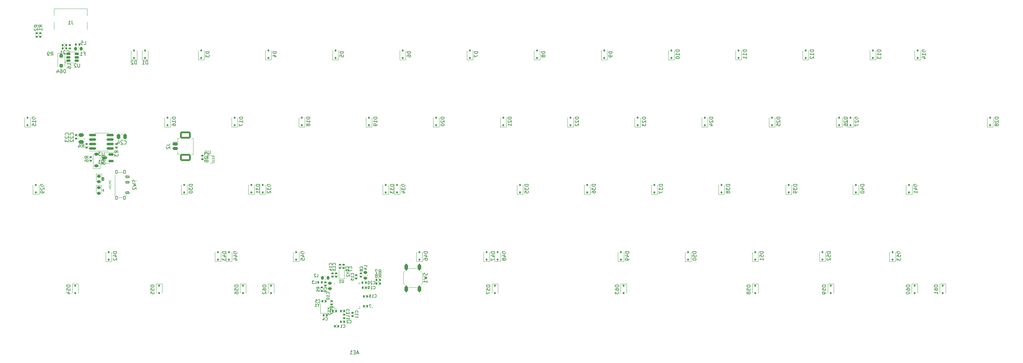
<source format=gbo>
G04 #@! TF.GenerationSoftware,KiCad,Pcbnew,7.0.5*
G04 #@! TF.CreationDate,2023-07-26T01:46:33+09:00*
G04 #@! TF.ProjectId,Hotp4ck60,486f7470-3463-46b3-9630-2e6b69636164,rev?*
G04 #@! TF.SameCoordinates,Original*
G04 #@! TF.FileFunction,Legend,Bot*
G04 #@! TF.FilePolarity,Positive*
%FSLAX46Y46*%
G04 Gerber Fmt 4.6, Leading zero omitted, Abs format (unit mm)*
G04 Created by KiCad (PCBNEW 7.0.5) date 2023-07-26 01:46:33*
%MOMM*%
%LPD*%
G01*
G04 APERTURE LIST*
G04 Aperture macros list*
%AMRoundRect*
0 Rectangle with rounded corners*
0 $1 Rounding radius*
0 $2 $3 $4 $5 $6 $7 $8 $9 X,Y pos of 4 corners*
0 Add a 4 corners polygon primitive as box body*
4,1,4,$2,$3,$4,$5,$6,$7,$8,$9,$2,$3,0*
0 Add four circle primitives for the rounded corners*
1,1,$1+$1,$2,$3*
1,1,$1+$1,$4,$5*
1,1,$1+$1,$6,$7*
1,1,$1+$1,$8,$9*
0 Add four rect primitives between the rounded corners*
20,1,$1+$1,$2,$3,$4,$5,0*
20,1,$1+$1,$4,$5,$6,$7,0*
20,1,$1+$1,$6,$7,$8,$9,0*
20,1,$1+$1,$8,$9,$2,$3,0*%
G04 Aperture macros list end*
%ADD10C,0.125000*%
%ADD11C,0.100000*%
%ADD12C,0.150000*%
%ADD13C,0.120000*%
%ADD14C,2.501900*%
%ADD15C,1.750000*%
%ADD16C,4.000000*%
%ADD17C,2.250000*%
%ADD18R,1.700000X1.700000*%
%ADD19O,1.700000X1.700000*%
%ADD20C,3.048000*%
%ADD21C,3.987800*%
%ADD22C,1.000000*%
%ADD23C,7.001300*%
%ADD24C,7.000240*%
%ADD25C,0.850000*%
%ADD26RoundRect,0.090000X0.535000X-0.210000X0.535000X0.210000X-0.535000X0.210000X-0.535000X-0.210000X0*%
%ADD27RoundRect,0.105000X-0.245000X-0.445000X0.245000X-0.445000X0.245000X0.445000X-0.245000X0.445000X0*%
%ADD28RoundRect,0.112500X0.112500X-0.187500X0.112500X0.187500X-0.112500X0.187500X-0.112500X-0.187500X0*%
%ADD29RoundRect,0.140000X-0.170000X0.140000X-0.170000X-0.140000X0.170000X-0.140000X0.170000X0.140000X0*%
%ADD30R,0.800000X0.900000*%
%ADD31RoundRect,0.112500X-0.112500X0.187500X-0.112500X-0.187500X0.112500X-0.187500X0.112500X0.187500X0*%
%ADD32RoundRect,0.140000X0.170000X-0.140000X0.170000X0.140000X-0.170000X0.140000X-0.170000X-0.140000X0*%
%ADD33RoundRect,0.275000X0.275000X-0.625000X0.275000X0.625000X-0.275000X0.625000X-0.275000X-0.625000X0*%
%ADD34RoundRect,0.135000X-0.185000X0.135000X-0.185000X-0.135000X0.185000X-0.135000X0.185000X0.135000X0*%
%ADD35C,0.250000*%
%ADD36R,4.850000X4.850000*%
%ADD37RoundRect,0.147500X-0.172500X0.147500X-0.172500X-0.147500X0.172500X-0.147500X0.172500X0.147500X0*%
%ADD38RoundRect,0.225000X0.375000X-0.225000X0.375000X0.225000X-0.375000X0.225000X-0.375000X-0.225000X0*%
%ADD39R,1.100000X0.600000*%
%ADD40RoundRect,0.135000X-0.135000X-0.185000X0.135000X-0.185000X0.135000X0.185000X-0.135000X0.185000X0*%
%ADD41RoundRect,0.140000X-0.140000X-0.170000X0.140000X-0.170000X0.140000X0.170000X-0.140000X0.170000X0*%
%ADD42RoundRect,0.147500X0.172500X-0.147500X0.172500X0.147500X-0.172500X0.147500X-0.172500X-0.147500X0*%
%ADD43RoundRect,0.135000X0.185000X-0.135000X0.185000X0.135000X-0.185000X0.135000X-0.185000X-0.135000X0*%
%ADD44RoundRect,0.147500X0.147500X0.172500X-0.147500X0.172500X-0.147500X-0.172500X0.147500X-0.172500X0*%
%ADD45RoundRect,0.225000X-0.250000X0.225000X-0.250000X-0.225000X0.250000X-0.225000X0.250000X0.225000X0*%
%ADD46RoundRect,0.140000X0.140000X0.170000X-0.140000X0.170000X-0.140000X-0.170000X0.140000X-0.170000X0*%
%ADD47RoundRect,0.218750X-0.256250X0.218750X-0.256250X-0.218750X0.256250X-0.218750X0.256250X0.218750X0*%
%ADD48RoundRect,0.150000X0.587500X0.150000X-0.587500X0.150000X-0.587500X-0.150000X0.587500X-0.150000X0*%
%ADD49RoundRect,0.218750X0.256250X-0.218750X0.256250X0.218750X-0.256250X0.218750X-0.256250X-0.218750X0*%
%ADD50RoundRect,0.200000X-0.600000X0.200000X-0.600000X-0.200000X0.600000X-0.200000X0.600000X0.200000X0*%
%ADD51RoundRect,0.250001X-1.249999X0.799999X-1.249999X-0.799999X1.249999X-0.799999X1.249999X0.799999X0*%
%ADD52RoundRect,0.062500X-0.325000X-0.062500X0.325000X-0.062500X0.325000X0.062500X-0.325000X0.062500X0*%
%ADD53R,0.700000X1.300000*%
%ADD54RoundRect,0.218750X0.218750X0.256250X-0.218750X0.256250X-0.218750X-0.256250X0.218750X-0.256250X0*%
%ADD55RoundRect,0.150000X-0.475000X-0.150000X0.475000X-0.150000X0.475000X0.150000X-0.475000X0.150000X0*%
%ADD56RoundRect,0.250000X-0.250000X-0.475000X0.250000X-0.475000X0.250000X0.475000X-0.250000X0.475000X0*%
%ADD57RoundRect,0.250000X-0.475000X0.250000X-0.475000X-0.250000X0.475000X-0.250000X0.475000X0.250000X0*%
%ADD58RoundRect,0.147500X-0.147500X-0.172500X0.147500X-0.172500X0.147500X0.172500X-0.147500X0.172500X0*%
%ADD59C,0.650000*%
%ADD60R,0.600000X1.450000*%
%ADD61R,0.300000X1.450000*%
%ADD62O,1.000000X1.600000*%
%ADD63O,1.000000X2.100000*%
%ADD64RoundRect,0.250000X-0.300000X0.300000X-0.300000X-0.300000X0.300000X-0.300000X0.300000X0.300000X0*%
%ADD65RoundRect,0.218750X-0.218750X-0.256250X0.218750X-0.256250X0.218750X0.256250X-0.218750X0.256250X0*%
%ADD66RoundRect,0.150000X-0.825000X-0.150000X0.825000X-0.150000X0.825000X0.150000X-0.825000X0.150000X0*%
%ADD67R,2.290000X3.000000*%
G04 APERTURE END LIST*
D10*
G36*
X99312398Y-136924102D02*
G01*
X99469385Y-136768580D01*
X99517379Y-136816757D01*
X99326869Y-137007267D01*
X99517379Y-137197959D01*
X99469385Y-137246136D01*
X99312398Y-137088966D01*
X99312398Y-137348535D01*
X99278692Y-137348535D01*
X99083237Y-137154728D01*
X99179407Y-137154728D01*
X99243521Y-137218842D01*
X99243521Y-137088966D01*
X99179407Y-137154728D01*
X99083237Y-137154728D01*
X99230698Y-137007267D01*
X99083237Y-136859988D01*
X99179407Y-136859988D01*
X99243521Y-136924102D01*
X99243521Y-136795874D01*
X99179407Y-136859988D01*
X99083237Y-136859988D01*
X99278692Y-136665998D01*
X99312398Y-136665998D01*
X99312398Y-136924102D01*
G37*
G36*
X98995126Y-136871162D02*
G01*
X98991264Y-136878811D01*
X98987648Y-136886575D01*
X98984277Y-136894455D01*
X98981153Y-136902449D01*
X98978275Y-136910559D01*
X98975645Y-136918783D01*
X98973263Y-136927121D01*
X98971129Y-136935574D01*
X98969245Y-136944140D01*
X98967610Y-136952820D01*
X98966225Y-136961613D01*
X98965090Y-136970519D01*
X98964207Y-136979537D01*
X98963575Y-136988668D01*
X98963196Y-136997911D01*
X98963069Y-137007267D01*
X98963196Y-137016622D01*
X98963575Y-137025865D01*
X98964207Y-137034997D01*
X98965090Y-137044018D01*
X98966225Y-137052926D01*
X98967610Y-137061723D01*
X98969245Y-137070409D01*
X98971129Y-137078982D01*
X98973263Y-137087445D01*
X98975645Y-137095795D01*
X98978275Y-137104034D01*
X98981153Y-137112161D01*
X98984277Y-137120177D01*
X98987648Y-137128081D01*
X98991264Y-137135873D01*
X98995126Y-137143554D01*
X98955193Y-137185136D01*
X98948965Y-137175058D01*
X98943128Y-137164813D01*
X98937681Y-137154401D01*
X98932624Y-137143823D01*
X98927956Y-137133080D01*
X98923678Y-137122173D01*
X98919789Y-137111101D01*
X98916289Y-137099865D01*
X98913178Y-137088466D01*
X98910454Y-137076905D01*
X98908119Y-137065182D01*
X98906171Y-137053297D01*
X98904611Y-137041251D01*
X98903438Y-137029045D01*
X98902652Y-137016678D01*
X98902253Y-137004153D01*
X98902639Y-136991803D01*
X98903387Y-136979620D01*
X98904495Y-136967603D01*
X98905965Y-136955752D01*
X98907797Y-136944067D01*
X98909991Y-136932546D01*
X98912546Y-136921190D01*
X98915465Y-136909997D01*
X98918746Y-136898967D01*
X98922390Y-136888100D01*
X98926398Y-136877395D01*
X98930769Y-136866852D01*
X98935504Y-136856469D01*
X98940603Y-136846247D01*
X98946067Y-136836185D01*
X98951895Y-136826283D01*
X98995126Y-136871162D01*
G37*
G36*
X99132879Y-137007267D02*
G01*
X99054477Y-137087500D01*
X99052715Y-137082679D01*
X99050288Y-137075399D01*
X99048120Y-137068060D01*
X99046211Y-137060664D01*
X99044559Y-137053210D01*
X99043164Y-137045697D01*
X99042025Y-137038127D01*
X99041140Y-137030499D01*
X99040509Y-137022813D01*
X99040132Y-137015069D01*
X99040006Y-137007267D01*
X99040062Y-137002097D01*
X99040355Y-136994409D01*
X99040902Y-136986799D01*
X99041702Y-136979269D01*
X99042756Y-136971819D01*
X99044066Y-136964451D01*
X99045632Y-136957165D01*
X99047455Y-136949963D01*
X99049537Y-136942845D01*
X99051877Y-136935812D01*
X99054477Y-136928865D01*
X99132879Y-137007267D01*
G37*
G36*
X99333689Y-133346389D02*
G01*
X99420151Y-133346389D01*
X99423721Y-133346763D01*
X99432324Y-133348262D01*
X99440466Y-133350572D01*
X99448141Y-133353697D01*
X99455346Y-133357641D01*
X99462076Y-133362409D01*
X99468328Y-133368005D01*
X99470655Y-133370445D01*
X99475800Y-133376868D01*
X99479990Y-133383754D01*
X99483235Y-133391105D01*
X99485543Y-133398927D01*
X99486921Y-133407223D01*
X99487379Y-133415998D01*
X99487379Y-134201850D01*
X99487305Y-134205419D01*
X99486481Y-134214023D01*
X99484732Y-134222165D01*
X99482050Y-134229840D01*
X99478428Y-134237045D01*
X99473857Y-134243775D01*
X99468328Y-134250027D01*
X99465885Y-134252356D01*
X99459441Y-134257521D01*
X99452521Y-134261747D01*
X99445127Y-134265034D01*
X99437265Y-134267382D01*
X99428938Y-134268791D01*
X99420151Y-134269261D01*
X98941862Y-134269261D01*
X98936142Y-134269092D01*
X98928832Y-134268340D01*
X98920208Y-134266556D01*
X98912157Y-134263832D01*
X98904683Y-134260170D01*
X98897792Y-134255568D01*
X98891487Y-134250027D01*
X98889158Y-134247584D01*
X98883992Y-134241140D01*
X98879766Y-134234220D01*
X98876479Y-134226826D01*
X98874131Y-134218964D01*
X98872722Y-134210637D01*
X98872253Y-134201850D01*
X98872253Y-133783828D01*
X99026126Y-133783828D01*
X99230374Y-134168327D01*
X99230374Y-133884761D01*
X99333689Y-133884761D01*
X99129441Y-133500262D01*
X99129441Y-133783828D01*
X99026126Y-133783828D01*
X98872253Y-133783828D01*
X98872253Y-133415998D01*
X98872328Y-133412430D01*
X98873173Y-133403847D01*
X98874958Y-133395741D01*
X98877681Y-133388108D01*
X98881344Y-133380944D01*
X98885946Y-133374244D01*
X98891487Y-133368005D01*
X98893928Y-133365667D01*
X98900351Y-133360403D01*
X98907236Y-133355965D01*
X98914587Y-133352349D01*
X98922409Y-133349550D01*
X98930706Y-133347565D01*
X98939481Y-133346389D01*
X99026126Y-133346389D01*
X99026126Y-133245456D01*
X99333689Y-133245456D01*
X99333689Y-133346389D01*
G37*
D11*
X100876109Y-134340476D02*
X100876109Y-134435714D01*
X100876109Y-134435714D02*
X100899919Y-134483333D01*
X100899919Y-134483333D02*
X100947538Y-134530952D01*
X100947538Y-134530952D02*
X101042776Y-134554762D01*
X101042776Y-134554762D02*
X101209442Y-134554762D01*
X101209442Y-134554762D02*
X101304680Y-134530952D01*
X101304680Y-134530952D02*
X101352300Y-134483333D01*
X101352300Y-134483333D02*
X101376109Y-134435714D01*
X101376109Y-134435714D02*
X101376109Y-134340476D01*
X101376109Y-134340476D02*
X101352300Y-134292857D01*
X101352300Y-134292857D02*
X101304680Y-134245238D01*
X101304680Y-134245238D02*
X101209442Y-134221429D01*
X101209442Y-134221429D02*
X101042776Y-134221429D01*
X101042776Y-134221429D02*
X100947538Y-134245238D01*
X100947538Y-134245238D02*
X100899919Y-134292857D01*
X100899919Y-134292857D02*
X100876109Y-134340476D01*
X101042776Y-134697620D02*
X101042776Y-134888096D01*
X101376109Y-134769048D02*
X100947538Y-134769048D01*
X100947538Y-134769048D02*
X100899919Y-134792858D01*
X100899919Y-134792858D02*
X100876109Y-134840477D01*
X100876109Y-134840477D02*
X100876109Y-134888096D01*
X101042776Y-134983334D02*
X101042776Y-135173810D01*
X101376109Y-135054762D02*
X100947538Y-135054762D01*
X100947538Y-135054762D02*
X100899919Y-135078572D01*
X100899919Y-135078572D02*
X100876109Y-135126191D01*
X100876109Y-135126191D02*
X100876109Y-135173810D01*
X101542776Y-135459524D02*
X100828490Y-135459524D01*
X100876109Y-135911904D02*
X100876109Y-136007142D01*
X100876109Y-136007142D02*
X100899919Y-136054761D01*
X100899919Y-136054761D02*
X100947538Y-136102380D01*
X100947538Y-136102380D02*
X101042776Y-136126190D01*
X101042776Y-136126190D02*
X101209442Y-136126190D01*
X101209442Y-136126190D02*
X101304680Y-136102380D01*
X101304680Y-136102380D02*
X101352300Y-136054761D01*
X101352300Y-136054761D02*
X101376109Y-136007142D01*
X101376109Y-136007142D02*
X101376109Y-135911904D01*
X101376109Y-135911904D02*
X101352300Y-135864285D01*
X101352300Y-135864285D02*
X101304680Y-135816666D01*
X101304680Y-135816666D02*
X101209442Y-135792857D01*
X101209442Y-135792857D02*
X101042776Y-135792857D01*
X101042776Y-135792857D02*
X100947538Y-135816666D01*
X100947538Y-135816666D02*
X100899919Y-135864285D01*
X100899919Y-135864285D02*
X100876109Y-135911904D01*
X101042776Y-136340476D02*
X101376109Y-136340476D01*
X101090395Y-136340476D02*
X101066585Y-136364286D01*
X101066585Y-136364286D02*
X101042776Y-136411905D01*
X101042776Y-136411905D02*
X101042776Y-136483333D01*
X101042776Y-136483333D02*
X101066585Y-136530952D01*
X101066585Y-136530952D02*
X101114204Y-136554762D01*
X101114204Y-136554762D02*
X101376109Y-136554762D01*
D12*
X108527200Y-134126667D02*
X108574819Y-134269524D01*
X108574819Y-134269524D02*
X108574819Y-134507619D01*
X108574819Y-134507619D02*
X108527200Y-134602857D01*
X108527200Y-134602857D02*
X108479580Y-134650476D01*
X108479580Y-134650476D02*
X108384342Y-134698095D01*
X108384342Y-134698095D02*
X108289104Y-134698095D01*
X108289104Y-134698095D02*
X108193866Y-134650476D01*
X108193866Y-134650476D02*
X108146247Y-134602857D01*
X108146247Y-134602857D02*
X108098628Y-134507619D01*
X108098628Y-134507619D02*
X108051009Y-134317143D01*
X108051009Y-134317143D02*
X108003390Y-134221905D01*
X108003390Y-134221905D02*
X107955771Y-134174286D01*
X107955771Y-134174286D02*
X107860533Y-134126667D01*
X107860533Y-134126667D02*
X107765295Y-134126667D01*
X107765295Y-134126667D02*
X107670057Y-134174286D01*
X107670057Y-134174286D02*
X107622438Y-134221905D01*
X107622438Y-134221905D02*
X107574819Y-134317143D01*
X107574819Y-134317143D02*
X107574819Y-134555238D01*
X107574819Y-134555238D02*
X107622438Y-134698095D01*
X107574819Y-135031429D02*
X108574819Y-135269524D01*
X108574819Y-135269524D02*
X107860533Y-135460000D01*
X107860533Y-135460000D02*
X108574819Y-135650476D01*
X108574819Y-135650476D02*
X107574819Y-135888572D01*
X107670057Y-136221905D02*
X107622438Y-136269524D01*
X107622438Y-136269524D02*
X107574819Y-136364762D01*
X107574819Y-136364762D02*
X107574819Y-136602857D01*
X107574819Y-136602857D02*
X107622438Y-136698095D01*
X107622438Y-136698095D02*
X107670057Y-136745714D01*
X107670057Y-136745714D02*
X107765295Y-136793333D01*
X107765295Y-136793333D02*
X107860533Y-136793333D01*
X107860533Y-136793333D02*
X108003390Y-136745714D01*
X108003390Y-136745714D02*
X108574819Y-136174286D01*
X108574819Y-136174286D02*
X108574819Y-136793333D01*
X171616666Y-183139104D02*
X171140476Y-183139104D01*
X171711904Y-183424819D02*
X171378571Y-182424819D01*
X171378571Y-182424819D02*
X171045238Y-183424819D01*
X170711904Y-182901009D02*
X170378571Y-182901009D01*
X170235714Y-183424819D02*
X170711904Y-183424819D01*
X170711904Y-183424819D02*
X170711904Y-182424819D01*
X170711904Y-182424819D02*
X170235714Y-182424819D01*
X169283333Y-183424819D02*
X169854761Y-183424819D01*
X169569047Y-183424819D02*
X169569047Y-182424819D01*
X169569047Y-182424819D02*
X169664285Y-182567676D01*
X169664285Y-182567676D02*
X169759523Y-182662914D01*
X169759523Y-182662914D02*
X169854761Y-182710533D01*
X319804819Y-97210714D02*
X318804819Y-97210714D01*
X318804819Y-97210714D02*
X318804819Y-97448809D01*
X318804819Y-97448809D02*
X318852438Y-97591666D01*
X318852438Y-97591666D02*
X318947676Y-97686904D01*
X318947676Y-97686904D02*
X319042914Y-97734523D01*
X319042914Y-97734523D02*
X319233390Y-97782142D01*
X319233390Y-97782142D02*
X319376247Y-97782142D01*
X319376247Y-97782142D02*
X319566723Y-97734523D01*
X319566723Y-97734523D02*
X319661961Y-97686904D01*
X319661961Y-97686904D02*
X319757200Y-97591666D01*
X319757200Y-97591666D02*
X319804819Y-97448809D01*
X319804819Y-97448809D02*
X319804819Y-97210714D01*
X319804819Y-98734523D02*
X319804819Y-98163095D01*
X319804819Y-98448809D02*
X318804819Y-98448809D01*
X318804819Y-98448809D02*
X318947676Y-98353571D01*
X318947676Y-98353571D02*
X319042914Y-98258333D01*
X319042914Y-98258333D02*
X319090533Y-98163095D01*
X318804819Y-99067857D02*
X318804819Y-99686904D01*
X318804819Y-99686904D02*
X319185771Y-99353571D01*
X319185771Y-99353571D02*
X319185771Y-99496428D01*
X319185771Y-99496428D02*
X319233390Y-99591666D01*
X319233390Y-99591666D02*
X319281009Y-99639285D01*
X319281009Y-99639285D02*
X319376247Y-99686904D01*
X319376247Y-99686904D02*
X319614342Y-99686904D01*
X319614342Y-99686904D02*
X319709580Y-99639285D01*
X319709580Y-99639285D02*
X319757200Y-99591666D01*
X319757200Y-99591666D02*
X319804819Y-99496428D01*
X319804819Y-99496428D02*
X319804819Y-99210714D01*
X319804819Y-99210714D02*
X319757200Y-99115476D01*
X319757200Y-99115476D02*
X319709580Y-99067857D01*
X163713895Y-171384285D02*
X163675800Y-171422381D01*
X163675800Y-171422381D02*
X163637704Y-171536666D01*
X163637704Y-171536666D02*
X163637704Y-171612857D01*
X163637704Y-171612857D02*
X163675800Y-171727143D01*
X163675800Y-171727143D02*
X163751990Y-171803333D01*
X163751990Y-171803333D02*
X163828180Y-171841428D01*
X163828180Y-171841428D02*
X163980561Y-171879524D01*
X163980561Y-171879524D02*
X164094847Y-171879524D01*
X164094847Y-171879524D02*
X164247228Y-171841428D01*
X164247228Y-171841428D02*
X164323419Y-171803333D01*
X164323419Y-171803333D02*
X164399609Y-171727143D01*
X164399609Y-171727143D02*
X164437704Y-171612857D01*
X164437704Y-171612857D02*
X164437704Y-171536666D01*
X164437704Y-171536666D02*
X164399609Y-171422381D01*
X164399609Y-171422381D02*
X164361514Y-171384285D01*
X163637704Y-170622381D02*
X163637704Y-171079524D01*
X163637704Y-170850952D02*
X164437704Y-170850952D01*
X164437704Y-170850952D02*
X164323419Y-170927143D01*
X164323419Y-170927143D02*
X164247228Y-171003333D01*
X164247228Y-171003333D02*
X164209133Y-171079524D01*
X164094847Y-170165238D02*
X164132942Y-170241428D01*
X164132942Y-170241428D02*
X164171038Y-170279523D01*
X164171038Y-170279523D02*
X164247228Y-170317619D01*
X164247228Y-170317619D02*
X164285323Y-170317619D01*
X164285323Y-170317619D02*
X164361514Y-170279523D01*
X164361514Y-170279523D02*
X164399609Y-170241428D01*
X164399609Y-170241428D02*
X164437704Y-170165238D01*
X164437704Y-170165238D02*
X164437704Y-170012857D01*
X164437704Y-170012857D02*
X164399609Y-169936666D01*
X164399609Y-169936666D02*
X164361514Y-169898571D01*
X164361514Y-169898571D02*
X164285323Y-169860476D01*
X164285323Y-169860476D02*
X164247228Y-169860476D01*
X164247228Y-169860476D02*
X164171038Y-169898571D01*
X164171038Y-169898571D02*
X164132942Y-169936666D01*
X164132942Y-169936666D02*
X164094847Y-170012857D01*
X164094847Y-170012857D02*
X164094847Y-170165238D01*
X164094847Y-170165238D02*
X164056752Y-170241428D01*
X164056752Y-170241428D02*
X164018657Y-170279523D01*
X164018657Y-170279523D02*
X163942466Y-170317619D01*
X163942466Y-170317619D02*
X163790085Y-170317619D01*
X163790085Y-170317619D02*
X163713895Y-170279523D01*
X163713895Y-170279523D02*
X163675800Y-170241428D01*
X163675800Y-170241428D02*
X163637704Y-170165238D01*
X163637704Y-170165238D02*
X163637704Y-170012857D01*
X163637704Y-170012857D02*
X163675800Y-169936666D01*
X163675800Y-169936666D02*
X163713895Y-169898571D01*
X163713895Y-169898571D02*
X163790085Y-169860476D01*
X163790085Y-169860476D02*
X163942466Y-169860476D01*
X163942466Y-169860476D02*
X164018657Y-169898571D01*
X164018657Y-169898571D02*
X164056752Y-169936666D01*
X164056752Y-169936666D02*
X164094847Y-170012857D01*
X213442319Y-154360714D02*
X212442319Y-154360714D01*
X212442319Y-154360714D02*
X212442319Y-154598809D01*
X212442319Y-154598809D02*
X212489938Y-154741666D01*
X212489938Y-154741666D02*
X212585176Y-154836904D01*
X212585176Y-154836904D02*
X212680414Y-154884523D01*
X212680414Y-154884523D02*
X212870890Y-154932142D01*
X212870890Y-154932142D02*
X213013747Y-154932142D01*
X213013747Y-154932142D02*
X213204223Y-154884523D01*
X213204223Y-154884523D02*
X213299461Y-154836904D01*
X213299461Y-154836904D02*
X213394700Y-154741666D01*
X213394700Y-154741666D02*
X213442319Y-154598809D01*
X213442319Y-154598809D02*
X213442319Y-154360714D01*
X212775652Y-155789285D02*
X213442319Y-155789285D01*
X212394700Y-155551190D02*
X213108985Y-155313095D01*
X213108985Y-155313095D02*
X213108985Y-155932142D01*
X212870890Y-156455952D02*
X212823271Y-156360714D01*
X212823271Y-156360714D02*
X212775652Y-156313095D01*
X212775652Y-156313095D02*
X212680414Y-156265476D01*
X212680414Y-156265476D02*
X212632795Y-156265476D01*
X212632795Y-156265476D02*
X212537557Y-156313095D01*
X212537557Y-156313095D02*
X212489938Y-156360714D01*
X212489938Y-156360714D02*
X212442319Y-156455952D01*
X212442319Y-156455952D02*
X212442319Y-156646428D01*
X212442319Y-156646428D02*
X212489938Y-156741666D01*
X212489938Y-156741666D02*
X212537557Y-156789285D01*
X212537557Y-156789285D02*
X212632795Y-156836904D01*
X212632795Y-156836904D02*
X212680414Y-156836904D01*
X212680414Y-156836904D02*
X212775652Y-156789285D01*
X212775652Y-156789285D02*
X212823271Y-156741666D01*
X212823271Y-156741666D02*
X212870890Y-156646428D01*
X212870890Y-156646428D02*
X212870890Y-156455952D01*
X212870890Y-156455952D02*
X212918509Y-156360714D01*
X212918509Y-156360714D02*
X212966128Y-156313095D01*
X212966128Y-156313095D02*
X213061366Y-156265476D01*
X213061366Y-156265476D02*
X213251842Y-156265476D01*
X213251842Y-156265476D02*
X213347080Y-156313095D01*
X213347080Y-156313095D02*
X213394700Y-156360714D01*
X213394700Y-156360714D02*
X213442319Y-156455952D01*
X213442319Y-156455952D02*
X213442319Y-156646428D01*
X213442319Y-156646428D02*
X213394700Y-156741666D01*
X213394700Y-156741666D02*
X213347080Y-156789285D01*
X213347080Y-156789285D02*
X213251842Y-156836904D01*
X213251842Y-156836904D02*
X213061366Y-156836904D01*
X213061366Y-156836904D02*
X212966128Y-156789285D01*
X212966128Y-156789285D02*
X212918509Y-156741666D01*
X212918509Y-156741666D02*
X212870890Y-156646428D01*
X143592319Y-135310714D02*
X142592319Y-135310714D01*
X142592319Y-135310714D02*
X142592319Y-135548809D01*
X142592319Y-135548809D02*
X142639938Y-135691666D01*
X142639938Y-135691666D02*
X142735176Y-135786904D01*
X142735176Y-135786904D02*
X142830414Y-135834523D01*
X142830414Y-135834523D02*
X143020890Y-135882142D01*
X143020890Y-135882142D02*
X143163747Y-135882142D01*
X143163747Y-135882142D02*
X143354223Y-135834523D01*
X143354223Y-135834523D02*
X143449461Y-135786904D01*
X143449461Y-135786904D02*
X143544700Y-135691666D01*
X143544700Y-135691666D02*
X143592319Y-135548809D01*
X143592319Y-135548809D02*
X143592319Y-135310714D01*
X142592319Y-136215476D02*
X142592319Y-136834523D01*
X142592319Y-136834523D02*
X142973271Y-136501190D01*
X142973271Y-136501190D02*
X142973271Y-136644047D01*
X142973271Y-136644047D02*
X143020890Y-136739285D01*
X143020890Y-136739285D02*
X143068509Y-136786904D01*
X143068509Y-136786904D02*
X143163747Y-136834523D01*
X143163747Y-136834523D02*
X143401842Y-136834523D01*
X143401842Y-136834523D02*
X143497080Y-136786904D01*
X143497080Y-136786904D02*
X143544700Y-136739285D01*
X143544700Y-136739285D02*
X143592319Y-136644047D01*
X143592319Y-136644047D02*
X143592319Y-136358333D01*
X143592319Y-136358333D02*
X143544700Y-136263095D01*
X143544700Y-136263095D02*
X143497080Y-136215476D01*
X143592319Y-137786904D02*
X143592319Y-137215476D01*
X143592319Y-137501190D02*
X142592319Y-137501190D01*
X142592319Y-137501190D02*
X142735176Y-137405952D01*
X142735176Y-137405952D02*
X142830414Y-137310714D01*
X142830414Y-137310714D02*
X142878033Y-137215476D01*
X267417319Y-154360714D02*
X266417319Y-154360714D01*
X266417319Y-154360714D02*
X266417319Y-154598809D01*
X266417319Y-154598809D02*
X266464938Y-154741666D01*
X266464938Y-154741666D02*
X266560176Y-154836904D01*
X266560176Y-154836904D02*
X266655414Y-154884523D01*
X266655414Y-154884523D02*
X266845890Y-154932142D01*
X266845890Y-154932142D02*
X266988747Y-154932142D01*
X266988747Y-154932142D02*
X267179223Y-154884523D01*
X267179223Y-154884523D02*
X267274461Y-154836904D01*
X267274461Y-154836904D02*
X267369700Y-154741666D01*
X267369700Y-154741666D02*
X267417319Y-154598809D01*
X267417319Y-154598809D02*
X267417319Y-154360714D01*
X266417319Y-155836904D02*
X266417319Y-155360714D01*
X266417319Y-155360714D02*
X266893509Y-155313095D01*
X266893509Y-155313095D02*
X266845890Y-155360714D01*
X266845890Y-155360714D02*
X266798271Y-155455952D01*
X266798271Y-155455952D02*
X266798271Y-155694047D01*
X266798271Y-155694047D02*
X266845890Y-155789285D01*
X266845890Y-155789285D02*
X266893509Y-155836904D01*
X266893509Y-155836904D02*
X266988747Y-155884523D01*
X266988747Y-155884523D02*
X267226842Y-155884523D01*
X267226842Y-155884523D02*
X267322080Y-155836904D01*
X267322080Y-155836904D02*
X267369700Y-155789285D01*
X267369700Y-155789285D02*
X267417319Y-155694047D01*
X267417319Y-155694047D02*
X267417319Y-155455952D01*
X267417319Y-155455952D02*
X267369700Y-155360714D01*
X267369700Y-155360714D02*
X267322080Y-155313095D01*
X266417319Y-156503571D02*
X266417319Y-156598809D01*
X266417319Y-156598809D02*
X266464938Y-156694047D01*
X266464938Y-156694047D02*
X266512557Y-156741666D01*
X266512557Y-156741666D02*
X266607795Y-156789285D01*
X266607795Y-156789285D02*
X266798271Y-156836904D01*
X266798271Y-156836904D02*
X267036366Y-156836904D01*
X267036366Y-156836904D02*
X267226842Y-156789285D01*
X267226842Y-156789285D02*
X267322080Y-156741666D01*
X267322080Y-156741666D02*
X267369700Y-156694047D01*
X267369700Y-156694047D02*
X267417319Y-156598809D01*
X267417319Y-156598809D02*
X267417319Y-156503571D01*
X267417319Y-156503571D02*
X267369700Y-156408333D01*
X267369700Y-156408333D02*
X267322080Y-156360714D01*
X267322080Y-156360714D02*
X267226842Y-156313095D01*
X267226842Y-156313095D02*
X267036366Y-156265476D01*
X267036366Y-156265476D02*
X266798271Y-156265476D01*
X266798271Y-156265476D02*
X266607795Y-156313095D01*
X266607795Y-156313095D02*
X266512557Y-156360714D01*
X266512557Y-156360714D02*
X266464938Y-156408333D01*
X266464938Y-156408333D02*
X266417319Y-156503571D01*
X160270955Y-169551339D02*
X160270955Y-169932292D01*
X160537622Y-169132292D02*
X160270955Y-169551339D01*
X160270955Y-169551339D02*
X160004289Y-169132292D01*
X159318575Y-169932292D02*
X159775718Y-169932292D01*
X159547146Y-169932292D02*
X159547146Y-169132292D01*
X159547146Y-169132292D02*
X159623337Y-169246577D01*
X159623337Y-169246577D02*
X159699527Y-169322768D01*
X159699527Y-169322768D02*
X159775718Y-169360863D01*
X208948569Y-163885714D02*
X207948569Y-163885714D01*
X207948569Y-163885714D02*
X207948569Y-164123809D01*
X207948569Y-164123809D02*
X207996188Y-164266666D01*
X207996188Y-164266666D02*
X208091426Y-164361904D01*
X208091426Y-164361904D02*
X208186664Y-164409523D01*
X208186664Y-164409523D02*
X208377140Y-164457142D01*
X208377140Y-164457142D02*
X208519997Y-164457142D01*
X208519997Y-164457142D02*
X208710473Y-164409523D01*
X208710473Y-164409523D02*
X208805711Y-164361904D01*
X208805711Y-164361904D02*
X208900950Y-164266666D01*
X208900950Y-164266666D02*
X208948569Y-164123809D01*
X208948569Y-164123809D02*
X208948569Y-163885714D01*
X207948569Y-165361904D02*
X207948569Y-164885714D01*
X207948569Y-164885714D02*
X208424759Y-164838095D01*
X208424759Y-164838095D02*
X208377140Y-164885714D01*
X208377140Y-164885714D02*
X208329521Y-164980952D01*
X208329521Y-164980952D02*
X208329521Y-165219047D01*
X208329521Y-165219047D02*
X208377140Y-165314285D01*
X208377140Y-165314285D02*
X208424759Y-165361904D01*
X208424759Y-165361904D02*
X208519997Y-165409523D01*
X208519997Y-165409523D02*
X208758092Y-165409523D01*
X208758092Y-165409523D02*
X208853330Y-165361904D01*
X208853330Y-165361904D02*
X208900950Y-165314285D01*
X208900950Y-165314285D02*
X208948569Y-165219047D01*
X208948569Y-165219047D02*
X208948569Y-164980952D01*
X208948569Y-164980952D02*
X208900950Y-164885714D01*
X208900950Y-164885714D02*
X208853330Y-164838095D01*
X207948569Y-165742857D02*
X207948569Y-166409523D01*
X207948569Y-166409523D02*
X208948569Y-165980952D01*
X165081408Y-158191270D02*
X165119504Y-158153174D01*
X165119504Y-158153174D02*
X165157599Y-158038889D01*
X165157599Y-158038889D02*
X165157599Y-157962698D01*
X165157599Y-157962698D02*
X165119504Y-157848412D01*
X165119504Y-157848412D02*
X165043313Y-157772222D01*
X165043313Y-157772222D02*
X164967123Y-157734127D01*
X164967123Y-157734127D02*
X164814742Y-157696031D01*
X164814742Y-157696031D02*
X164700456Y-157696031D01*
X164700456Y-157696031D02*
X164548075Y-157734127D01*
X164548075Y-157734127D02*
X164471884Y-157772222D01*
X164471884Y-157772222D02*
X164395694Y-157848412D01*
X164395694Y-157848412D02*
X164357599Y-157962698D01*
X164357599Y-157962698D02*
X164357599Y-158038889D01*
X164357599Y-158038889D02*
X164395694Y-158153174D01*
X164395694Y-158153174D02*
X164433789Y-158191270D01*
X165157599Y-158953174D02*
X165157599Y-158496031D01*
X165157599Y-158724603D02*
X164357599Y-158724603D01*
X164357599Y-158724603D02*
X164471884Y-158648412D01*
X164471884Y-158648412D02*
X164548075Y-158572222D01*
X164548075Y-158572222D02*
X164586170Y-158496031D01*
X164357599Y-159219841D02*
X164357599Y-159715079D01*
X164357599Y-159715079D02*
X164662361Y-159448413D01*
X164662361Y-159448413D02*
X164662361Y-159562698D01*
X164662361Y-159562698D02*
X164700456Y-159638889D01*
X164700456Y-159638889D02*
X164738551Y-159676984D01*
X164738551Y-159676984D02*
X164814742Y-159715079D01*
X164814742Y-159715079D02*
X165005218Y-159715079D01*
X165005218Y-159715079D02*
X165081408Y-159676984D01*
X165081408Y-159676984D02*
X165119504Y-159638889D01*
X165119504Y-159638889D02*
X165157599Y-159562698D01*
X165157599Y-159562698D02*
X165157599Y-159334127D01*
X165157599Y-159334127D02*
X165119504Y-159257936D01*
X165119504Y-159257936D02*
X165081408Y-159219841D01*
X315042319Y-135310714D02*
X314042319Y-135310714D01*
X314042319Y-135310714D02*
X314042319Y-135548809D01*
X314042319Y-135548809D02*
X314089938Y-135691666D01*
X314089938Y-135691666D02*
X314185176Y-135786904D01*
X314185176Y-135786904D02*
X314280414Y-135834523D01*
X314280414Y-135834523D02*
X314470890Y-135882142D01*
X314470890Y-135882142D02*
X314613747Y-135882142D01*
X314613747Y-135882142D02*
X314804223Y-135834523D01*
X314804223Y-135834523D02*
X314899461Y-135786904D01*
X314899461Y-135786904D02*
X314994700Y-135691666D01*
X314994700Y-135691666D02*
X315042319Y-135548809D01*
X315042319Y-135548809D02*
X315042319Y-135310714D01*
X314375652Y-136739285D02*
X315042319Y-136739285D01*
X313994700Y-136501190D02*
X314708985Y-136263095D01*
X314708985Y-136263095D02*
X314708985Y-136882142D01*
X314042319Y-137453571D02*
X314042319Y-137548809D01*
X314042319Y-137548809D02*
X314089938Y-137644047D01*
X314089938Y-137644047D02*
X314137557Y-137691666D01*
X314137557Y-137691666D02*
X314232795Y-137739285D01*
X314232795Y-137739285D02*
X314423271Y-137786904D01*
X314423271Y-137786904D02*
X314661366Y-137786904D01*
X314661366Y-137786904D02*
X314851842Y-137739285D01*
X314851842Y-137739285D02*
X314947080Y-137691666D01*
X314947080Y-137691666D02*
X314994700Y-137644047D01*
X314994700Y-137644047D02*
X315042319Y-137548809D01*
X315042319Y-137548809D02*
X315042319Y-137453571D01*
X315042319Y-137453571D02*
X314994700Y-137358333D01*
X314994700Y-137358333D02*
X314947080Y-137310714D01*
X314947080Y-137310714D02*
X314851842Y-137263095D01*
X314851842Y-137263095D02*
X314661366Y-137215476D01*
X314661366Y-137215476D02*
X314423271Y-137215476D01*
X314423271Y-137215476D02*
X314232795Y-137263095D01*
X314232795Y-137263095D02*
X314137557Y-137310714D01*
X314137557Y-137310714D02*
X314089938Y-137358333D01*
X314089938Y-137358333D02*
X314042319Y-137453571D01*
X191047200Y-160506667D02*
X191094819Y-160649524D01*
X191094819Y-160649524D02*
X191094819Y-160887619D01*
X191094819Y-160887619D02*
X191047200Y-160982857D01*
X191047200Y-160982857D02*
X190999580Y-161030476D01*
X190999580Y-161030476D02*
X190904342Y-161078095D01*
X190904342Y-161078095D02*
X190809104Y-161078095D01*
X190809104Y-161078095D02*
X190713866Y-161030476D01*
X190713866Y-161030476D02*
X190666247Y-160982857D01*
X190666247Y-160982857D02*
X190618628Y-160887619D01*
X190618628Y-160887619D02*
X190571009Y-160697143D01*
X190571009Y-160697143D02*
X190523390Y-160601905D01*
X190523390Y-160601905D02*
X190475771Y-160554286D01*
X190475771Y-160554286D02*
X190380533Y-160506667D01*
X190380533Y-160506667D02*
X190285295Y-160506667D01*
X190285295Y-160506667D02*
X190190057Y-160554286D01*
X190190057Y-160554286D02*
X190142438Y-160601905D01*
X190142438Y-160601905D02*
X190094819Y-160697143D01*
X190094819Y-160697143D02*
X190094819Y-160935238D01*
X190094819Y-160935238D02*
X190142438Y-161078095D01*
X190094819Y-161411429D02*
X191094819Y-161649524D01*
X191094819Y-161649524D02*
X190380533Y-161840000D01*
X190380533Y-161840000D02*
X191094819Y-162030476D01*
X191094819Y-162030476D02*
X190094819Y-162268572D01*
X191094819Y-163173333D02*
X191094819Y-162601905D01*
X191094819Y-162887619D02*
X190094819Y-162887619D01*
X190094819Y-162887619D02*
X190237676Y-162792381D01*
X190237676Y-162792381D02*
X190332914Y-162697143D01*
X190332914Y-162697143D02*
X190380533Y-162601905D01*
X134067319Y-154360714D02*
X133067319Y-154360714D01*
X133067319Y-154360714D02*
X133067319Y-154598809D01*
X133067319Y-154598809D02*
X133114938Y-154741666D01*
X133114938Y-154741666D02*
X133210176Y-154836904D01*
X133210176Y-154836904D02*
X133305414Y-154884523D01*
X133305414Y-154884523D02*
X133495890Y-154932142D01*
X133495890Y-154932142D02*
X133638747Y-154932142D01*
X133638747Y-154932142D02*
X133829223Y-154884523D01*
X133829223Y-154884523D02*
X133924461Y-154836904D01*
X133924461Y-154836904D02*
X134019700Y-154741666D01*
X134019700Y-154741666D02*
X134067319Y-154598809D01*
X134067319Y-154598809D02*
X134067319Y-154360714D01*
X133400652Y-155789285D02*
X134067319Y-155789285D01*
X133019700Y-155551190D02*
X133733985Y-155313095D01*
X133733985Y-155313095D02*
X133733985Y-155932142D01*
X133067319Y-156217857D02*
X133067319Y-156836904D01*
X133067319Y-156836904D02*
X133448271Y-156503571D01*
X133448271Y-156503571D02*
X133448271Y-156646428D01*
X133448271Y-156646428D02*
X133495890Y-156741666D01*
X133495890Y-156741666D02*
X133543509Y-156789285D01*
X133543509Y-156789285D02*
X133638747Y-156836904D01*
X133638747Y-156836904D02*
X133876842Y-156836904D01*
X133876842Y-156836904D02*
X133972080Y-156789285D01*
X133972080Y-156789285D02*
X134019700Y-156741666D01*
X134019700Y-156741666D02*
X134067319Y-156646428D01*
X134067319Y-156646428D02*
X134067319Y-156360714D01*
X134067319Y-156360714D02*
X134019700Y-156265476D01*
X134019700Y-156265476D02*
X133972080Y-156217857D01*
X234079819Y-116260714D02*
X233079819Y-116260714D01*
X233079819Y-116260714D02*
X233079819Y-116498809D01*
X233079819Y-116498809D02*
X233127438Y-116641666D01*
X233127438Y-116641666D02*
X233222676Y-116736904D01*
X233222676Y-116736904D02*
X233317914Y-116784523D01*
X233317914Y-116784523D02*
X233508390Y-116832142D01*
X233508390Y-116832142D02*
X233651247Y-116832142D01*
X233651247Y-116832142D02*
X233841723Y-116784523D01*
X233841723Y-116784523D02*
X233936961Y-116736904D01*
X233936961Y-116736904D02*
X234032200Y-116641666D01*
X234032200Y-116641666D02*
X234079819Y-116498809D01*
X234079819Y-116498809D02*
X234079819Y-116260714D01*
X233175057Y-117213095D02*
X233127438Y-117260714D01*
X233127438Y-117260714D02*
X233079819Y-117355952D01*
X233079819Y-117355952D02*
X233079819Y-117594047D01*
X233079819Y-117594047D02*
X233127438Y-117689285D01*
X233127438Y-117689285D02*
X233175057Y-117736904D01*
X233175057Y-117736904D02*
X233270295Y-117784523D01*
X233270295Y-117784523D02*
X233365533Y-117784523D01*
X233365533Y-117784523D02*
X233508390Y-117736904D01*
X233508390Y-117736904D02*
X234079819Y-117165476D01*
X234079819Y-117165476D02*
X234079819Y-117784523D01*
X233175057Y-118165476D02*
X233127438Y-118213095D01*
X233127438Y-118213095D02*
X233079819Y-118308333D01*
X233079819Y-118308333D02*
X233079819Y-118546428D01*
X233079819Y-118546428D02*
X233127438Y-118641666D01*
X233127438Y-118641666D02*
X233175057Y-118689285D01*
X233175057Y-118689285D02*
X233270295Y-118736904D01*
X233270295Y-118736904D02*
X233365533Y-118736904D01*
X233365533Y-118736904D02*
X233508390Y-118689285D01*
X233508390Y-118689285D02*
X234079819Y-118117857D01*
X234079819Y-118117857D02*
X234079819Y-118736904D01*
X80674819Y-90763333D02*
X80198628Y-90430000D01*
X80674819Y-90191905D02*
X79674819Y-90191905D01*
X79674819Y-90191905D02*
X79674819Y-90572857D01*
X79674819Y-90572857D02*
X79722438Y-90668095D01*
X79722438Y-90668095D02*
X79770057Y-90715714D01*
X79770057Y-90715714D02*
X79865295Y-90763333D01*
X79865295Y-90763333D02*
X80008152Y-90763333D01*
X80008152Y-90763333D02*
X80103390Y-90715714D01*
X80103390Y-90715714D02*
X80151009Y-90668095D01*
X80151009Y-90668095D02*
X80198628Y-90572857D01*
X80198628Y-90572857D02*
X80198628Y-90191905D01*
X79770057Y-91144286D02*
X79722438Y-91191905D01*
X79722438Y-91191905D02*
X79674819Y-91287143D01*
X79674819Y-91287143D02*
X79674819Y-91525238D01*
X79674819Y-91525238D02*
X79722438Y-91620476D01*
X79722438Y-91620476D02*
X79770057Y-91668095D01*
X79770057Y-91668095D02*
X79865295Y-91715714D01*
X79865295Y-91715714D02*
X79960533Y-91715714D01*
X79960533Y-91715714D02*
X80103390Y-91668095D01*
X80103390Y-91668095D02*
X80674819Y-91096667D01*
X80674819Y-91096667D02*
X80674819Y-91715714D01*
X145448569Y-163885714D02*
X144448569Y-163885714D01*
X144448569Y-163885714D02*
X144448569Y-164123809D01*
X144448569Y-164123809D02*
X144496188Y-164266666D01*
X144496188Y-164266666D02*
X144591426Y-164361904D01*
X144591426Y-164361904D02*
X144686664Y-164409523D01*
X144686664Y-164409523D02*
X144877140Y-164457142D01*
X144877140Y-164457142D02*
X145019997Y-164457142D01*
X145019997Y-164457142D02*
X145210473Y-164409523D01*
X145210473Y-164409523D02*
X145305711Y-164361904D01*
X145305711Y-164361904D02*
X145400950Y-164266666D01*
X145400950Y-164266666D02*
X145448569Y-164123809D01*
X145448569Y-164123809D02*
X145448569Y-163885714D01*
X144448569Y-165314285D02*
X144448569Y-165123809D01*
X144448569Y-165123809D02*
X144496188Y-165028571D01*
X144496188Y-165028571D02*
X144543807Y-164980952D01*
X144543807Y-164980952D02*
X144686664Y-164885714D01*
X144686664Y-164885714D02*
X144877140Y-164838095D01*
X144877140Y-164838095D02*
X145258092Y-164838095D01*
X145258092Y-164838095D02*
X145353330Y-164885714D01*
X145353330Y-164885714D02*
X145400950Y-164933333D01*
X145400950Y-164933333D02*
X145448569Y-165028571D01*
X145448569Y-165028571D02*
X145448569Y-165219047D01*
X145448569Y-165219047D02*
X145400950Y-165314285D01*
X145400950Y-165314285D02*
X145353330Y-165361904D01*
X145353330Y-165361904D02*
X145258092Y-165409523D01*
X145258092Y-165409523D02*
X145019997Y-165409523D01*
X145019997Y-165409523D02*
X144924759Y-165361904D01*
X144924759Y-165361904D02*
X144877140Y-165314285D01*
X144877140Y-165314285D02*
X144829521Y-165219047D01*
X144829521Y-165219047D02*
X144829521Y-165028571D01*
X144829521Y-165028571D02*
X144877140Y-164933333D01*
X144877140Y-164933333D02*
X144924759Y-164885714D01*
X144924759Y-164885714D02*
X145019997Y-164838095D01*
X144543807Y-165790476D02*
X144496188Y-165838095D01*
X144496188Y-165838095D02*
X144448569Y-165933333D01*
X144448569Y-165933333D02*
X144448569Y-166171428D01*
X144448569Y-166171428D02*
X144496188Y-166266666D01*
X144496188Y-166266666D02*
X144543807Y-166314285D01*
X144543807Y-166314285D02*
X144639045Y-166361904D01*
X144639045Y-166361904D02*
X144734283Y-166361904D01*
X144734283Y-166361904D02*
X144877140Y-166314285D01*
X144877140Y-166314285D02*
X145448569Y-165742857D01*
X145448569Y-165742857D02*
X145448569Y-166361904D01*
X328011069Y-163885714D02*
X327011069Y-163885714D01*
X327011069Y-163885714D02*
X327011069Y-164123809D01*
X327011069Y-164123809D02*
X327058688Y-164266666D01*
X327058688Y-164266666D02*
X327153926Y-164361904D01*
X327153926Y-164361904D02*
X327249164Y-164409523D01*
X327249164Y-164409523D02*
X327439640Y-164457142D01*
X327439640Y-164457142D02*
X327582497Y-164457142D01*
X327582497Y-164457142D02*
X327772973Y-164409523D01*
X327772973Y-164409523D02*
X327868211Y-164361904D01*
X327868211Y-164361904D02*
X327963450Y-164266666D01*
X327963450Y-164266666D02*
X328011069Y-164123809D01*
X328011069Y-164123809D02*
X328011069Y-163885714D01*
X327011069Y-165314285D02*
X327011069Y-165123809D01*
X327011069Y-165123809D02*
X327058688Y-165028571D01*
X327058688Y-165028571D02*
X327106307Y-164980952D01*
X327106307Y-164980952D02*
X327249164Y-164885714D01*
X327249164Y-164885714D02*
X327439640Y-164838095D01*
X327439640Y-164838095D02*
X327820592Y-164838095D01*
X327820592Y-164838095D02*
X327915830Y-164885714D01*
X327915830Y-164885714D02*
X327963450Y-164933333D01*
X327963450Y-164933333D02*
X328011069Y-165028571D01*
X328011069Y-165028571D02*
X328011069Y-165219047D01*
X328011069Y-165219047D02*
X327963450Y-165314285D01*
X327963450Y-165314285D02*
X327915830Y-165361904D01*
X327915830Y-165361904D02*
X327820592Y-165409523D01*
X327820592Y-165409523D02*
X327582497Y-165409523D01*
X327582497Y-165409523D02*
X327487259Y-165361904D01*
X327487259Y-165361904D02*
X327439640Y-165314285D01*
X327439640Y-165314285D02*
X327392021Y-165219047D01*
X327392021Y-165219047D02*
X327392021Y-165028571D01*
X327392021Y-165028571D02*
X327439640Y-164933333D01*
X327439640Y-164933333D02*
X327487259Y-164885714D01*
X327487259Y-164885714D02*
X327582497Y-164838095D01*
X327011069Y-166028571D02*
X327011069Y-166123809D01*
X327011069Y-166123809D02*
X327058688Y-166219047D01*
X327058688Y-166219047D02*
X327106307Y-166266666D01*
X327106307Y-166266666D02*
X327201545Y-166314285D01*
X327201545Y-166314285D02*
X327392021Y-166361904D01*
X327392021Y-166361904D02*
X327630116Y-166361904D01*
X327630116Y-166361904D02*
X327820592Y-166314285D01*
X327820592Y-166314285D02*
X327915830Y-166266666D01*
X327915830Y-166266666D02*
X327963450Y-166219047D01*
X327963450Y-166219047D02*
X328011069Y-166123809D01*
X328011069Y-166123809D02*
X328011069Y-166028571D01*
X328011069Y-166028571D02*
X327963450Y-165933333D01*
X327963450Y-165933333D02*
X327915830Y-165885714D01*
X327915830Y-165885714D02*
X327820592Y-165838095D01*
X327820592Y-165838095D02*
X327630116Y-165790476D01*
X327630116Y-165790476D02*
X327392021Y-165790476D01*
X327392021Y-165790476D02*
X327201545Y-165838095D01*
X327201545Y-165838095D02*
X327106307Y-165885714D01*
X327106307Y-165885714D02*
X327058688Y-165933333D01*
X327058688Y-165933333D02*
X327011069Y-166028571D01*
X169696104Y-159146667D02*
X169734200Y-159108571D01*
X169734200Y-159108571D02*
X169772295Y-158994286D01*
X169772295Y-158994286D02*
X169772295Y-158918095D01*
X169772295Y-158918095D02*
X169734200Y-158803809D01*
X169734200Y-158803809D02*
X169658009Y-158727619D01*
X169658009Y-158727619D02*
X169581819Y-158689524D01*
X169581819Y-158689524D02*
X169429438Y-158651428D01*
X169429438Y-158651428D02*
X169315152Y-158651428D01*
X169315152Y-158651428D02*
X169162771Y-158689524D01*
X169162771Y-158689524D02*
X169086580Y-158727619D01*
X169086580Y-158727619D02*
X169010390Y-158803809D01*
X169010390Y-158803809D02*
X168972295Y-158918095D01*
X168972295Y-158918095D02*
X168972295Y-158994286D01*
X168972295Y-158994286D02*
X169010390Y-159108571D01*
X169010390Y-159108571D02*
X169048485Y-159146667D01*
X168972295Y-159413333D02*
X168972295Y-159946667D01*
X168972295Y-159946667D02*
X169772295Y-159603809D01*
X167449523Y-162352295D02*
X167449523Y-162999914D01*
X167449523Y-162999914D02*
X167411428Y-163076104D01*
X167411428Y-163076104D02*
X167373333Y-163114200D01*
X167373333Y-163114200D02*
X167297142Y-163152295D01*
X167297142Y-163152295D02*
X167144761Y-163152295D01*
X167144761Y-163152295D02*
X167068571Y-163114200D01*
X167068571Y-163114200D02*
X167030476Y-163076104D01*
X167030476Y-163076104D02*
X166992380Y-162999914D01*
X166992380Y-162999914D02*
X166992380Y-162352295D01*
X166192381Y-163152295D02*
X166649524Y-163152295D01*
X166420952Y-163152295D02*
X166420952Y-162352295D01*
X166420952Y-162352295D02*
X166497143Y-162466580D01*
X166497143Y-162466580D02*
X166573333Y-162542771D01*
X166573333Y-162542771D02*
X166649524Y-162580866D01*
X90034819Y-101633333D02*
X90034819Y-101157143D01*
X90034819Y-101157143D02*
X89034819Y-101157143D01*
X89034819Y-102395238D02*
X89034819Y-102204762D01*
X89034819Y-102204762D02*
X89082438Y-102109524D01*
X89082438Y-102109524D02*
X89130057Y-102061905D01*
X89130057Y-102061905D02*
X89272914Y-101966667D01*
X89272914Y-101966667D02*
X89463390Y-101919048D01*
X89463390Y-101919048D02*
X89844342Y-101919048D01*
X89844342Y-101919048D02*
X89939580Y-101966667D01*
X89939580Y-101966667D02*
X89987200Y-102014286D01*
X89987200Y-102014286D02*
X90034819Y-102109524D01*
X90034819Y-102109524D02*
X90034819Y-102300000D01*
X90034819Y-102300000D02*
X89987200Y-102395238D01*
X89987200Y-102395238D02*
X89939580Y-102442857D01*
X89939580Y-102442857D02*
X89844342Y-102490476D01*
X89844342Y-102490476D02*
X89606247Y-102490476D01*
X89606247Y-102490476D02*
X89511009Y-102442857D01*
X89511009Y-102442857D02*
X89463390Y-102395238D01*
X89463390Y-102395238D02*
X89415771Y-102300000D01*
X89415771Y-102300000D02*
X89415771Y-102109524D01*
X89415771Y-102109524D02*
X89463390Y-102014286D01*
X89463390Y-102014286D02*
X89511009Y-101966667D01*
X89511009Y-101966667D02*
X89606247Y-101919048D01*
X148354819Y-97686905D02*
X147354819Y-97686905D01*
X147354819Y-97686905D02*
X147354819Y-97925000D01*
X147354819Y-97925000D02*
X147402438Y-98067857D01*
X147402438Y-98067857D02*
X147497676Y-98163095D01*
X147497676Y-98163095D02*
X147592914Y-98210714D01*
X147592914Y-98210714D02*
X147783390Y-98258333D01*
X147783390Y-98258333D02*
X147926247Y-98258333D01*
X147926247Y-98258333D02*
X148116723Y-98210714D01*
X148116723Y-98210714D02*
X148211961Y-98163095D01*
X148211961Y-98163095D02*
X148307200Y-98067857D01*
X148307200Y-98067857D02*
X148354819Y-97925000D01*
X148354819Y-97925000D02*
X148354819Y-97686905D01*
X147688152Y-99115476D02*
X148354819Y-99115476D01*
X147307200Y-98877381D02*
X148021485Y-98639286D01*
X148021485Y-98639286D02*
X148021485Y-99258333D01*
X99804819Y-127215714D02*
X98804819Y-127215714D01*
X98804819Y-127215714D02*
X98804819Y-127453809D01*
X98804819Y-127453809D02*
X98852438Y-127596666D01*
X98852438Y-127596666D02*
X98947676Y-127691904D01*
X98947676Y-127691904D02*
X99042914Y-127739523D01*
X99042914Y-127739523D02*
X99233390Y-127787142D01*
X99233390Y-127787142D02*
X99376247Y-127787142D01*
X99376247Y-127787142D02*
X99566723Y-127739523D01*
X99566723Y-127739523D02*
X99661961Y-127691904D01*
X99661961Y-127691904D02*
X99757200Y-127596666D01*
X99757200Y-127596666D02*
X99804819Y-127453809D01*
X99804819Y-127453809D02*
X99804819Y-127215714D01*
X98804819Y-128644285D02*
X98804819Y-128453809D01*
X98804819Y-128453809D02*
X98852438Y-128358571D01*
X98852438Y-128358571D02*
X98900057Y-128310952D01*
X98900057Y-128310952D02*
X99042914Y-128215714D01*
X99042914Y-128215714D02*
X99233390Y-128168095D01*
X99233390Y-128168095D02*
X99614342Y-128168095D01*
X99614342Y-128168095D02*
X99709580Y-128215714D01*
X99709580Y-128215714D02*
X99757200Y-128263333D01*
X99757200Y-128263333D02*
X99804819Y-128358571D01*
X99804819Y-128358571D02*
X99804819Y-128549047D01*
X99804819Y-128549047D02*
X99757200Y-128644285D01*
X99757200Y-128644285D02*
X99709580Y-128691904D01*
X99709580Y-128691904D02*
X99614342Y-128739523D01*
X99614342Y-128739523D02*
X99376247Y-128739523D01*
X99376247Y-128739523D02*
X99281009Y-128691904D01*
X99281009Y-128691904D02*
X99233390Y-128644285D01*
X99233390Y-128644285D02*
X99185771Y-128549047D01*
X99185771Y-128549047D02*
X99185771Y-128358571D01*
X99185771Y-128358571D02*
X99233390Y-128263333D01*
X99233390Y-128263333D02*
X99281009Y-128215714D01*
X99281009Y-128215714D02*
X99376247Y-128168095D01*
X98804819Y-129644285D02*
X98804819Y-129168095D01*
X98804819Y-129168095D02*
X99281009Y-129120476D01*
X99281009Y-129120476D02*
X99233390Y-129168095D01*
X99233390Y-129168095D02*
X99185771Y-129263333D01*
X99185771Y-129263333D02*
X99185771Y-129501428D01*
X99185771Y-129501428D02*
X99233390Y-129596666D01*
X99233390Y-129596666D02*
X99281009Y-129644285D01*
X99281009Y-129644285D02*
X99376247Y-129691904D01*
X99376247Y-129691904D02*
X99614342Y-129691904D01*
X99614342Y-129691904D02*
X99709580Y-129644285D01*
X99709580Y-129644285D02*
X99757200Y-129596666D01*
X99757200Y-129596666D02*
X99804819Y-129501428D01*
X99804819Y-129501428D02*
X99804819Y-129263333D01*
X99804819Y-129263333D02*
X99757200Y-129168095D01*
X99757200Y-129168095D02*
X99709580Y-129120476D01*
X291229819Y-116260714D02*
X290229819Y-116260714D01*
X290229819Y-116260714D02*
X290229819Y-116498809D01*
X290229819Y-116498809D02*
X290277438Y-116641666D01*
X290277438Y-116641666D02*
X290372676Y-116736904D01*
X290372676Y-116736904D02*
X290467914Y-116784523D01*
X290467914Y-116784523D02*
X290658390Y-116832142D01*
X290658390Y-116832142D02*
X290801247Y-116832142D01*
X290801247Y-116832142D02*
X290991723Y-116784523D01*
X290991723Y-116784523D02*
X291086961Y-116736904D01*
X291086961Y-116736904D02*
X291182200Y-116641666D01*
X291182200Y-116641666D02*
X291229819Y-116498809D01*
X291229819Y-116498809D02*
X291229819Y-116260714D01*
X290325057Y-117213095D02*
X290277438Y-117260714D01*
X290277438Y-117260714D02*
X290229819Y-117355952D01*
X290229819Y-117355952D02*
X290229819Y-117594047D01*
X290229819Y-117594047D02*
X290277438Y-117689285D01*
X290277438Y-117689285D02*
X290325057Y-117736904D01*
X290325057Y-117736904D02*
X290420295Y-117784523D01*
X290420295Y-117784523D02*
X290515533Y-117784523D01*
X290515533Y-117784523D02*
X290658390Y-117736904D01*
X290658390Y-117736904D02*
X291229819Y-117165476D01*
X291229819Y-117165476D02*
X291229819Y-117784523D01*
X290229819Y-118689285D02*
X290229819Y-118213095D01*
X290229819Y-118213095D02*
X290706009Y-118165476D01*
X290706009Y-118165476D02*
X290658390Y-118213095D01*
X290658390Y-118213095D02*
X290610771Y-118308333D01*
X290610771Y-118308333D02*
X290610771Y-118546428D01*
X290610771Y-118546428D02*
X290658390Y-118641666D01*
X290658390Y-118641666D02*
X290706009Y-118689285D01*
X290706009Y-118689285D02*
X290801247Y-118736904D01*
X290801247Y-118736904D02*
X291039342Y-118736904D01*
X291039342Y-118736904D02*
X291134580Y-118689285D01*
X291134580Y-118689285D02*
X291182200Y-118641666D01*
X291182200Y-118641666D02*
X291229819Y-118546428D01*
X291229819Y-118546428D02*
X291229819Y-118308333D01*
X291229819Y-118308333D02*
X291182200Y-118213095D01*
X291182200Y-118213095D02*
X291134580Y-118165476D01*
X335948569Y-163885714D02*
X334948569Y-163885714D01*
X334948569Y-163885714D02*
X334948569Y-164123809D01*
X334948569Y-164123809D02*
X334996188Y-164266666D01*
X334996188Y-164266666D02*
X335091426Y-164361904D01*
X335091426Y-164361904D02*
X335186664Y-164409523D01*
X335186664Y-164409523D02*
X335377140Y-164457142D01*
X335377140Y-164457142D02*
X335519997Y-164457142D01*
X335519997Y-164457142D02*
X335710473Y-164409523D01*
X335710473Y-164409523D02*
X335805711Y-164361904D01*
X335805711Y-164361904D02*
X335900950Y-164266666D01*
X335900950Y-164266666D02*
X335948569Y-164123809D01*
X335948569Y-164123809D02*
X335948569Y-163885714D01*
X334948569Y-165314285D02*
X334948569Y-165123809D01*
X334948569Y-165123809D02*
X334996188Y-165028571D01*
X334996188Y-165028571D02*
X335043807Y-164980952D01*
X335043807Y-164980952D02*
X335186664Y-164885714D01*
X335186664Y-164885714D02*
X335377140Y-164838095D01*
X335377140Y-164838095D02*
X335758092Y-164838095D01*
X335758092Y-164838095D02*
X335853330Y-164885714D01*
X335853330Y-164885714D02*
X335900950Y-164933333D01*
X335900950Y-164933333D02*
X335948569Y-165028571D01*
X335948569Y-165028571D02*
X335948569Y-165219047D01*
X335948569Y-165219047D02*
X335900950Y-165314285D01*
X335900950Y-165314285D02*
X335853330Y-165361904D01*
X335853330Y-165361904D02*
X335758092Y-165409523D01*
X335758092Y-165409523D02*
X335519997Y-165409523D01*
X335519997Y-165409523D02*
X335424759Y-165361904D01*
X335424759Y-165361904D02*
X335377140Y-165314285D01*
X335377140Y-165314285D02*
X335329521Y-165219047D01*
X335329521Y-165219047D02*
X335329521Y-165028571D01*
X335329521Y-165028571D02*
X335377140Y-164933333D01*
X335377140Y-164933333D02*
X335424759Y-164885714D01*
X335424759Y-164885714D02*
X335519997Y-164838095D01*
X335948569Y-166361904D02*
X335948569Y-165790476D01*
X335948569Y-166076190D02*
X334948569Y-166076190D01*
X334948569Y-166076190D02*
X335091426Y-165980952D01*
X335091426Y-165980952D02*
X335186664Y-165885714D01*
X335186664Y-165885714D02*
X335234283Y-165790476D01*
X168711342Y-160459048D02*
X169092295Y-160459048D01*
X168292295Y-160192381D02*
X168711342Y-160459048D01*
X168711342Y-160459048D02*
X168292295Y-160725714D01*
X168368485Y-160954285D02*
X168330390Y-160992381D01*
X168330390Y-160992381D02*
X168292295Y-161068571D01*
X168292295Y-161068571D02*
X168292295Y-161259047D01*
X168292295Y-161259047D02*
X168330390Y-161335238D01*
X168330390Y-161335238D02*
X168368485Y-161373333D01*
X168368485Y-161373333D02*
X168444676Y-161411428D01*
X168444676Y-161411428D02*
X168520866Y-161411428D01*
X168520866Y-161411428D02*
X168635152Y-161373333D01*
X168635152Y-161373333D02*
X169092295Y-160916190D01*
X169092295Y-160916190D02*
X169092295Y-161411428D01*
X171416104Y-171645714D02*
X171454200Y-171607618D01*
X171454200Y-171607618D02*
X171492295Y-171493333D01*
X171492295Y-171493333D02*
X171492295Y-171417142D01*
X171492295Y-171417142D02*
X171454200Y-171302856D01*
X171454200Y-171302856D02*
X171378009Y-171226666D01*
X171378009Y-171226666D02*
X171301819Y-171188571D01*
X171301819Y-171188571D02*
X171149438Y-171150475D01*
X171149438Y-171150475D02*
X171035152Y-171150475D01*
X171035152Y-171150475D02*
X170882771Y-171188571D01*
X170882771Y-171188571D02*
X170806580Y-171226666D01*
X170806580Y-171226666D02*
X170730390Y-171302856D01*
X170730390Y-171302856D02*
X170692295Y-171417142D01*
X170692295Y-171417142D02*
X170692295Y-171493333D01*
X170692295Y-171493333D02*
X170730390Y-171607618D01*
X170730390Y-171607618D02*
X170768485Y-171645714D01*
X171492295Y-172407618D02*
X171492295Y-171950475D01*
X171492295Y-172179047D02*
X170692295Y-172179047D01*
X170692295Y-172179047D02*
X170806580Y-172102856D01*
X170806580Y-172102856D02*
X170882771Y-172026666D01*
X170882771Y-172026666D02*
X170920866Y-171950475D01*
X171492295Y-173169523D02*
X171492295Y-172712380D01*
X171492295Y-172940952D02*
X170692295Y-172940952D01*
X170692295Y-172940952D02*
X170806580Y-172864761D01*
X170806580Y-172864761D02*
X170882771Y-172788571D01*
X170882771Y-172788571D02*
X170920866Y-172712380D01*
X238842319Y-135310714D02*
X237842319Y-135310714D01*
X237842319Y-135310714D02*
X237842319Y-135548809D01*
X237842319Y-135548809D02*
X237889938Y-135691666D01*
X237889938Y-135691666D02*
X237985176Y-135786904D01*
X237985176Y-135786904D02*
X238080414Y-135834523D01*
X238080414Y-135834523D02*
X238270890Y-135882142D01*
X238270890Y-135882142D02*
X238413747Y-135882142D01*
X238413747Y-135882142D02*
X238604223Y-135834523D01*
X238604223Y-135834523D02*
X238699461Y-135786904D01*
X238699461Y-135786904D02*
X238794700Y-135691666D01*
X238794700Y-135691666D02*
X238842319Y-135548809D01*
X238842319Y-135548809D02*
X238842319Y-135310714D01*
X237842319Y-136215476D02*
X237842319Y-136834523D01*
X237842319Y-136834523D02*
X238223271Y-136501190D01*
X238223271Y-136501190D02*
X238223271Y-136644047D01*
X238223271Y-136644047D02*
X238270890Y-136739285D01*
X238270890Y-136739285D02*
X238318509Y-136786904D01*
X238318509Y-136786904D02*
X238413747Y-136834523D01*
X238413747Y-136834523D02*
X238651842Y-136834523D01*
X238651842Y-136834523D02*
X238747080Y-136786904D01*
X238747080Y-136786904D02*
X238794700Y-136739285D01*
X238794700Y-136739285D02*
X238842319Y-136644047D01*
X238842319Y-136644047D02*
X238842319Y-136358333D01*
X238842319Y-136358333D02*
X238794700Y-136263095D01*
X238794700Y-136263095D02*
X238747080Y-136215476D01*
X237842319Y-137691666D02*
X237842319Y-137501190D01*
X237842319Y-137501190D02*
X237889938Y-137405952D01*
X237889938Y-137405952D02*
X237937557Y-137358333D01*
X237937557Y-137358333D02*
X238080414Y-137263095D01*
X238080414Y-137263095D02*
X238270890Y-137215476D01*
X238270890Y-137215476D02*
X238651842Y-137215476D01*
X238651842Y-137215476D02*
X238747080Y-137263095D01*
X238747080Y-137263095D02*
X238794700Y-137310714D01*
X238794700Y-137310714D02*
X238842319Y-137405952D01*
X238842319Y-137405952D02*
X238842319Y-137596428D01*
X238842319Y-137596428D02*
X238794700Y-137691666D01*
X238794700Y-137691666D02*
X238747080Y-137739285D01*
X238747080Y-137739285D02*
X238651842Y-137786904D01*
X238651842Y-137786904D02*
X238413747Y-137786904D01*
X238413747Y-137786904D02*
X238318509Y-137739285D01*
X238318509Y-137739285D02*
X238270890Y-137691666D01*
X238270890Y-137691666D02*
X238223271Y-137596428D01*
X238223271Y-137596428D02*
X238223271Y-137405952D01*
X238223271Y-137405952D02*
X238270890Y-137310714D01*
X238270890Y-137310714D02*
X238318509Y-137263095D01*
X238318509Y-137263095D02*
X238413747Y-137215476D01*
X156292319Y-154360714D02*
X155292319Y-154360714D01*
X155292319Y-154360714D02*
X155292319Y-154598809D01*
X155292319Y-154598809D02*
X155339938Y-154741666D01*
X155339938Y-154741666D02*
X155435176Y-154836904D01*
X155435176Y-154836904D02*
X155530414Y-154884523D01*
X155530414Y-154884523D02*
X155720890Y-154932142D01*
X155720890Y-154932142D02*
X155863747Y-154932142D01*
X155863747Y-154932142D02*
X156054223Y-154884523D01*
X156054223Y-154884523D02*
X156149461Y-154836904D01*
X156149461Y-154836904D02*
X156244700Y-154741666D01*
X156244700Y-154741666D02*
X156292319Y-154598809D01*
X156292319Y-154598809D02*
X156292319Y-154360714D01*
X155625652Y-155789285D02*
X156292319Y-155789285D01*
X155244700Y-155551190D02*
X155958985Y-155313095D01*
X155958985Y-155313095D02*
X155958985Y-155932142D01*
X155292319Y-156789285D02*
X155292319Y-156313095D01*
X155292319Y-156313095D02*
X155768509Y-156265476D01*
X155768509Y-156265476D02*
X155720890Y-156313095D01*
X155720890Y-156313095D02*
X155673271Y-156408333D01*
X155673271Y-156408333D02*
X155673271Y-156646428D01*
X155673271Y-156646428D02*
X155720890Y-156741666D01*
X155720890Y-156741666D02*
X155768509Y-156789285D01*
X155768509Y-156789285D02*
X155863747Y-156836904D01*
X155863747Y-156836904D02*
X156101842Y-156836904D01*
X156101842Y-156836904D02*
X156197080Y-156789285D01*
X156197080Y-156789285D02*
X156244700Y-156741666D01*
X156244700Y-156741666D02*
X156292319Y-156646428D01*
X156292319Y-156646428D02*
X156292319Y-156408333D01*
X156292319Y-156408333D02*
X156244700Y-156313095D01*
X156244700Y-156313095D02*
X156197080Y-156265476D01*
X81894819Y-90743333D02*
X81418628Y-90410000D01*
X81894819Y-90171905D02*
X80894819Y-90171905D01*
X80894819Y-90171905D02*
X80894819Y-90552857D01*
X80894819Y-90552857D02*
X80942438Y-90648095D01*
X80942438Y-90648095D02*
X80990057Y-90695714D01*
X80990057Y-90695714D02*
X81085295Y-90743333D01*
X81085295Y-90743333D02*
X81228152Y-90743333D01*
X81228152Y-90743333D02*
X81323390Y-90695714D01*
X81323390Y-90695714D02*
X81371009Y-90648095D01*
X81371009Y-90648095D02*
X81418628Y-90552857D01*
X81418628Y-90552857D02*
X81418628Y-90171905D01*
X81894819Y-91695714D02*
X81894819Y-91124286D01*
X81894819Y-91410000D02*
X80894819Y-91410000D01*
X80894819Y-91410000D02*
X81037676Y-91314762D01*
X81037676Y-91314762D02*
X81132914Y-91219524D01*
X81132914Y-91219524D02*
X81180533Y-91124286D01*
X186454819Y-97686905D02*
X185454819Y-97686905D01*
X185454819Y-97686905D02*
X185454819Y-97925000D01*
X185454819Y-97925000D02*
X185502438Y-98067857D01*
X185502438Y-98067857D02*
X185597676Y-98163095D01*
X185597676Y-98163095D02*
X185692914Y-98210714D01*
X185692914Y-98210714D02*
X185883390Y-98258333D01*
X185883390Y-98258333D02*
X186026247Y-98258333D01*
X186026247Y-98258333D02*
X186216723Y-98210714D01*
X186216723Y-98210714D02*
X186311961Y-98163095D01*
X186311961Y-98163095D02*
X186407200Y-98067857D01*
X186407200Y-98067857D02*
X186454819Y-97925000D01*
X186454819Y-97925000D02*
X186454819Y-97686905D01*
X185454819Y-99115476D02*
X185454819Y-98925000D01*
X185454819Y-98925000D02*
X185502438Y-98829762D01*
X185502438Y-98829762D02*
X185550057Y-98782143D01*
X185550057Y-98782143D02*
X185692914Y-98686905D01*
X185692914Y-98686905D02*
X185883390Y-98639286D01*
X185883390Y-98639286D02*
X186264342Y-98639286D01*
X186264342Y-98639286D02*
X186359580Y-98686905D01*
X186359580Y-98686905D02*
X186407200Y-98734524D01*
X186407200Y-98734524D02*
X186454819Y-98829762D01*
X186454819Y-98829762D02*
X186454819Y-99020238D01*
X186454819Y-99020238D02*
X186407200Y-99115476D01*
X186407200Y-99115476D02*
X186359580Y-99163095D01*
X186359580Y-99163095D02*
X186264342Y-99210714D01*
X186264342Y-99210714D02*
X186026247Y-99210714D01*
X186026247Y-99210714D02*
X185931009Y-99163095D01*
X185931009Y-99163095D02*
X185883390Y-99115476D01*
X185883390Y-99115476D02*
X185835771Y-99020238D01*
X185835771Y-99020238D02*
X185835771Y-98829762D01*
X185835771Y-98829762D02*
X185883390Y-98734524D01*
X185883390Y-98734524D02*
X185931009Y-98686905D01*
X185931009Y-98686905D02*
X186026247Y-98639286D01*
X176929819Y-116260714D02*
X175929819Y-116260714D01*
X175929819Y-116260714D02*
X175929819Y-116498809D01*
X175929819Y-116498809D02*
X175977438Y-116641666D01*
X175977438Y-116641666D02*
X176072676Y-116736904D01*
X176072676Y-116736904D02*
X176167914Y-116784523D01*
X176167914Y-116784523D02*
X176358390Y-116832142D01*
X176358390Y-116832142D02*
X176501247Y-116832142D01*
X176501247Y-116832142D02*
X176691723Y-116784523D01*
X176691723Y-116784523D02*
X176786961Y-116736904D01*
X176786961Y-116736904D02*
X176882200Y-116641666D01*
X176882200Y-116641666D02*
X176929819Y-116498809D01*
X176929819Y-116498809D02*
X176929819Y-116260714D01*
X176929819Y-117784523D02*
X176929819Y-117213095D01*
X176929819Y-117498809D02*
X175929819Y-117498809D01*
X175929819Y-117498809D02*
X176072676Y-117403571D01*
X176072676Y-117403571D02*
X176167914Y-117308333D01*
X176167914Y-117308333D02*
X176215533Y-117213095D01*
X176929819Y-118260714D02*
X176929819Y-118451190D01*
X176929819Y-118451190D02*
X176882200Y-118546428D01*
X176882200Y-118546428D02*
X176834580Y-118594047D01*
X176834580Y-118594047D02*
X176691723Y-118689285D01*
X176691723Y-118689285D02*
X176501247Y-118736904D01*
X176501247Y-118736904D02*
X176120295Y-118736904D01*
X176120295Y-118736904D02*
X176025057Y-118689285D01*
X176025057Y-118689285D02*
X175977438Y-118641666D01*
X175977438Y-118641666D02*
X175929819Y-118546428D01*
X175929819Y-118546428D02*
X175929819Y-118355952D01*
X175929819Y-118355952D02*
X175977438Y-118260714D01*
X175977438Y-118260714D02*
X176025057Y-118213095D01*
X176025057Y-118213095D02*
X176120295Y-118165476D01*
X176120295Y-118165476D02*
X176358390Y-118165476D01*
X176358390Y-118165476D02*
X176453628Y-118213095D01*
X176453628Y-118213095D02*
X176501247Y-118260714D01*
X176501247Y-118260714D02*
X176548866Y-118355952D01*
X176548866Y-118355952D02*
X176548866Y-118546428D01*
X176548866Y-118546428D02*
X176501247Y-118641666D01*
X176501247Y-118641666D02*
X176453628Y-118689285D01*
X176453628Y-118689285D02*
X176358390Y-118736904D01*
X84376666Y-98844819D02*
X84709999Y-98368628D01*
X84948094Y-98844819D02*
X84948094Y-97844819D01*
X84948094Y-97844819D02*
X84567142Y-97844819D01*
X84567142Y-97844819D02*
X84471904Y-97892438D01*
X84471904Y-97892438D02*
X84424285Y-97940057D01*
X84424285Y-97940057D02*
X84376666Y-98035295D01*
X84376666Y-98035295D02*
X84376666Y-98178152D01*
X84376666Y-98178152D02*
X84424285Y-98273390D01*
X84424285Y-98273390D02*
X84471904Y-98321009D01*
X84471904Y-98321009D02*
X84567142Y-98368628D01*
X84567142Y-98368628D02*
X84948094Y-98368628D01*
X83900475Y-98844819D02*
X83709999Y-98844819D01*
X83709999Y-98844819D02*
X83614761Y-98797200D01*
X83614761Y-98797200D02*
X83567142Y-98749580D01*
X83567142Y-98749580D02*
X83471904Y-98606723D01*
X83471904Y-98606723D02*
X83424285Y-98416247D01*
X83424285Y-98416247D02*
X83424285Y-98035295D01*
X83424285Y-98035295D02*
X83471904Y-97940057D01*
X83471904Y-97940057D02*
X83519523Y-97892438D01*
X83519523Y-97892438D02*
X83614761Y-97844819D01*
X83614761Y-97844819D02*
X83805237Y-97844819D01*
X83805237Y-97844819D02*
X83900475Y-97892438D01*
X83900475Y-97892438D02*
X83948094Y-97940057D01*
X83948094Y-97940057D02*
X83995713Y-98035295D01*
X83995713Y-98035295D02*
X83995713Y-98273390D01*
X83995713Y-98273390D02*
X83948094Y-98368628D01*
X83948094Y-98368628D02*
X83900475Y-98416247D01*
X83900475Y-98416247D02*
X83805237Y-98463866D01*
X83805237Y-98463866D02*
X83614761Y-98463866D01*
X83614761Y-98463866D02*
X83519523Y-98416247D01*
X83519523Y-98416247D02*
X83471904Y-98368628D01*
X83471904Y-98368628D02*
X83424285Y-98273390D01*
X313454819Y-116260714D02*
X312454819Y-116260714D01*
X312454819Y-116260714D02*
X312454819Y-116498809D01*
X312454819Y-116498809D02*
X312502438Y-116641666D01*
X312502438Y-116641666D02*
X312597676Y-116736904D01*
X312597676Y-116736904D02*
X312692914Y-116784523D01*
X312692914Y-116784523D02*
X312883390Y-116832142D01*
X312883390Y-116832142D02*
X313026247Y-116832142D01*
X313026247Y-116832142D02*
X313216723Y-116784523D01*
X313216723Y-116784523D02*
X313311961Y-116736904D01*
X313311961Y-116736904D02*
X313407200Y-116641666D01*
X313407200Y-116641666D02*
X313454819Y-116498809D01*
X313454819Y-116498809D02*
X313454819Y-116260714D01*
X312550057Y-117213095D02*
X312502438Y-117260714D01*
X312502438Y-117260714D02*
X312454819Y-117355952D01*
X312454819Y-117355952D02*
X312454819Y-117594047D01*
X312454819Y-117594047D02*
X312502438Y-117689285D01*
X312502438Y-117689285D02*
X312550057Y-117736904D01*
X312550057Y-117736904D02*
X312645295Y-117784523D01*
X312645295Y-117784523D02*
X312740533Y-117784523D01*
X312740533Y-117784523D02*
X312883390Y-117736904D01*
X312883390Y-117736904D02*
X313454819Y-117165476D01*
X313454819Y-117165476D02*
X313454819Y-117784523D01*
X312454819Y-118117857D02*
X312454819Y-118784523D01*
X312454819Y-118784523D02*
X313454819Y-118355952D01*
X168716104Y-159146667D02*
X168754200Y-159108571D01*
X168754200Y-159108571D02*
X168792295Y-158994286D01*
X168792295Y-158994286D02*
X168792295Y-158918095D01*
X168792295Y-158918095D02*
X168754200Y-158803809D01*
X168754200Y-158803809D02*
X168678009Y-158727619D01*
X168678009Y-158727619D02*
X168601819Y-158689524D01*
X168601819Y-158689524D02*
X168449438Y-158651428D01*
X168449438Y-158651428D02*
X168335152Y-158651428D01*
X168335152Y-158651428D02*
X168182771Y-158689524D01*
X168182771Y-158689524D02*
X168106580Y-158727619D01*
X168106580Y-158727619D02*
X168030390Y-158803809D01*
X168030390Y-158803809D02*
X167992295Y-158918095D01*
X167992295Y-158918095D02*
X167992295Y-158994286D01*
X167992295Y-158994286D02*
X168030390Y-159108571D01*
X168030390Y-159108571D02*
X168068485Y-159146667D01*
X167992295Y-159832381D02*
X167992295Y-159680000D01*
X167992295Y-159680000D02*
X168030390Y-159603809D01*
X168030390Y-159603809D02*
X168068485Y-159565714D01*
X168068485Y-159565714D02*
X168182771Y-159489524D01*
X168182771Y-159489524D02*
X168335152Y-159451428D01*
X168335152Y-159451428D02*
X168639914Y-159451428D01*
X168639914Y-159451428D02*
X168716104Y-159489524D01*
X168716104Y-159489524D02*
X168754200Y-159527619D01*
X168754200Y-159527619D02*
X168792295Y-159603809D01*
X168792295Y-159603809D02*
X168792295Y-159756190D01*
X168792295Y-159756190D02*
X168754200Y-159832381D01*
X168754200Y-159832381D02*
X168716104Y-159870476D01*
X168716104Y-159870476D02*
X168639914Y-159908571D01*
X168639914Y-159908571D02*
X168449438Y-159908571D01*
X168449438Y-159908571D02*
X168373247Y-159870476D01*
X168373247Y-159870476D02*
X168335152Y-159832381D01*
X168335152Y-159832381D02*
X168297057Y-159756190D01*
X168297057Y-159756190D02*
X168297057Y-159603809D01*
X168297057Y-159603809D02*
X168335152Y-159527619D01*
X168335152Y-159527619D02*
X168373247Y-159489524D01*
X168373247Y-159489524D02*
X168449438Y-159451428D01*
X176224285Y-167246104D02*
X176262381Y-167284200D01*
X176262381Y-167284200D02*
X176376666Y-167322295D01*
X176376666Y-167322295D02*
X176452857Y-167322295D01*
X176452857Y-167322295D02*
X176567143Y-167284200D01*
X176567143Y-167284200D02*
X176643333Y-167208009D01*
X176643333Y-167208009D02*
X176681428Y-167131819D01*
X176681428Y-167131819D02*
X176719524Y-166979438D01*
X176719524Y-166979438D02*
X176719524Y-166865152D01*
X176719524Y-166865152D02*
X176681428Y-166712771D01*
X176681428Y-166712771D02*
X176643333Y-166636580D01*
X176643333Y-166636580D02*
X176567143Y-166560390D01*
X176567143Y-166560390D02*
X176452857Y-166522295D01*
X176452857Y-166522295D02*
X176376666Y-166522295D01*
X176376666Y-166522295D02*
X176262381Y-166560390D01*
X176262381Y-166560390D02*
X176224285Y-166598485D01*
X175462381Y-167322295D02*
X175919524Y-167322295D01*
X175690952Y-167322295D02*
X175690952Y-166522295D01*
X175690952Y-166522295D02*
X175767143Y-166636580D01*
X175767143Y-166636580D02*
X175843333Y-166712771D01*
X175843333Y-166712771D02*
X175919524Y-166750866D01*
X174776666Y-166522295D02*
X174929047Y-166522295D01*
X174929047Y-166522295D02*
X175005238Y-166560390D01*
X175005238Y-166560390D02*
X175043333Y-166598485D01*
X175043333Y-166598485D02*
X175119523Y-166712771D01*
X175119523Y-166712771D02*
X175157619Y-166865152D01*
X175157619Y-166865152D02*
X175157619Y-167169914D01*
X175157619Y-167169914D02*
X175119523Y-167246104D01*
X175119523Y-167246104D02*
X175081428Y-167284200D01*
X175081428Y-167284200D02*
X175005238Y-167322295D01*
X175005238Y-167322295D02*
X174852857Y-167322295D01*
X174852857Y-167322295D02*
X174776666Y-167284200D01*
X174776666Y-167284200D02*
X174738571Y-167246104D01*
X174738571Y-167246104D02*
X174700476Y-167169914D01*
X174700476Y-167169914D02*
X174700476Y-166979438D01*
X174700476Y-166979438D02*
X174738571Y-166903247D01*
X174738571Y-166903247D02*
X174776666Y-166865152D01*
X174776666Y-166865152D02*
X174852857Y-166827057D01*
X174852857Y-166827057D02*
X175005238Y-166827057D01*
X175005238Y-166827057D02*
X175081428Y-166865152D01*
X175081428Y-166865152D02*
X175119523Y-166903247D01*
X175119523Y-166903247D02*
X175157619Y-166979438D01*
X295992319Y-135310714D02*
X294992319Y-135310714D01*
X294992319Y-135310714D02*
X294992319Y-135548809D01*
X294992319Y-135548809D02*
X295039938Y-135691666D01*
X295039938Y-135691666D02*
X295135176Y-135786904D01*
X295135176Y-135786904D02*
X295230414Y-135834523D01*
X295230414Y-135834523D02*
X295420890Y-135882142D01*
X295420890Y-135882142D02*
X295563747Y-135882142D01*
X295563747Y-135882142D02*
X295754223Y-135834523D01*
X295754223Y-135834523D02*
X295849461Y-135786904D01*
X295849461Y-135786904D02*
X295944700Y-135691666D01*
X295944700Y-135691666D02*
X295992319Y-135548809D01*
X295992319Y-135548809D02*
X295992319Y-135310714D01*
X294992319Y-136215476D02*
X294992319Y-136834523D01*
X294992319Y-136834523D02*
X295373271Y-136501190D01*
X295373271Y-136501190D02*
X295373271Y-136644047D01*
X295373271Y-136644047D02*
X295420890Y-136739285D01*
X295420890Y-136739285D02*
X295468509Y-136786904D01*
X295468509Y-136786904D02*
X295563747Y-136834523D01*
X295563747Y-136834523D02*
X295801842Y-136834523D01*
X295801842Y-136834523D02*
X295897080Y-136786904D01*
X295897080Y-136786904D02*
X295944700Y-136739285D01*
X295944700Y-136739285D02*
X295992319Y-136644047D01*
X295992319Y-136644047D02*
X295992319Y-136358333D01*
X295992319Y-136358333D02*
X295944700Y-136263095D01*
X295944700Y-136263095D02*
X295897080Y-136215476D01*
X295992319Y-137310714D02*
X295992319Y-137501190D01*
X295992319Y-137501190D02*
X295944700Y-137596428D01*
X295944700Y-137596428D02*
X295897080Y-137644047D01*
X295897080Y-137644047D02*
X295754223Y-137739285D01*
X295754223Y-137739285D02*
X295563747Y-137786904D01*
X295563747Y-137786904D02*
X295182795Y-137786904D01*
X295182795Y-137786904D02*
X295087557Y-137739285D01*
X295087557Y-137739285D02*
X295039938Y-137691666D01*
X295039938Y-137691666D02*
X294992319Y-137596428D01*
X294992319Y-137596428D02*
X294992319Y-137405952D01*
X294992319Y-137405952D02*
X295039938Y-137310714D01*
X295039938Y-137310714D02*
X295087557Y-137263095D01*
X295087557Y-137263095D02*
X295182795Y-137215476D01*
X295182795Y-137215476D02*
X295420890Y-137215476D01*
X295420890Y-137215476D02*
X295516128Y-137263095D01*
X295516128Y-137263095D02*
X295563747Y-137310714D01*
X295563747Y-137310714D02*
X295611366Y-137405952D01*
X295611366Y-137405952D02*
X295611366Y-137596428D01*
X295611366Y-137596428D02*
X295563747Y-137691666D01*
X295563747Y-137691666D02*
X295516128Y-137739285D01*
X295516128Y-137739285D02*
X295420890Y-137786904D01*
X330123569Y-135310714D02*
X329123569Y-135310714D01*
X329123569Y-135310714D02*
X329123569Y-135548809D01*
X329123569Y-135548809D02*
X329171188Y-135691666D01*
X329171188Y-135691666D02*
X329266426Y-135786904D01*
X329266426Y-135786904D02*
X329361664Y-135834523D01*
X329361664Y-135834523D02*
X329552140Y-135882142D01*
X329552140Y-135882142D02*
X329694997Y-135882142D01*
X329694997Y-135882142D02*
X329885473Y-135834523D01*
X329885473Y-135834523D02*
X329980711Y-135786904D01*
X329980711Y-135786904D02*
X330075950Y-135691666D01*
X330075950Y-135691666D02*
X330123569Y-135548809D01*
X330123569Y-135548809D02*
X330123569Y-135310714D01*
X329456902Y-136739285D02*
X330123569Y-136739285D01*
X329075950Y-136501190D02*
X329790235Y-136263095D01*
X329790235Y-136263095D02*
X329790235Y-136882142D01*
X330123569Y-137786904D02*
X330123569Y-137215476D01*
X330123569Y-137501190D02*
X329123569Y-137501190D01*
X329123569Y-137501190D02*
X329266426Y-137405952D01*
X329266426Y-137405952D02*
X329361664Y-137310714D01*
X329361664Y-137310714D02*
X329409283Y-137215476D01*
X169012297Y-172938224D02*
X169012297Y-172557272D01*
X169012297Y-172557272D02*
X168212297Y-172557272D01*
X169012297Y-173623938D02*
X169012297Y-173166795D01*
X169012297Y-173395367D02*
X168212297Y-173395367D01*
X168212297Y-173395367D02*
X168326582Y-173319176D01*
X168326582Y-173319176D02*
X168402773Y-173242986D01*
X168402773Y-173242986D02*
X168440868Y-173166795D01*
X157879819Y-116260714D02*
X156879819Y-116260714D01*
X156879819Y-116260714D02*
X156879819Y-116498809D01*
X156879819Y-116498809D02*
X156927438Y-116641666D01*
X156927438Y-116641666D02*
X157022676Y-116736904D01*
X157022676Y-116736904D02*
X157117914Y-116784523D01*
X157117914Y-116784523D02*
X157308390Y-116832142D01*
X157308390Y-116832142D02*
X157451247Y-116832142D01*
X157451247Y-116832142D02*
X157641723Y-116784523D01*
X157641723Y-116784523D02*
X157736961Y-116736904D01*
X157736961Y-116736904D02*
X157832200Y-116641666D01*
X157832200Y-116641666D02*
X157879819Y-116498809D01*
X157879819Y-116498809D02*
X157879819Y-116260714D01*
X157879819Y-117784523D02*
X157879819Y-117213095D01*
X157879819Y-117498809D02*
X156879819Y-117498809D01*
X156879819Y-117498809D02*
X157022676Y-117403571D01*
X157022676Y-117403571D02*
X157117914Y-117308333D01*
X157117914Y-117308333D02*
X157165533Y-117213095D01*
X157308390Y-118355952D02*
X157260771Y-118260714D01*
X157260771Y-118260714D02*
X157213152Y-118213095D01*
X157213152Y-118213095D02*
X157117914Y-118165476D01*
X157117914Y-118165476D02*
X157070295Y-118165476D01*
X157070295Y-118165476D02*
X156975057Y-118213095D01*
X156975057Y-118213095D02*
X156927438Y-118260714D01*
X156927438Y-118260714D02*
X156879819Y-118355952D01*
X156879819Y-118355952D02*
X156879819Y-118546428D01*
X156879819Y-118546428D02*
X156927438Y-118641666D01*
X156927438Y-118641666D02*
X156975057Y-118689285D01*
X156975057Y-118689285D02*
X157070295Y-118736904D01*
X157070295Y-118736904D02*
X157117914Y-118736904D01*
X157117914Y-118736904D02*
X157213152Y-118689285D01*
X157213152Y-118689285D02*
X157260771Y-118641666D01*
X157260771Y-118641666D02*
X157308390Y-118546428D01*
X157308390Y-118546428D02*
X157308390Y-118355952D01*
X157308390Y-118355952D02*
X157356009Y-118260714D01*
X157356009Y-118260714D02*
X157403628Y-118213095D01*
X157403628Y-118213095D02*
X157498866Y-118165476D01*
X157498866Y-118165476D02*
X157689342Y-118165476D01*
X157689342Y-118165476D02*
X157784580Y-118213095D01*
X157784580Y-118213095D02*
X157832200Y-118260714D01*
X157832200Y-118260714D02*
X157879819Y-118355952D01*
X157879819Y-118355952D02*
X157879819Y-118546428D01*
X157879819Y-118546428D02*
X157832200Y-118641666D01*
X157832200Y-118641666D02*
X157784580Y-118689285D01*
X157784580Y-118689285D02*
X157689342Y-118736904D01*
X157689342Y-118736904D02*
X157498866Y-118736904D01*
X157498866Y-118736904D02*
X157403628Y-118689285D01*
X157403628Y-118689285D02*
X157356009Y-118641666D01*
X157356009Y-118641666D02*
X157308390Y-118546428D01*
X245461069Y-163885714D02*
X244461069Y-163885714D01*
X244461069Y-163885714D02*
X244461069Y-164123809D01*
X244461069Y-164123809D02*
X244508688Y-164266666D01*
X244508688Y-164266666D02*
X244603926Y-164361904D01*
X244603926Y-164361904D02*
X244699164Y-164409523D01*
X244699164Y-164409523D02*
X244889640Y-164457142D01*
X244889640Y-164457142D02*
X245032497Y-164457142D01*
X245032497Y-164457142D02*
X245222973Y-164409523D01*
X245222973Y-164409523D02*
X245318211Y-164361904D01*
X245318211Y-164361904D02*
X245413450Y-164266666D01*
X245413450Y-164266666D02*
X245461069Y-164123809D01*
X245461069Y-164123809D02*
X245461069Y-163885714D01*
X244461069Y-165314285D02*
X244461069Y-165123809D01*
X244461069Y-165123809D02*
X244508688Y-165028571D01*
X244508688Y-165028571D02*
X244556307Y-164980952D01*
X244556307Y-164980952D02*
X244699164Y-164885714D01*
X244699164Y-164885714D02*
X244889640Y-164838095D01*
X244889640Y-164838095D02*
X245270592Y-164838095D01*
X245270592Y-164838095D02*
X245365830Y-164885714D01*
X245365830Y-164885714D02*
X245413450Y-164933333D01*
X245413450Y-164933333D02*
X245461069Y-165028571D01*
X245461069Y-165028571D02*
X245461069Y-165219047D01*
X245461069Y-165219047D02*
X245413450Y-165314285D01*
X245413450Y-165314285D02*
X245365830Y-165361904D01*
X245365830Y-165361904D02*
X245270592Y-165409523D01*
X245270592Y-165409523D02*
X245032497Y-165409523D01*
X245032497Y-165409523D02*
X244937259Y-165361904D01*
X244937259Y-165361904D02*
X244889640Y-165314285D01*
X244889640Y-165314285D02*
X244842021Y-165219047D01*
X244842021Y-165219047D02*
X244842021Y-165028571D01*
X244842021Y-165028571D02*
X244889640Y-164933333D01*
X244889640Y-164933333D02*
X244937259Y-164885714D01*
X244937259Y-164885714D02*
X245032497Y-164838095D01*
X244461069Y-165742857D02*
X244461069Y-166361904D01*
X244461069Y-166361904D02*
X244842021Y-166028571D01*
X244842021Y-166028571D02*
X244842021Y-166171428D01*
X244842021Y-166171428D02*
X244889640Y-166266666D01*
X244889640Y-166266666D02*
X244937259Y-166314285D01*
X244937259Y-166314285D02*
X245032497Y-166361904D01*
X245032497Y-166361904D02*
X245270592Y-166361904D01*
X245270592Y-166361904D02*
X245365830Y-166314285D01*
X245365830Y-166314285D02*
X245413450Y-166266666D01*
X245413450Y-166266666D02*
X245461069Y-166171428D01*
X245461069Y-166171428D02*
X245461069Y-165885714D01*
X245461069Y-165885714D02*
X245413450Y-165790476D01*
X245413450Y-165790476D02*
X245365830Y-165742857D01*
X113698569Y-163885714D02*
X112698569Y-163885714D01*
X112698569Y-163885714D02*
X112698569Y-164123809D01*
X112698569Y-164123809D02*
X112746188Y-164266666D01*
X112746188Y-164266666D02*
X112841426Y-164361904D01*
X112841426Y-164361904D02*
X112936664Y-164409523D01*
X112936664Y-164409523D02*
X113127140Y-164457142D01*
X113127140Y-164457142D02*
X113269997Y-164457142D01*
X113269997Y-164457142D02*
X113460473Y-164409523D01*
X113460473Y-164409523D02*
X113555711Y-164361904D01*
X113555711Y-164361904D02*
X113650950Y-164266666D01*
X113650950Y-164266666D02*
X113698569Y-164123809D01*
X113698569Y-164123809D02*
X113698569Y-163885714D01*
X112698569Y-165361904D02*
X112698569Y-164885714D01*
X112698569Y-164885714D02*
X113174759Y-164838095D01*
X113174759Y-164838095D02*
X113127140Y-164885714D01*
X113127140Y-164885714D02*
X113079521Y-164980952D01*
X113079521Y-164980952D02*
X113079521Y-165219047D01*
X113079521Y-165219047D02*
X113127140Y-165314285D01*
X113127140Y-165314285D02*
X113174759Y-165361904D01*
X113174759Y-165361904D02*
X113269997Y-165409523D01*
X113269997Y-165409523D02*
X113508092Y-165409523D01*
X113508092Y-165409523D02*
X113603330Y-165361904D01*
X113603330Y-165361904D02*
X113650950Y-165314285D01*
X113650950Y-165314285D02*
X113698569Y-165219047D01*
X113698569Y-165219047D02*
X113698569Y-164980952D01*
X113698569Y-164980952D02*
X113650950Y-164885714D01*
X113650950Y-164885714D02*
X113603330Y-164838095D01*
X112698569Y-166314285D02*
X112698569Y-165838095D01*
X112698569Y-165838095D02*
X113174759Y-165790476D01*
X113174759Y-165790476D02*
X113127140Y-165838095D01*
X113127140Y-165838095D02*
X113079521Y-165933333D01*
X113079521Y-165933333D02*
X113079521Y-166171428D01*
X113079521Y-166171428D02*
X113127140Y-166266666D01*
X113127140Y-166266666D02*
X113174759Y-166314285D01*
X113174759Y-166314285D02*
X113269997Y-166361904D01*
X113269997Y-166361904D02*
X113508092Y-166361904D01*
X113508092Y-166361904D02*
X113603330Y-166314285D01*
X113603330Y-166314285D02*
X113650950Y-166266666D01*
X113650950Y-166266666D02*
X113698569Y-166171428D01*
X113698569Y-166171428D02*
X113698569Y-165933333D01*
X113698569Y-165933333D02*
X113650950Y-165838095D01*
X113650950Y-165838095D02*
X113603330Y-165790476D01*
X128909580Y-127057142D02*
X128957200Y-127009523D01*
X128957200Y-127009523D02*
X129004819Y-126866666D01*
X129004819Y-126866666D02*
X129004819Y-126771428D01*
X129004819Y-126771428D02*
X128957200Y-126628571D01*
X128957200Y-126628571D02*
X128861961Y-126533333D01*
X128861961Y-126533333D02*
X128766723Y-126485714D01*
X128766723Y-126485714D02*
X128576247Y-126438095D01*
X128576247Y-126438095D02*
X128433390Y-126438095D01*
X128433390Y-126438095D02*
X128242914Y-126485714D01*
X128242914Y-126485714D02*
X128147676Y-126533333D01*
X128147676Y-126533333D02*
X128052438Y-126628571D01*
X128052438Y-126628571D02*
X128004819Y-126771428D01*
X128004819Y-126771428D02*
X128004819Y-126866666D01*
X128004819Y-126866666D02*
X128052438Y-127009523D01*
X128052438Y-127009523D02*
X128100057Y-127057142D01*
X128100057Y-127438095D02*
X128052438Y-127485714D01*
X128052438Y-127485714D02*
X128004819Y-127580952D01*
X128004819Y-127580952D02*
X128004819Y-127819047D01*
X128004819Y-127819047D02*
X128052438Y-127914285D01*
X128052438Y-127914285D02*
X128100057Y-127961904D01*
X128100057Y-127961904D02*
X128195295Y-128009523D01*
X128195295Y-128009523D02*
X128290533Y-128009523D01*
X128290533Y-128009523D02*
X128433390Y-127961904D01*
X128433390Y-127961904D02*
X129004819Y-127390476D01*
X129004819Y-127390476D02*
X129004819Y-128009523D01*
X128004819Y-128914285D02*
X128004819Y-128438095D01*
X128004819Y-128438095D02*
X128481009Y-128390476D01*
X128481009Y-128390476D02*
X128433390Y-128438095D01*
X128433390Y-128438095D02*
X128385771Y-128533333D01*
X128385771Y-128533333D02*
X128385771Y-128771428D01*
X128385771Y-128771428D02*
X128433390Y-128866666D01*
X128433390Y-128866666D02*
X128481009Y-128914285D01*
X128481009Y-128914285D02*
X128576247Y-128961904D01*
X128576247Y-128961904D02*
X128814342Y-128961904D01*
X128814342Y-128961904D02*
X128909580Y-128914285D01*
X128909580Y-128914285D02*
X128957200Y-128866666D01*
X128957200Y-128866666D02*
X129004819Y-128771428D01*
X129004819Y-128771428D02*
X129004819Y-128533333D01*
X129004819Y-128533333D02*
X128957200Y-128438095D01*
X128957200Y-128438095D02*
X128909580Y-128390476D01*
X175874285Y-164896104D02*
X175912381Y-164934200D01*
X175912381Y-164934200D02*
X176026666Y-164972295D01*
X176026666Y-164972295D02*
X176102857Y-164972295D01*
X176102857Y-164972295D02*
X176217143Y-164934200D01*
X176217143Y-164934200D02*
X176293333Y-164858009D01*
X176293333Y-164858009D02*
X176331428Y-164781819D01*
X176331428Y-164781819D02*
X176369524Y-164629438D01*
X176369524Y-164629438D02*
X176369524Y-164515152D01*
X176369524Y-164515152D02*
X176331428Y-164362771D01*
X176331428Y-164362771D02*
X176293333Y-164286580D01*
X176293333Y-164286580D02*
X176217143Y-164210390D01*
X176217143Y-164210390D02*
X176102857Y-164172295D01*
X176102857Y-164172295D02*
X176026666Y-164172295D01*
X176026666Y-164172295D02*
X175912381Y-164210390D01*
X175912381Y-164210390D02*
X175874285Y-164248485D01*
X175112381Y-164972295D02*
X175569524Y-164972295D01*
X175340952Y-164972295D02*
X175340952Y-164172295D01*
X175340952Y-164172295D02*
X175417143Y-164286580D01*
X175417143Y-164286580D02*
X175493333Y-164362771D01*
X175493333Y-164362771D02*
X175569524Y-164400866D01*
X174731428Y-164972295D02*
X174579047Y-164972295D01*
X174579047Y-164972295D02*
X174502857Y-164934200D01*
X174502857Y-164934200D02*
X174464761Y-164896104D01*
X174464761Y-164896104D02*
X174388571Y-164781819D01*
X174388571Y-164781819D02*
X174350476Y-164629438D01*
X174350476Y-164629438D02*
X174350476Y-164324676D01*
X174350476Y-164324676D02*
X174388571Y-164248485D01*
X174388571Y-164248485D02*
X174426666Y-164210390D01*
X174426666Y-164210390D02*
X174502857Y-164172295D01*
X174502857Y-164172295D02*
X174655238Y-164172295D01*
X174655238Y-164172295D02*
X174731428Y-164210390D01*
X174731428Y-164210390D02*
X174769523Y-164248485D01*
X174769523Y-164248485D02*
X174807619Y-164324676D01*
X174807619Y-164324676D02*
X174807619Y-164515152D01*
X174807619Y-164515152D02*
X174769523Y-164591342D01*
X174769523Y-164591342D02*
X174731428Y-164629438D01*
X174731428Y-164629438D02*
X174655238Y-164667533D01*
X174655238Y-164667533D02*
X174502857Y-164667533D01*
X174502857Y-164667533D02*
X174426666Y-164629438D01*
X174426666Y-164629438D02*
X174388571Y-164591342D01*
X174388571Y-164591342D02*
X174350476Y-164515152D01*
X310279819Y-116260714D02*
X309279819Y-116260714D01*
X309279819Y-116260714D02*
X309279819Y-116498809D01*
X309279819Y-116498809D02*
X309327438Y-116641666D01*
X309327438Y-116641666D02*
X309422676Y-116736904D01*
X309422676Y-116736904D02*
X309517914Y-116784523D01*
X309517914Y-116784523D02*
X309708390Y-116832142D01*
X309708390Y-116832142D02*
X309851247Y-116832142D01*
X309851247Y-116832142D02*
X310041723Y-116784523D01*
X310041723Y-116784523D02*
X310136961Y-116736904D01*
X310136961Y-116736904D02*
X310232200Y-116641666D01*
X310232200Y-116641666D02*
X310279819Y-116498809D01*
X310279819Y-116498809D02*
X310279819Y-116260714D01*
X309375057Y-117213095D02*
X309327438Y-117260714D01*
X309327438Y-117260714D02*
X309279819Y-117355952D01*
X309279819Y-117355952D02*
X309279819Y-117594047D01*
X309279819Y-117594047D02*
X309327438Y-117689285D01*
X309327438Y-117689285D02*
X309375057Y-117736904D01*
X309375057Y-117736904D02*
X309470295Y-117784523D01*
X309470295Y-117784523D02*
X309565533Y-117784523D01*
X309565533Y-117784523D02*
X309708390Y-117736904D01*
X309708390Y-117736904D02*
X310279819Y-117165476D01*
X310279819Y-117165476D02*
X310279819Y-117784523D01*
X309279819Y-118641666D02*
X309279819Y-118451190D01*
X309279819Y-118451190D02*
X309327438Y-118355952D01*
X309327438Y-118355952D02*
X309375057Y-118308333D01*
X309375057Y-118308333D02*
X309517914Y-118213095D01*
X309517914Y-118213095D02*
X309708390Y-118165476D01*
X309708390Y-118165476D02*
X310089342Y-118165476D01*
X310089342Y-118165476D02*
X310184580Y-118213095D01*
X310184580Y-118213095D02*
X310232200Y-118260714D01*
X310232200Y-118260714D02*
X310279819Y-118355952D01*
X310279819Y-118355952D02*
X310279819Y-118546428D01*
X310279819Y-118546428D02*
X310232200Y-118641666D01*
X310232200Y-118641666D02*
X310184580Y-118689285D01*
X310184580Y-118689285D02*
X310089342Y-118736904D01*
X310089342Y-118736904D02*
X309851247Y-118736904D01*
X309851247Y-118736904D02*
X309756009Y-118689285D01*
X309756009Y-118689285D02*
X309708390Y-118641666D01*
X309708390Y-118641666D02*
X309660771Y-118546428D01*
X309660771Y-118546428D02*
X309660771Y-118355952D01*
X309660771Y-118355952D02*
X309708390Y-118260714D01*
X309708390Y-118260714D02*
X309756009Y-118213095D01*
X309756009Y-118213095D02*
X309851247Y-118165476D01*
X195979819Y-116260714D02*
X194979819Y-116260714D01*
X194979819Y-116260714D02*
X194979819Y-116498809D01*
X194979819Y-116498809D02*
X195027438Y-116641666D01*
X195027438Y-116641666D02*
X195122676Y-116736904D01*
X195122676Y-116736904D02*
X195217914Y-116784523D01*
X195217914Y-116784523D02*
X195408390Y-116832142D01*
X195408390Y-116832142D02*
X195551247Y-116832142D01*
X195551247Y-116832142D02*
X195741723Y-116784523D01*
X195741723Y-116784523D02*
X195836961Y-116736904D01*
X195836961Y-116736904D02*
X195932200Y-116641666D01*
X195932200Y-116641666D02*
X195979819Y-116498809D01*
X195979819Y-116498809D02*
X195979819Y-116260714D01*
X195075057Y-117213095D02*
X195027438Y-117260714D01*
X195027438Y-117260714D02*
X194979819Y-117355952D01*
X194979819Y-117355952D02*
X194979819Y-117594047D01*
X194979819Y-117594047D02*
X195027438Y-117689285D01*
X195027438Y-117689285D02*
X195075057Y-117736904D01*
X195075057Y-117736904D02*
X195170295Y-117784523D01*
X195170295Y-117784523D02*
X195265533Y-117784523D01*
X195265533Y-117784523D02*
X195408390Y-117736904D01*
X195408390Y-117736904D02*
X195979819Y-117165476D01*
X195979819Y-117165476D02*
X195979819Y-117784523D01*
X194979819Y-118403571D02*
X194979819Y-118498809D01*
X194979819Y-118498809D02*
X195027438Y-118594047D01*
X195027438Y-118594047D02*
X195075057Y-118641666D01*
X195075057Y-118641666D02*
X195170295Y-118689285D01*
X195170295Y-118689285D02*
X195360771Y-118736904D01*
X195360771Y-118736904D02*
X195598866Y-118736904D01*
X195598866Y-118736904D02*
X195789342Y-118689285D01*
X195789342Y-118689285D02*
X195884580Y-118641666D01*
X195884580Y-118641666D02*
X195932200Y-118594047D01*
X195932200Y-118594047D02*
X195979819Y-118498809D01*
X195979819Y-118498809D02*
X195979819Y-118403571D01*
X195979819Y-118403571D02*
X195932200Y-118308333D01*
X195932200Y-118308333D02*
X195884580Y-118260714D01*
X195884580Y-118260714D02*
X195789342Y-118213095D01*
X195789342Y-118213095D02*
X195598866Y-118165476D01*
X195598866Y-118165476D02*
X195360771Y-118165476D01*
X195360771Y-118165476D02*
X195170295Y-118213095D01*
X195170295Y-118213095D02*
X195075057Y-118260714D01*
X195075057Y-118260714D02*
X195027438Y-118308333D01*
X195027438Y-118308333D02*
X194979819Y-118403571D01*
X167338027Y-175798468D02*
X167376123Y-175836564D01*
X167376123Y-175836564D02*
X167490408Y-175874659D01*
X167490408Y-175874659D02*
X167566599Y-175874659D01*
X167566599Y-175874659D02*
X167680885Y-175836564D01*
X167680885Y-175836564D02*
X167757075Y-175760373D01*
X167757075Y-175760373D02*
X167795170Y-175684183D01*
X167795170Y-175684183D02*
X167833266Y-175531802D01*
X167833266Y-175531802D02*
X167833266Y-175417516D01*
X167833266Y-175417516D02*
X167795170Y-175265135D01*
X167795170Y-175265135D02*
X167757075Y-175188944D01*
X167757075Y-175188944D02*
X167680885Y-175112754D01*
X167680885Y-175112754D02*
X167566599Y-175074659D01*
X167566599Y-175074659D02*
X167490408Y-175074659D01*
X167490408Y-175074659D02*
X167376123Y-175112754D01*
X167376123Y-175112754D02*
X167338027Y-175150849D01*
X166576123Y-175874659D02*
X167033266Y-175874659D01*
X166804694Y-175874659D02*
X166804694Y-175074659D01*
X166804694Y-175074659D02*
X166880885Y-175188944D01*
X166880885Y-175188944D02*
X166957075Y-175265135D01*
X166957075Y-175265135D02*
X167033266Y-175303230D01*
X175844286Y-163486105D02*
X175882382Y-163524201D01*
X175882382Y-163524201D02*
X175996667Y-163562296D01*
X175996667Y-163562296D02*
X176072858Y-163562296D01*
X176072858Y-163562296D02*
X176187144Y-163524201D01*
X176187144Y-163524201D02*
X176263334Y-163448010D01*
X176263334Y-163448010D02*
X176301429Y-163371820D01*
X176301429Y-163371820D02*
X176339525Y-163219439D01*
X176339525Y-163219439D02*
X176339525Y-163105153D01*
X176339525Y-163105153D02*
X176301429Y-162952772D01*
X176301429Y-162952772D02*
X176263334Y-162876581D01*
X176263334Y-162876581D02*
X176187144Y-162800391D01*
X176187144Y-162800391D02*
X176072858Y-162762296D01*
X176072858Y-162762296D02*
X175996667Y-162762296D01*
X175996667Y-162762296D02*
X175882382Y-162800391D01*
X175882382Y-162800391D02*
X175844286Y-162838486D01*
X175539525Y-162838486D02*
X175501429Y-162800391D01*
X175501429Y-162800391D02*
X175425239Y-162762296D01*
X175425239Y-162762296D02*
X175234763Y-162762296D01*
X175234763Y-162762296D02*
X175158572Y-162800391D01*
X175158572Y-162800391D02*
X175120477Y-162838486D01*
X175120477Y-162838486D02*
X175082382Y-162914677D01*
X175082382Y-162914677D02*
X175082382Y-162990867D01*
X175082382Y-162990867D02*
X175120477Y-163105153D01*
X175120477Y-163105153D02*
X175577620Y-163562296D01*
X175577620Y-163562296D02*
X175082382Y-163562296D01*
X174587143Y-162762296D02*
X174510953Y-162762296D01*
X174510953Y-162762296D02*
X174434762Y-162800391D01*
X174434762Y-162800391D02*
X174396667Y-162838486D01*
X174396667Y-162838486D02*
X174358572Y-162914677D01*
X174358572Y-162914677D02*
X174320477Y-163067058D01*
X174320477Y-163067058D02*
X174320477Y-163257534D01*
X174320477Y-163257534D02*
X174358572Y-163409915D01*
X174358572Y-163409915D02*
X174396667Y-163486105D01*
X174396667Y-163486105D02*
X174434762Y-163524201D01*
X174434762Y-163524201D02*
X174510953Y-163562296D01*
X174510953Y-163562296D02*
X174587143Y-163562296D01*
X174587143Y-163562296D02*
X174663334Y-163524201D01*
X174663334Y-163524201D02*
X174701429Y-163486105D01*
X174701429Y-163486105D02*
X174739524Y-163409915D01*
X174739524Y-163409915D02*
X174777620Y-163257534D01*
X174777620Y-163257534D02*
X174777620Y-163067058D01*
X174777620Y-163067058D02*
X174739524Y-162914677D01*
X174739524Y-162914677D02*
X174701429Y-162838486D01*
X174701429Y-162838486D02*
X174663334Y-162800391D01*
X174663334Y-162800391D02*
X174587143Y-162762296D01*
X93186666Y-124889819D02*
X93519999Y-124413628D01*
X93758094Y-124889819D02*
X93758094Y-123889819D01*
X93758094Y-123889819D02*
X93377142Y-123889819D01*
X93377142Y-123889819D02*
X93281904Y-123937438D01*
X93281904Y-123937438D02*
X93234285Y-123985057D01*
X93234285Y-123985057D02*
X93186666Y-124080295D01*
X93186666Y-124080295D02*
X93186666Y-124223152D01*
X93186666Y-124223152D02*
X93234285Y-124318390D01*
X93234285Y-124318390D02*
X93281904Y-124366009D01*
X93281904Y-124366009D02*
X93377142Y-124413628D01*
X93377142Y-124413628D02*
X93758094Y-124413628D01*
X92329523Y-124223152D02*
X92329523Y-124889819D01*
X92567618Y-123842200D02*
X92805713Y-124556485D01*
X92805713Y-124556485D02*
X92186666Y-124556485D01*
X103111069Y-154360714D02*
X102111069Y-154360714D01*
X102111069Y-154360714D02*
X102111069Y-154598809D01*
X102111069Y-154598809D02*
X102158688Y-154741666D01*
X102158688Y-154741666D02*
X102253926Y-154836904D01*
X102253926Y-154836904D02*
X102349164Y-154884523D01*
X102349164Y-154884523D02*
X102539640Y-154932142D01*
X102539640Y-154932142D02*
X102682497Y-154932142D01*
X102682497Y-154932142D02*
X102872973Y-154884523D01*
X102872973Y-154884523D02*
X102968211Y-154836904D01*
X102968211Y-154836904D02*
X103063450Y-154741666D01*
X103063450Y-154741666D02*
X103111069Y-154598809D01*
X103111069Y-154598809D02*
X103111069Y-154360714D01*
X102444402Y-155789285D02*
X103111069Y-155789285D01*
X102063450Y-155551190D02*
X102777735Y-155313095D01*
X102777735Y-155313095D02*
X102777735Y-155932142D01*
X102206307Y-156265476D02*
X102158688Y-156313095D01*
X102158688Y-156313095D02*
X102111069Y-156408333D01*
X102111069Y-156408333D02*
X102111069Y-156646428D01*
X102111069Y-156646428D02*
X102158688Y-156741666D01*
X102158688Y-156741666D02*
X102206307Y-156789285D01*
X102206307Y-156789285D02*
X102301545Y-156836904D01*
X102301545Y-156836904D02*
X102396783Y-156836904D01*
X102396783Y-156836904D02*
X102539640Y-156789285D01*
X102539640Y-156789285D02*
X103111069Y-156217857D01*
X103111069Y-156217857D02*
X103111069Y-156836904D01*
X325384819Y-154360714D02*
X324384819Y-154360714D01*
X324384819Y-154360714D02*
X324384819Y-154598809D01*
X324384819Y-154598809D02*
X324432438Y-154741666D01*
X324432438Y-154741666D02*
X324527676Y-154836904D01*
X324527676Y-154836904D02*
X324622914Y-154884523D01*
X324622914Y-154884523D02*
X324813390Y-154932142D01*
X324813390Y-154932142D02*
X324956247Y-154932142D01*
X324956247Y-154932142D02*
X325146723Y-154884523D01*
X325146723Y-154884523D02*
X325241961Y-154836904D01*
X325241961Y-154836904D02*
X325337200Y-154741666D01*
X325337200Y-154741666D02*
X325384819Y-154598809D01*
X325384819Y-154598809D02*
X325384819Y-154360714D01*
X324384819Y-155836904D02*
X324384819Y-155360714D01*
X324384819Y-155360714D02*
X324861009Y-155313095D01*
X324861009Y-155313095D02*
X324813390Y-155360714D01*
X324813390Y-155360714D02*
X324765771Y-155455952D01*
X324765771Y-155455952D02*
X324765771Y-155694047D01*
X324765771Y-155694047D02*
X324813390Y-155789285D01*
X324813390Y-155789285D02*
X324861009Y-155836904D01*
X324861009Y-155836904D02*
X324956247Y-155884523D01*
X324956247Y-155884523D02*
X325194342Y-155884523D01*
X325194342Y-155884523D02*
X325289580Y-155836904D01*
X325289580Y-155836904D02*
X325337200Y-155789285D01*
X325337200Y-155789285D02*
X325384819Y-155694047D01*
X325384819Y-155694047D02*
X325384819Y-155455952D01*
X325384819Y-155455952D02*
X325337200Y-155360714D01*
X325337200Y-155360714D02*
X325289580Y-155313095D01*
X324384819Y-156217857D02*
X324384819Y-156836904D01*
X324384819Y-156836904D02*
X324765771Y-156503571D01*
X324765771Y-156503571D02*
X324765771Y-156646428D01*
X324765771Y-156646428D02*
X324813390Y-156741666D01*
X324813390Y-156741666D02*
X324861009Y-156789285D01*
X324861009Y-156789285D02*
X324956247Y-156836904D01*
X324956247Y-156836904D02*
X325194342Y-156836904D01*
X325194342Y-156836904D02*
X325289580Y-156789285D01*
X325289580Y-156789285D02*
X325337200Y-156741666D01*
X325337200Y-156741666D02*
X325384819Y-156646428D01*
X325384819Y-156646428D02*
X325384819Y-156360714D01*
X325384819Y-156360714D02*
X325337200Y-156265476D01*
X325337200Y-156265476D02*
X325289580Y-156217857D01*
X103469819Y-126368333D02*
X102993628Y-126035000D01*
X103469819Y-125796905D02*
X102469819Y-125796905D01*
X102469819Y-125796905D02*
X102469819Y-126177857D01*
X102469819Y-126177857D02*
X102517438Y-126273095D01*
X102517438Y-126273095D02*
X102565057Y-126320714D01*
X102565057Y-126320714D02*
X102660295Y-126368333D01*
X102660295Y-126368333D02*
X102803152Y-126368333D01*
X102803152Y-126368333D02*
X102898390Y-126320714D01*
X102898390Y-126320714D02*
X102946009Y-126273095D01*
X102946009Y-126273095D02*
X102993628Y-126177857D01*
X102993628Y-126177857D02*
X102993628Y-125796905D01*
X102469819Y-126701667D02*
X102469819Y-127320714D01*
X102469819Y-127320714D02*
X102850771Y-126987381D01*
X102850771Y-126987381D02*
X102850771Y-127130238D01*
X102850771Y-127130238D02*
X102898390Y-127225476D01*
X102898390Y-127225476D02*
X102946009Y-127273095D01*
X102946009Y-127273095D02*
X103041247Y-127320714D01*
X103041247Y-127320714D02*
X103279342Y-127320714D01*
X103279342Y-127320714D02*
X103374580Y-127273095D01*
X103374580Y-127273095D02*
X103422200Y-127225476D01*
X103422200Y-127225476D02*
X103469819Y-127130238D01*
X103469819Y-127130238D02*
X103469819Y-126844524D01*
X103469819Y-126844524D02*
X103422200Y-126749286D01*
X103422200Y-126749286D02*
X103374580Y-126701667D01*
X164071406Y-158201268D02*
X164109502Y-158163172D01*
X164109502Y-158163172D02*
X164147597Y-158048887D01*
X164147597Y-158048887D02*
X164147597Y-157972696D01*
X164147597Y-157972696D02*
X164109502Y-157858410D01*
X164109502Y-157858410D02*
X164033311Y-157782220D01*
X164033311Y-157782220D02*
X163957121Y-157744125D01*
X163957121Y-157744125D02*
X163804740Y-157706029D01*
X163804740Y-157706029D02*
X163690454Y-157706029D01*
X163690454Y-157706029D02*
X163538073Y-157744125D01*
X163538073Y-157744125D02*
X163461882Y-157782220D01*
X163461882Y-157782220D02*
X163385692Y-157858410D01*
X163385692Y-157858410D02*
X163347597Y-157972696D01*
X163347597Y-157972696D02*
X163347597Y-158048887D01*
X163347597Y-158048887D02*
X163385692Y-158163172D01*
X163385692Y-158163172D02*
X163423787Y-158201268D01*
X164147597Y-158963172D02*
X164147597Y-158506029D01*
X164147597Y-158734601D02*
X163347597Y-158734601D01*
X163347597Y-158734601D02*
X163461882Y-158658410D01*
X163461882Y-158658410D02*
X163538073Y-158582220D01*
X163538073Y-158582220D02*
X163576168Y-158506029D01*
X163614263Y-159648887D02*
X164147597Y-159648887D01*
X163309502Y-159458411D02*
X163880930Y-159267934D01*
X163880930Y-159267934D02*
X163880930Y-159763173D01*
X93796666Y-95704819D02*
X94272856Y-95704819D01*
X94272856Y-95704819D02*
X94272856Y-94704819D01*
X92987142Y-94704819D02*
X93463332Y-94704819D01*
X93463332Y-94704819D02*
X93510951Y-95181009D01*
X93510951Y-95181009D02*
X93463332Y-95133390D01*
X93463332Y-95133390D02*
X93368094Y-95085771D01*
X93368094Y-95085771D02*
X93129999Y-95085771D01*
X93129999Y-95085771D02*
X93034761Y-95133390D01*
X93034761Y-95133390D02*
X92987142Y-95181009D01*
X92987142Y-95181009D02*
X92939523Y-95276247D01*
X92939523Y-95276247D02*
X92939523Y-95514342D01*
X92939523Y-95514342D02*
X92987142Y-95609580D01*
X92987142Y-95609580D02*
X93034761Y-95657200D01*
X93034761Y-95657200D02*
X93129999Y-95704819D01*
X93129999Y-95704819D02*
X93368094Y-95704819D01*
X93368094Y-95704819D02*
X93463332Y-95657200D01*
X93463332Y-95657200D02*
X93510951Y-95609580D01*
X224554819Y-97686905D02*
X223554819Y-97686905D01*
X223554819Y-97686905D02*
X223554819Y-97925000D01*
X223554819Y-97925000D02*
X223602438Y-98067857D01*
X223602438Y-98067857D02*
X223697676Y-98163095D01*
X223697676Y-98163095D02*
X223792914Y-98210714D01*
X223792914Y-98210714D02*
X223983390Y-98258333D01*
X223983390Y-98258333D02*
X224126247Y-98258333D01*
X224126247Y-98258333D02*
X224316723Y-98210714D01*
X224316723Y-98210714D02*
X224411961Y-98163095D01*
X224411961Y-98163095D02*
X224507200Y-98067857D01*
X224507200Y-98067857D02*
X224554819Y-97925000D01*
X224554819Y-97925000D02*
X224554819Y-97686905D01*
X223983390Y-98829762D02*
X223935771Y-98734524D01*
X223935771Y-98734524D02*
X223888152Y-98686905D01*
X223888152Y-98686905D02*
X223792914Y-98639286D01*
X223792914Y-98639286D02*
X223745295Y-98639286D01*
X223745295Y-98639286D02*
X223650057Y-98686905D01*
X223650057Y-98686905D02*
X223602438Y-98734524D01*
X223602438Y-98734524D02*
X223554819Y-98829762D01*
X223554819Y-98829762D02*
X223554819Y-99020238D01*
X223554819Y-99020238D02*
X223602438Y-99115476D01*
X223602438Y-99115476D02*
X223650057Y-99163095D01*
X223650057Y-99163095D02*
X223745295Y-99210714D01*
X223745295Y-99210714D02*
X223792914Y-99210714D01*
X223792914Y-99210714D02*
X223888152Y-99163095D01*
X223888152Y-99163095D02*
X223935771Y-99115476D01*
X223935771Y-99115476D02*
X223983390Y-99020238D01*
X223983390Y-99020238D02*
X223983390Y-98829762D01*
X223983390Y-98829762D02*
X224031009Y-98734524D01*
X224031009Y-98734524D02*
X224078628Y-98686905D01*
X224078628Y-98686905D02*
X224173866Y-98639286D01*
X224173866Y-98639286D02*
X224364342Y-98639286D01*
X224364342Y-98639286D02*
X224459580Y-98686905D01*
X224459580Y-98686905D02*
X224507200Y-98734524D01*
X224507200Y-98734524D02*
X224554819Y-98829762D01*
X224554819Y-98829762D02*
X224554819Y-99020238D01*
X224554819Y-99020238D02*
X224507200Y-99115476D01*
X224507200Y-99115476D02*
X224459580Y-99163095D01*
X224459580Y-99163095D02*
X224364342Y-99210714D01*
X224364342Y-99210714D02*
X224173866Y-99210714D01*
X224173866Y-99210714D02*
X224078628Y-99163095D01*
X224078628Y-99163095D02*
X224031009Y-99115476D01*
X224031009Y-99115476D02*
X223983390Y-99020238D01*
X181692319Y-135310714D02*
X180692319Y-135310714D01*
X180692319Y-135310714D02*
X180692319Y-135548809D01*
X180692319Y-135548809D02*
X180739938Y-135691666D01*
X180739938Y-135691666D02*
X180835176Y-135786904D01*
X180835176Y-135786904D02*
X180930414Y-135834523D01*
X180930414Y-135834523D02*
X181120890Y-135882142D01*
X181120890Y-135882142D02*
X181263747Y-135882142D01*
X181263747Y-135882142D02*
X181454223Y-135834523D01*
X181454223Y-135834523D02*
X181549461Y-135786904D01*
X181549461Y-135786904D02*
X181644700Y-135691666D01*
X181644700Y-135691666D02*
X181692319Y-135548809D01*
X181692319Y-135548809D02*
X181692319Y-135310714D01*
X180692319Y-136215476D02*
X180692319Y-136834523D01*
X180692319Y-136834523D02*
X181073271Y-136501190D01*
X181073271Y-136501190D02*
X181073271Y-136644047D01*
X181073271Y-136644047D02*
X181120890Y-136739285D01*
X181120890Y-136739285D02*
X181168509Y-136786904D01*
X181168509Y-136786904D02*
X181263747Y-136834523D01*
X181263747Y-136834523D02*
X181501842Y-136834523D01*
X181501842Y-136834523D02*
X181597080Y-136786904D01*
X181597080Y-136786904D02*
X181644700Y-136739285D01*
X181644700Y-136739285D02*
X181692319Y-136644047D01*
X181692319Y-136644047D02*
X181692319Y-136358333D01*
X181692319Y-136358333D02*
X181644700Y-136263095D01*
X181644700Y-136263095D02*
X181597080Y-136215476D01*
X180692319Y-137167857D02*
X180692319Y-137786904D01*
X180692319Y-137786904D02*
X181073271Y-137453571D01*
X181073271Y-137453571D02*
X181073271Y-137596428D01*
X181073271Y-137596428D02*
X181120890Y-137691666D01*
X181120890Y-137691666D02*
X181168509Y-137739285D01*
X181168509Y-137739285D02*
X181263747Y-137786904D01*
X181263747Y-137786904D02*
X181501842Y-137786904D01*
X181501842Y-137786904D02*
X181597080Y-137739285D01*
X181597080Y-137739285D02*
X181644700Y-137691666D01*
X181644700Y-137691666D02*
X181692319Y-137596428D01*
X181692319Y-137596428D02*
X181692319Y-137310714D01*
X181692319Y-137310714D02*
X181644700Y-137215476D01*
X181644700Y-137215476D02*
X181597080Y-137167857D01*
X262654819Y-97210714D02*
X261654819Y-97210714D01*
X261654819Y-97210714D02*
X261654819Y-97448809D01*
X261654819Y-97448809D02*
X261702438Y-97591666D01*
X261702438Y-97591666D02*
X261797676Y-97686904D01*
X261797676Y-97686904D02*
X261892914Y-97734523D01*
X261892914Y-97734523D02*
X262083390Y-97782142D01*
X262083390Y-97782142D02*
X262226247Y-97782142D01*
X262226247Y-97782142D02*
X262416723Y-97734523D01*
X262416723Y-97734523D02*
X262511961Y-97686904D01*
X262511961Y-97686904D02*
X262607200Y-97591666D01*
X262607200Y-97591666D02*
X262654819Y-97448809D01*
X262654819Y-97448809D02*
X262654819Y-97210714D01*
X262654819Y-98734523D02*
X262654819Y-98163095D01*
X262654819Y-98448809D02*
X261654819Y-98448809D01*
X261654819Y-98448809D02*
X261797676Y-98353571D01*
X261797676Y-98353571D02*
X261892914Y-98258333D01*
X261892914Y-98258333D02*
X261940533Y-98163095D01*
X261654819Y-99353571D02*
X261654819Y-99448809D01*
X261654819Y-99448809D02*
X261702438Y-99544047D01*
X261702438Y-99544047D02*
X261750057Y-99591666D01*
X261750057Y-99591666D02*
X261845295Y-99639285D01*
X261845295Y-99639285D02*
X262035771Y-99686904D01*
X262035771Y-99686904D02*
X262273866Y-99686904D01*
X262273866Y-99686904D02*
X262464342Y-99639285D01*
X262464342Y-99639285D02*
X262559580Y-99591666D01*
X262559580Y-99591666D02*
X262607200Y-99544047D01*
X262607200Y-99544047D02*
X262654819Y-99448809D01*
X262654819Y-99448809D02*
X262654819Y-99353571D01*
X262654819Y-99353571D02*
X262607200Y-99258333D01*
X262607200Y-99258333D02*
X262559580Y-99210714D01*
X262559580Y-99210714D02*
X262464342Y-99163095D01*
X262464342Y-99163095D02*
X262273866Y-99115476D01*
X262273866Y-99115476D02*
X262035771Y-99115476D01*
X262035771Y-99115476D02*
X261845295Y-99163095D01*
X261845295Y-99163095D02*
X261750057Y-99210714D01*
X261750057Y-99210714D02*
X261702438Y-99258333D01*
X261702438Y-99258333D02*
X261654819Y-99353571D01*
X89886069Y-163885714D02*
X88886069Y-163885714D01*
X88886069Y-163885714D02*
X88886069Y-164123809D01*
X88886069Y-164123809D02*
X88933688Y-164266666D01*
X88933688Y-164266666D02*
X89028926Y-164361904D01*
X89028926Y-164361904D02*
X89124164Y-164409523D01*
X89124164Y-164409523D02*
X89314640Y-164457142D01*
X89314640Y-164457142D02*
X89457497Y-164457142D01*
X89457497Y-164457142D02*
X89647973Y-164409523D01*
X89647973Y-164409523D02*
X89743211Y-164361904D01*
X89743211Y-164361904D02*
X89838450Y-164266666D01*
X89838450Y-164266666D02*
X89886069Y-164123809D01*
X89886069Y-164123809D02*
X89886069Y-163885714D01*
X88886069Y-165361904D02*
X88886069Y-164885714D01*
X88886069Y-164885714D02*
X89362259Y-164838095D01*
X89362259Y-164838095D02*
X89314640Y-164885714D01*
X89314640Y-164885714D02*
X89267021Y-164980952D01*
X89267021Y-164980952D02*
X89267021Y-165219047D01*
X89267021Y-165219047D02*
X89314640Y-165314285D01*
X89314640Y-165314285D02*
X89362259Y-165361904D01*
X89362259Y-165361904D02*
X89457497Y-165409523D01*
X89457497Y-165409523D02*
X89695592Y-165409523D01*
X89695592Y-165409523D02*
X89790830Y-165361904D01*
X89790830Y-165361904D02*
X89838450Y-165314285D01*
X89838450Y-165314285D02*
X89886069Y-165219047D01*
X89886069Y-165219047D02*
X89886069Y-164980952D01*
X89886069Y-164980952D02*
X89838450Y-164885714D01*
X89838450Y-164885714D02*
X89790830Y-164838095D01*
X89219402Y-166266666D02*
X89886069Y-166266666D01*
X88838450Y-166028571D02*
X89552735Y-165790476D01*
X89552735Y-165790476D02*
X89552735Y-166409523D01*
X95014819Y-127973333D02*
X94538628Y-127640000D01*
X95014819Y-127401905D02*
X94014819Y-127401905D01*
X94014819Y-127401905D02*
X94014819Y-127782857D01*
X94014819Y-127782857D02*
X94062438Y-127878095D01*
X94062438Y-127878095D02*
X94110057Y-127925714D01*
X94110057Y-127925714D02*
X94205295Y-127973333D01*
X94205295Y-127973333D02*
X94348152Y-127973333D01*
X94348152Y-127973333D02*
X94443390Y-127925714D01*
X94443390Y-127925714D02*
X94491009Y-127878095D01*
X94491009Y-127878095D02*
X94538628Y-127782857D01*
X94538628Y-127782857D02*
X94538628Y-127401905D01*
X94014819Y-128830476D02*
X94014819Y-128640000D01*
X94014819Y-128640000D02*
X94062438Y-128544762D01*
X94062438Y-128544762D02*
X94110057Y-128497143D01*
X94110057Y-128497143D02*
X94252914Y-128401905D01*
X94252914Y-128401905D02*
X94443390Y-128354286D01*
X94443390Y-128354286D02*
X94824342Y-128354286D01*
X94824342Y-128354286D02*
X94919580Y-128401905D01*
X94919580Y-128401905D02*
X94967200Y-128449524D01*
X94967200Y-128449524D02*
X95014819Y-128544762D01*
X95014819Y-128544762D02*
X95014819Y-128735238D01*
X95014819Y-128735238D02*
X94967200Y-128830476D01*
X94967200Y-128830476D02*
X94919580Y-128878095D01*
X94919580Y-128878095D02*
X94824342Y-128925714D01*
X94824342Y-128925714D02*
X94586247Y-128925714D01*
X94586247Y-128925714D02*
X94491009Y-128878095D01*
X94491009Y-128878095D02*
X94443390Y-128830476D01*
X94443390Y-128830476D02*
X94395771Y-128735238D01*
X94395771Y-128735238D02*
X94395771Y-128544762D01*
X94395771Y-128544762D02*
X94443390Y-128449524D01*
X94443390Y-128449524D02*
X94491009Y-128401905D01*
X94491009Y-128401905D02*
X94586247Y-128354286D01*
X163276104Y-166415714D02*
X163314200Y-166377618D01*
X163314200Y-166377618D02*
X163352295Y-166263333D01*
X163352295Y-166263333D02*
X163352295Y-166187142D01*
X163352295Y-166187142D02*
X163314200Y-166072856D01*
X163314200Y-166072856D02*
X163238009Y-165996666D01*
X163238009Y-165996666D02*
X163161819Y-165958571D01*
X163161819Y-165958571D02*
X163009438Y-165920475D01*
X163009438Y-165920475D02*
X162895152Y-165920475D01*
X162895152Y-165920475D02*
X162742771Y-165958571D01*
X162742771Y-165958571D02*
X162666580Y-165996666D01*
X162666580Y-165996666D02*
X162590390Y-166072856D01*
X162590390Y-166072856D02*
X162552295Y-166187142D01*
X162552295Y-166187142D02*
X162552295Y-166263333D01*
X162552295Y-166263333D02*
X162590390Y-166377618D01*
X162590390Y-166377618D02*
X162628485Y-166415714D01*
X163352295Y-167177618D02*
X163352295Y-166720475D01*
X163352295Y-166949047D02*
X162552295Y-166949047D01*
X162552295Y-166949047D02*
X162666580Y-166872856D01*
X162666580Y-166872856D02*
X162742771Y-166796666D01*
X162742771Y-166796666D02*
X162780866Y-166720475D01*
X162552295Y-167672857D02*
X162552295Y-167749047D01*
X162552295Y-167749047D02*
X162590390Y-167825238D01*
X162590390Y-167825238D02*
X162628485Y-167863333D01*
X162628485Y-167863333D02*
X162704676Y-167901428D01*
X162704676Y-167901428D02*
X162857057Y-167939523D01*
X162857057Y-167939523D02*
X163047533Y-167939523D01*
X163047533Y-167939523D02*
X163199914Y-167901428D01*
X163199914Y-167901428D02*
X163276104Y-167863333D01*
X163276104Y-167863333D02*
X163314200Y-167825238D01*
X163314200Y-167825238D02*
X163352295Y-167749047D01*
X163352295Y-167749047D02*
X163352295Y-167672857D01*
X163352295Y-167672857D02*
X163314200Y-167596666D01*
X163314200Y-167596666D02*
X163276104Y-167558571D01*
X163276104Y-167558571D02*
X163199914Y-167520476D01*
X163199914Y-167520476D02*
X163047533Y-167482380D01*
X163047533Y-167482380D02*
X162857057Y-167482380D01*
X162857057Y-167482380D02*
X162704676Y-167520476D01*
X162704676Y-167520476D02*
X162628485Y-167558571D01*
X162628485Y-167558571D02*
X162590390Y-167596666D01*
X162590390Y-167596666D02*
X162552295Y-167672857D01*
X243604819Y-97686905D02*
X242604819Y-97686905D01*
X242604819Y-97686905D02*
X242604819Y-97925000D01*
X242604819Y-97925000D02*
X242652438Y-98067857D01*
X242652438Y-98067857D02*
X242747676Y-98163095D01*
X242747676Y-98163095D02*
X242842914Y-98210714D01*
X242842914Y-98210714D02*
X243033390Y-98258333D01*
X243033390Y-98258333D02*
X243176247Y-98258333D01*
X243176247Y-98258333D02*
X243366723Y-98210714D01*
X243366723Y-98210714D02*
X243461961Y-98163095D01*
X243461961Y-98163095D02*
X243557200Y-98067857D01*
X243557200Y-98067857D02*
X243604819Y-97925000D01*
X243604819Y-97925000D02*
X243604819Y-97686905D01*
X243604819Y-98734524D02*
X243604819Y-98925000D01*
X243604819Y-98925000D02*
X243557200Y-99020238D01*
X243557200Y-99020238D02*
X243509580Y-99067857D01*
X243509580Y-99067857D02*
X243366723Y-99163095D01*
X243366723Y-99163095D02*
X243176247Y-99210714D01*
X243176247Y-99210714D02*
X242795295Y-99210714D01*
X242795295Y-99210714D02*
X242700057Y-99163095D01*
X242700057Y-99163095D02*
X242652438Y-99115476D01*
X242652438Y-99115476D02*
X242604819Y-99020238D01*
X242604819Y-99020238D02*
X242604819Y-98829762D01*
X242604819Y-98829762D02*
X242652438Y-98734524D01*
X242652438Y-98734524D02*
X242700057Y-98686905D01*
X242700057Y-98686905D02*
X242795295Y-98639286D01*
X242795295Y-98639286D02*
X243033390Y-98639286D01*
X243033390Y-98639286D02*
X243128628Y-98686905D01*
X243128628Y-98686905D02*
X243176247Y-98734524D01*
X243176247Y-98734524D02*
X243223866Y-98829762D01*
X243223866Y-98829762D02*
X243223866Y-99020238D01*
X243223866Y-99020238D02*
X243176247Y-99115476D01*
X243176247Y-99115476D02*
X243128628Y-99163095D01*
X243128628Y-99163095D02*
X243033390Y-99210714D01*
X80092319Y-116260714D02*
X79092319Y-116260714D01*
X79092319Y-116260714D02*
X79092319Y-116498809D01*
X79092319Y-116498809D02*
X79139938Y-116641666D01*
X79139938Y-116641666D02*
X79235176Y-116736904D01*
X79235176Y-116736904D02*
X79330414Y-116784523D01*
X79330414Y-116784523D02*
X79520890Y-116832142D01*
X79520890Y-116832142D02*
X79663747Y-116832142D01*
X79663747Y-116832142D02*
X79854223Y-116784523D01*
X79854223Y-116784523D02*
X79949461Y-116736904D01*
X79949461Y-116736904D02*
X80044700Y-116641666D01*
X80044700Y-116641666D02*
X80092319Y-116498809D01*
X80092319Y-116498809D02*
X80092319Y-116260714D01*
X80092319Y-117784523D02*
X80092319Y-117213095D01*
X80092319Y-117498809D02*
X79092319Y-117498809D01*
X79092319Y-117498809D02*
X79235176Y-117403571D01*
X79235176Y-117403571D02*
X79330414Y-117308333D01*
X79330414Y-117308333D02*
X79378033Y-117213095D01*
X79092319Y-118689285D02*
X79092319Y-118213095D01*
X79092319Y-118213095D02*
X79568509Y-118165476D01*
X79568509Y-118165476D02*
X79520890Y-118213095D01*
X79520890Y-118213095D02*
X79473271Y-118308333D01*
X79473271Y-118308333D02*
X79473271Y-118546428D01*
X79473271Y-118546428D02*
X79520890Y-118641666D01*
X79520890Y-118641666D02*
X79568509Y-118689285D01*
X79568509Y-118689285D02*
X79663747Y-118736904D01*
X79663747Y-118736904D02*
X79901842Y-118736904D01*
X79901842Y-118736904D02*
X79997080Y-118689285D01*
X79997080Y-118689285D02*
X80044700Y-118641666D01*
X80044700Y-118641666D02*
X80092319Y-118546428D01*
X80092319Y-118546428D02*
X80092319Y-118308333D01*
X80092319Y-118308333D02*
X80044700Y-118213095D01*
X80044700Y-118213095D02*
X79997080Y-118165476D01*
X162333333Y-173756102D02*
X162371429Y-173794198D01*
X162371429Y-173794198D02*
X162485714Y-173832293D01*
X162485714Y-173832293D02*
X162561905Y-173832293D01*
X162561905Y-173832293D02*
X162676191Y-173794198D01*
X162676191Y-173794198D02*
X162752381Y-173718007D01*
X162752381Y-173718007D02*
X162790476Y-173641817D01*
X162790476Y-173641817D02*
X162828572Y-173489436D01*
X162828572Y-173489436D02*
X162828572Y-173375150D01*
X162828572Y-173375150D02*
X162790476Y-173222769D01*
X162790476Y-173222769D02*
X162752381Y-173146578D01*
X162752381Y-173146578D02*
X162676191Y-173070388D01*
X162676191Y-173070388D02*
X162561905Y-173032293D01*
X162561905Y-173032293D02*
X162485714Y-173032293D01*
X162485714Y-173032293D02*
X162371429Y-173070388D01*
X162371429Y-173070388D02*
X162333333Y-173108483D01*
X161647619Y-173298959D02*
X161647619Y-173832293D01*
X161838095Y-172994198D02*
X162028572Y-173565626D01*
X162028572Y-173565626D02*
X161533333Y-173565626D01*
X98695238Y-129520057D02*
X98790476Y-129472438D01*
X98790476Y-129472438D02*
X98885714Y-129377200D01*
X98885714Y-129377200D02*
X99028571Y-129234342D01*
X99028571Y-129234342D02*
X99123809Y-129186723D01*
X99123809Y-129186723D02*
X99219047Y-129186723D01*
X99171428Y-129424819D02*
X99266666Y-129377200D01*
X99266666Y-129377200D02*
X99361904Y-129281961D01*
X99361904Y-129281961D02*
X99409523Y-129091485D01*
X99409523Y-129091485D02*
X99409523Y-128758152D01*
X99409523Y-128758152D02*
X99361904Y-128567676D01*
X99361904Y-128567676D02*
X99266666Y-128472438D01*
X99266666Y-128472438D02*
X99171428Y-128424819D01*
X99171428Y-128424819D02*
X98980952Y-128424819D01*
X98980952Y-128424819D02*
X98885714Y-128472438D01*
X98885714Y-128472438D02*
X98790476Y-128567676D01*
X98790476Y-128567676D02*
X98742857Y-128758152D01*
X98742857Y-128758152D02*
X98742857Y-129091485D01*
X98742857Y-129091485D02*
X98790476Y-129281961D01*
X98790476Y-129281961D02*
X98885714Y-129377200D01*
X98885714Y-129377200D02*
X98980952Y-129424819D01*
X98980952Y-129424819D02*
X99171428Y-129424819D01*
X97790476Y-129424819D02*
X98361904Y-129424819D01*
X98076190Y-129424819D02*
X98076190Y-128424819D01*
X98076190Y-128424819D02*
X98171428Y-128567676D01*
X98171428Y-128567676D02*
X98266666Y-128662914D01*
X98266666Y-128662914D02*
X98361904Y-128710533D01*
X286467319Y-154360714D02*
X285467319Y-154360714D01*
X285467319Y-154360714D02*
X285467319Y-154598809D01*
X285467319Y-154598809D02*
X285514938Y-154741666D01*
X285514938Y-154741666D02*
X285610176Y-154836904D01*
X285610176Y-154836904D02*
X285705414Y-154884523D01*
X285705414Y-154884523D02*
X285895890Y-154932142D01*
X285895890Y-154932142D02*
X286038747Y-154932142D01*
X286038747Y-154932142D02*
X286229223Y-154884523D01*
X286229223Y-154884523D02*
X286324461Y-154836904D01*
X286324461Y-154836904D02*
X286419700Y-154741666D01*
X286419700Y-154741666D02*
X286467319Y-154598809D01*
X286467319Y-154598809D02*
X286467319Y-154360714D01*
X285467319Y-155836904D02*
X285467319Y-155360714D01*
X285467319Y-155360714D02*
X285943509Y-155313095D01*
X285943509Y-155313095D02*
X285895890Y-155360714D01*
X285895890Y-155360714D02*
X285848271Y-155455952D01*
X285848271Y-155455952D02*
X285848271Y-155694047D01*
X285848271Y-155694047D02*
X285895890Y-155789285D01*
X285895890Y-155789285D02*
X285943509Y-155836904D01*
X285943509Y-155836904D02*
X286038747Y-155884523D01*
X286038747Y-155884523D02*
X286276842Y-155884523D01*
X286276842Y-155884523D02*
X286372080Y-155836904D01*
X286372080Y-155836904D02*
X286419700Y-155789285D01*
X286419700Y-155789285D02*
X286467319Y-155694047D01*
X286467319Y-155694047D02*
X286467319Y-155455952D01*
X286467319Y-155455952D02*
X286419700Y-155360714D01*
X286419700Y-155360714D02*
X286372080Y-155313095D01*
X286467319Y-156836904D02*
X286467319Y-156265476D01*
X286467319Y-156551190D02*
X285467319Y-156551190D01*
X285467319Y-156551190D02*
X285610176Y-156455952D01*
X285610176Y-156455952D02*
X285705414Y-156360714D01*
X285705414Y-156360714D02*
X285753033Y-156265476D01*
X173992295Y-158766666D02*
X173992295Y-158385714D01*
X173992295Y-158385714D02*
X173192295Y-158385714D01*
X173458961Y-159376190D02*
X173992295Y-159376190D01*
X173154200Y-159185714D02*
X173725628Y-158995237D01*
X173725628Y-158995237D02*
X173725628Y-159490476D01*
X300754819Y-97210714D02*
X299754819Y-97210714D01*
X299754819Y-97210714D02*
X299754819Y-97448809D01*
X299754819Y-97448809D02*
X299802438Y-97591666D01*
X299802438Y-97591666D02*
X299897676Y-97686904D01*
X299897676Y-97686904D02*
X299992914Y-97734523D01*
X299992914Y-97734523D02*
X300183390Y-97782142D01*
X300183390Y-97782142D02*
X300326247Y-97782142D01*
X300326247Y-97782142D02*
X300516723Y-97734523D01*
X300516723Y-97734523D02*
X300611961Y-97686904D01*
X300611961Y-97686904D02*
X300707200Y-97591666D01*
X300707200Y-97591666D02*
X300754819Y-97448809D01*
X300754819Y-97448809D02*
X300754819Y-97210714D01*
X300754819Y-98734523D02*
X300754819Y-98163095D01*
X300754819Y-98448809D02*
X299754819Y-98448809D01*
X299754819Y-98448809D02*
X299897676Y-98353571D01*
X299897676Y-98353571D02*
X299992914Y-98258333D01*
X299992914Y-98258333D02*
X300040533Y-98163095D01*
X299850057Y-99115476D02*
X299802438Y-99163095D01*
X299802438Y-99163095D02*
X299754819Y-99258333D01*
X299754819Y-99258333D02*
X299754819Y-99496428D01*
X299754819Y-99496428D02*
X299802438Y-99591666D01*
X299802438Y-99591666D02*
X299850057Y-99639285D01*
X299850057Y-99639285D02*
X299945295Y-99686904D01*
X299945295Y-99686904D02*
X300040533Y-99686904D01*
X300040533Y-99686904D02*
X300183390Y-99639285D01*
X300183390Y-99639285D02*
X300754819Y-99067857D01*
X300754819Y-99067857D02*
X300754819Y-99686904D01*
X276942319Y-135310714D02*
X275942319Y-135310714D01*
X275942319Y-135310714D02*
X275942319Y-135548809D01*
X275942319Y-135548809D02*
X275989938Y-135691666D01*
X275989938Y-135691666D02*
X276085176Y-135786904D01*
X276085176Y-135786904D02*
X276180414Y-135834523D01*
X276180414Y-135834523D02*
X276370890Y-135882142D01*
X276370890Y-135882142D02*
X276513747Y-135882142D01*
X276513747Y-135882142D02*
X276704223Y-135834523D01*
X276704223Y-135834523D02*
X276799461Y-135786904D01*
X276799461Y-135786904D02*
X276894700Y-135691666D01*
X276894700Y-135691666D02*
X276942319Y-135548809D01*
X276942319Y-135548809D02*
X276942319Y-135310714D01*
X275942319Y-136215476D02*
X275942319Y-136834523D01*
X275942319Y-136834523D02*
X276323271Y-136501190D01*
X276323271Y-136501190D02*
X276323271Y-136644047D01*
X276323271Y-136644047D02*
X276370890Y-136739285D01*
X276370890Y-136739285D02*
X276418509Y-136786904D01*
X276418509Y-136786904D02*
X276513747Y-136834523D01*
X276513747Y-136834523D02*
X276751842Y-136834523D01*
X276751842Y-136834523D02*
X276847080Y-136786904D01*
X276847080Y-136786904D02*
X276894700Y-136739285D01*
X276894700Y-136739285D02*
X276942319Y-136644047D01*
X276942319Y-136644047D02*
X276942319Y-136358333D01*
X276942319Y-136358333D02*
X276894700Y-136263095D01*
X276894700Y-136263095D02*
X276847080Y-136215476D01*
X276370890Y-137405952D02*
X276323271Y-137310714D01*
X276323271Y-137310714D02*
X276275652Y-137263095D01*
X276275652Y-137263095D02*
X276180414Y-137215476D01*
X276180414Y-137215476D02*
X276132795Y-137215476D01*
X276132795Y-137215476D02*
X276037557Y-137263095D01*
X276037557Y-137263095D02*
X275989938Y-137310714D01*
X275989938Y-137310714D02*
X275942319Y-137405952D01*
X275942319Y-137405952D02*
X275942319Y-137596428D01*
X275942319Y-137596428D02*
X275989938Y-137691666D01*
X275989938Y-137691666D02*
X276037557Y-137739285D01*
X276037557Y-137739285D02*
X276132795Y-137786904D01*
X276132795Y-137786904D02*
X276180414Y-137786904D01*
X276180414Y-137786904D02*
X276275652Y-137739285D01*
X276275652Y-137739285D02*
X276323271Y-137691666D01*
X276323271Y-137691666D02*
X276370890Y-137596428D01*
X276370890Y-137596428D02*
X276370890Y-137405952D01*
X276370890Y-137405952D02*
X276418509Y-137310714D01*
X276418509Y-137310714D02*
X276466128Y-137263095D01*
X276466128Y-137263095D02*
X276561366Y-137215476D01*
X276561366Y-137215476D02*
X276751842Y-137215476D01*
X276751842Y-137215476D02*
X276847080Y-137263095D01*
X276847080Y-137263095D02*
X276894700Y-137310714D01*
X276894700Y-137310714D02*
X276942319Y-137405952D01*
X276942319Y-137405952D02*
X276942319Y-137596428D01*
X276942319Y-137596428D02*
X276894700Y-137691666D01*
X276894700Y-137691666D02*
X276847080Y-137739285D01*
X276847080Y-137739285D02*
X276751842Y-137786904D01*
X276751842Y-137786904D02*
X276561366Y-137786904D01*
X276561366Y-137786904D02*
X276466128Y-137739285D01*
X276466128Y-137739285D02*
X276418509Y-137691666D01*
X276418509Y-137691666D02*
X276370890Y-137596428D01*
X215029819Y-116260714D02*
X214029819Y-116260714D01*
X214029819Y-116260714D02*
X214029819Y-116498809D01*
X214029819Y-116498809D02*
X214077438Y-116641666D01*
X214077438Y-116641666D02*
X214172676Y-116736904D01*
X214172676Y-116736904D02*
X214267914Y-116784523D01*
X214267914Y-116784523D02*
X214458390Y-116832142D01*
X214458390Y-116832142D02*
X214601247Y-116832142D01*
X214601247Y-116832142D02*
X214791723Y-116784523D01*
X214791723Y-116784523D02*
X214886961Y-116736904D01*
X214886961Y-116736904D02*
X214982200Y-116641666D01*
X214982200Y-116641666D02*
X215029819Y-116498809D01*
X215029819Y-116498809D02*
X215029819Y-116260714D01*
X214125057Y-117213095D02*
X214077438Y-117260714D01*
X214077438Y-117260714D02*
X214029819Y-117355952D01*
X214029819Y-117355952D02*
X214029819Y-117594047D01*
X214029819Y-117594047D02*
X214077438Y-117689285D01*
X214077438Y-117689285D02*
X214125057Y-117736904D01*
X214125057Y-117736904D02*
X214220295Y-117784523D01*
X214220295Y-117784523D02*
X214315533Y-117784523D01*
X214315533Y-117784523D02*
X214458390Y-117736904D01*
X214458390Y-117736904D02*
X215029819Y-117165476D01*
X215029819Y-117165476D02*
X215029819Y-117784523D01*
X215029819Y-118736904D02*
X215029819Y-118165476D01*
X215029819Y-118451190D02*
X214029819Y-118451190D01*
X214029819Y-118451190D02*
X214172676Y-118355952D01*
X214172676Y-118355952D02*
X214267914Y-118260714D01*
X214267914Y-118260714D02*
X214315533Y-118165476D01*
X88912857Y-98339580D02*
X88960476Y-98387200D01*
X88960476Y-98387200D02*
X89103333Y-98434819D01*
X89103333Y-98434819D02*
X89198571Y-98434819D01*
X89198571Y-98434819D02*
X89341428Y-98387200D01*
X89341428Y-98387200D02*
X89436666Y-98291961D01*
X89436666Y-98291961D02*
X89484285Y-98196723D01*
X89484285Y-98196723D02*
X89531904Y-98006247D01*
X89531904Y-98006247D02*
X89531904Y-97863390D01*
X89531904Y-97863390D02*
X89484285Y-97672914D01*
X89484285Y-97672914D02*
X89436666Y-97577676D01*
X89436666Y-97577676D02*
X89341428Y-97482438D01*
X89341428Y-97482438D02*
X89198571Y-97434819D01*
X89198571Y-97434819D02*
X89103333Y-97434819D01*
X89103333Y-97434819D02*
X88960476Y-97482438D01*
X88960476Y-97482438D02*
X88912857Y-97530057D01*
X88531904Y-97530057D02*
X88484285Y-97482438D01*
X88484285Y-97482438D02*
X88389047Y-97434819D01*
X88389047Y-97434819D02*
X88150952Y-97434819D01*
X88150952Y-97434819D02*
X88055714Y-97482438D01*
X88055714Y-97482438D02*
X88008095Y-97530057D01*
X88008095Y-97530057D02*
X87960476Y-97625295D01*
X87960476Y-97625295D02*
X87960476Y-97720533D01*
X87960476Y-97720533D02*
X88008095Y-97863390D01*
X88008095Y-97863390D02*
X88579523Y-98434819D01*
X88579523Y-98434819D02*
X87960476Y-98434819D01*
X87008095Y-98434819D02*
X87579523Y-98434819D01*
X87293809Y-98434819D02*
X87293809Y-97434819D01*
X87293809Y-97434819D02*
X87389047Y-97577676D01*
X87389047Y-97577676D02*
X87484285Y-97672914D01*
X87484285Y-97672914D02*
X87579523Y-97720533D01*
X191217319Y-154360714D02*
X190217319Y-154360714D01*
X190217319Y-154360714D02*
X190217319Y-154598809D01*
X190217319Y-154598809D02*
X190264938Y-154741666D01*
X190264938Y-154741666D02*
X190360176Y-154836904D01*
X190360176Y-154836904D02*
X190455414Y-154884523D01*
X190455414Y-154884523D02*
X190645890Y-154932142D01*
X190645890Y-154932142D02*
X190788747Y-154932142D01*
X190788747Y-154932142D02*
X190979223Y-154884523D01*
X190979223Y-154884523D02*
X191074461Y-154836904D01*
X191074461Y-154836904D02*
X191169700Y-154741666D01*
X191169700Y-154741666D02*
X191217319Y-154598809D01*
X191217319Y-154598809D02*
X191217319Y-154360714D01*
X190550652Y-155789285D02*
X191217319Y-155789285D01*
X190169700Y-155551190D02*
X190883985Y-155313095D01*
X190883985Y-155313095D02*
X190883985Y-155932142D01*
X190217319Y-156741666D02*
X190217319Y-156551190D01*
X190217319Y-156551190D02*
X190264938Y-156455952D01*
X190264938Y-156455952D02*
X190312557Y-156408333D01*
X190312557Y-156408333D02*
X190455414Y-156313095D01*
X190455414Y-156313095D02*
X190645890Y-156265476D01*
X190645890Y-156265476D02*
X191026842Y-156265476D01*
X191026842Y-156265476D02*
X191122080Y-156313095D01*
X191122080Y-156313095D02*
X191169700Y-156360714D01*
X191169700Y-156360714D02*
X191217319Y-156455952D01*
X191217319Y-156455952D02*
X191217319Y-156646428D01*
X191217319Y-156646428D02*
X191169700Y-156741666D01*
X191169700Y-156741666D02*
X191122080Y-156789285D01*
X191122080Y-156789285D02*
X191026842Y-156836904D01*
X191026842Y-156836904D02*
X190788747Y-156836904D01*
X190788747Y-156836904D02*
X190693509Y-156789285D01*
X190693509Y-156789285D02*
X190645890Y-156741666D01*
X190645890Y-156741666D02*
X190598271Y-156646428D01*
X190598271Y-156646428D02*
X190598271Y-156455952D01*
X190598271Y-156455952D02*
X190645890Y-156360714D01*
X190645890Y-156360714D02*
X190693509Y-156313095D01*
X190693509Y-156313095D02*
X190788747Y-156265476D01*
X117134819Y-124206666D02*
X117849104Y-124206666D01*
X117849104Y-124206666D02*
X117991961Y-124159047D01*
X117991961Y-124159047D02*
X118087200Y-124063809D01*
X118087200Y-124063809D02*
X118134819Y-123920952D01*
X118134819Y-123920952D02*
X118134819Y-123825714D01*
X117230057Y-124635238D02*
X117182438Y-124682857D01*
X117182438Y-124682857D02*
X117134819Y-124778095D01*
X117134819Y-124778095D02*
X117134819Y-125016190D01*
X117134819Y-125016190D02*
X117182438Y-125111428D01*
X117182438Y-125111428D02*
X117230057Y-125159047D01*
X117230057Y-125159047D02*
X117325295Y-125206666D01*
X117325295Y-125206666D02*
X117420533Y-125206666D01*
X117420533Y-125206666D02*
X117563390Y-125159047D01*
X117563390Y-125159047D02*
X118134819Y-124587619D01*
X118134819Y-124587619D02*
X118134819Y-125206666D01*
X177406666Y-160554819D02*
X177739999Y-160078628D01*
X177978094Y-160554819D02*
X177978094Y-159554819D01*
X177978094Y-159554819D02*
X177597142Y-159554819D01*
X177597142Y-159554819D02*
X177501904Y-159602438D01*
X177501904Y-159602438D02*
X177454285Y-159650057D01*
X177454285Y-159650057D02*
X177406666Y-159745295D01*
X177406666Y-159745295D02*
X177406666Y-159888152D01*
X177406666Y-159888152D02*
X177454285Y-159983390D01*
X177454285Y-159983390D02*
X177501904Y-160031009D01*
X177501904Y-160031009D02*
X177597142Y-160078628D01*
X177597142Y-160078628D02*
X177978094Y-160078628D01*
X177073332Y-159554819D02*
X176406666Y-159554819D01*
X176406666Y-159554819D02*
X176835237Y-160554819D01*
X353142319Y-116260714D02*
X352142319Y-116260714D01*
X352142319Y-116260714D02*
X352142319Y-116498809D01*
X352142319Y-116498809D02*
X352189938Y-116641666D01*
X352189938Y-116641666D02*
X352285176Y-116736904D01*
X352285176Y-116736904D02*
X352380414Y-116784523D01*
X352380414Y-116784523D02*
X352570890Y-116832142D01*
X352570890Y-116832142D02*
X352713747Y-116832142D01*
X352713747Y-116832142D02*
X352904223Y-116784523D01*
X352904223Y-116784523D02*
X352999461Y-116736904D01*
X352999461Y-116736904D02*
X353094700Y-116641666D01*
X353094700Y-116641666D02*
X353142319Y-116498809D01*
X353142319Y-116498809D02*
X353142319Y-116260714D01*
X352237557Y-117213095D02*
X352189938Y-117260714D01*
X352189938Y-117260714D02*
X352142319Y-117355952D01*
X352142319Y-117355952D02*
X352142319Y-117594047D01*
X352142319Y-117594047D02*
X352189938Y-117689285D01*
X352189938Y-117689285D02*
X352237557Y-117736904D01*
X352237557Y-117736904D02*
X352332795Y-117784523D01*
X352332795Y-117784523D02*
X352428033Y-117784523D01*
X352428033Y-117784523D02*
X352570890Y-117736904D01*
X352570890Y-117736904D02*
X353142319Y-117165476D01*
X353142319Y-117165476D02*
X353142319Y-117784523D01*
X352570890Y-118355952D02*
X352523271Y-118260714D01*
X352523271Y-118260714D02*
X352475652Y-118213095D01*
X352475652Y-118213095D02*
X352380414Y-118165476D01*
X352380414Y-118165476D02*
X352332795Y-118165476D01*
X352332795Y-118165476D02*
X352237557Y-118213095D01*
X352237557Y-118213095D02*
X352189938Y-118260714D01*
X352189938Y-118260714D02*
X352142319Y-118355952D01*
X352142319Y-118355952D02*
X352142319Y-118546428D01*
X352142319Y-118546428D02*
X352189938Y-118641666D01*
X352189938Y-118641666D02*
X352237557Y-118689285D01*
X352237557Y-118689285D02*
X352332795Y-118736904D01*
X352332795Y-118736904D02*
X352380414Y-118736904D01*
X352380414Y-118736904D02*
X352475652Y-118689285D01*
X352475652Y-118689285D02*
X352523271Y-118641666D01*
X352523271Y-118641666D02*
X352570890Y-118546428D01*
X352570890Y-118546428D02*
X352570890Y-118355952D01*
X352570890Y-118355952D02*
X352618509Y-118260714D01*
X352618509Y-118260714D02*
X352666128Y-118213095D01*
X352666128Y-118213095D02*
X352761366Y-118165476D01*
X352761366Y-118165476D02*
X352951842Y-118165476D01*
X352951842Y-118165476D02*
X353047080Y-118213095D01*
X353047080Y-118213095D02*
X353094700Y-118260714D01*
X353094700Y-118260714D02*
X353142319Y-118355952D01*
X353142319Y-118355952D02*
X353142319Y-118546428D01*
X353142319Y-118546428D02*
X353094700Y-118641666D01*
X353094700Y-118641666D02*
X353047080Y-118689285D01*
X353047080Y-118689285D02*
X352951842Y-118736904D01*
X352951842Y-118736904D02*
X352761366Y-118736904D01*
X352761366Y-118736904D02*
X352666128Y-118689285D01*
X352666128Y-118689285D02*
X352618509Y-118641666D01*
X352618509Y-118641666D02*
X352570890Y-118546428D01*
X162566104Y-165046667D02*
X162604200Y-165008571D01*
X162604200Y-165008571D02*
X162642295Y-164894286D01*
X162642295Y-164894286D02*
X162642295Y-164818095D01*
X162642295Y-164818095D02*
X162604200Y-164703809D01*
X162604200Y-164703809D02*
X162528009Y-164627619D01*
X162528009Y-164627619D02*
X162451819Y-164589524D01*
X162451819Y-164589524D02*
X162299438Y-164551428D01*
X162299438Y-164551428D02*
X162185152Y-164551428D01*
X162185152Y-164551428D02*
X162032771Y-164589524D01*
X162032771Y-164589524D02*
X161956580Y-164627619D01*
X161956580Y-164627619D02*
X161880390Y-164703809D01*
X161880390Y-164703809D02*
X161842295Y-164818095D01*
X161842295Y-164818095D02*
X161842295Y-164894286D01*
X161842295Y-164894286D02*
X161880390Y-165008571D01*
X161880390Y-165008571D02*
X161918485Y-165046667D01*
X162642295Y-165427619D02*
X162642295Y-165580000D01*
X162642295Y-165580000D02*
X162604200Y-165656190D01*
X162604200Y-165656190D02*
X162566104Y-165694286D01*
X162566104Y-165694286D02*
X162451819Y-165770476D01*
X162451819Y-165770476D02*
X162299438Y-165808571D01*
X162299438Y-165808571D02*
X161994676Y-165808571D01*
X161994676Y-165808571D02*
X161918485Y-165770476D01*
X161918485Y-165770476D02*
X161880390Y-165732381D01*
X161880390Y-165732381D02*
X161842295Y-165656190D01*
X161842295Y-165656190D02*
X161842295Y-165503809D01*
X161842295Y-165503809D02*
X161880390Y-165427619D01*
X161880390Y-165427619D02*
X161918485Y-165389524D01*
X161918485Y-165389524D02*
X161994676Y-165351428D01*
X161994676Y-165351428D02*
X162185152Y-165351428D01*
X162185152Y-165351428D02*
X162261342Y-165389524D01*
X162261342Y-165389524D02*
X162299438Y-165427619D01*
X162299438Y-165427619D02*
X162337533Y-165503809D01*
X162337533Y-165503809D02*
X162337533Y-165656190D01*
X162337533Y-165656190D02*
X162299438Y-165732381D01*
X162299438Y-165732381D02*
X162261342Y-165770476D01*
X162261342Y-165770476D02*
X162185152Y-165808571D01*
X169083332Y-174546104D02*
X169121428Y-174584200D01*
X169121428Y-174584200D02*
X169235713Y-174622295D01*
X169235713Y-174622295D02*
X169311904Y-174622295D01*
X169311904Y-174622295D02*
X169426190Y-174584200D01*
X169426190Y-174584200D02*
X169502380Y-174508009D01*
X169502380Y-174508009D02*
X169540475Y-174431819D01*
X169540475Y-174431819D02*
X169578571Y-174279438D01*
X169578571Y-174279438D02*
X169578571Y-174165152D01*
X169578571Y-174165152D02*
X169540475Y-174012771D01*
X169540475Y-174012771D02*
X169502380Y-173936580D01*
X169502380Y-173936580D02*
X169426190Y-173860390D01*
X169426190Y-173860390D02*
X169311904Y-173822295D01*
X169311904Y-173822295D02*
X169235713Y-173822295D01*
X169235713Y-173822295D02*
X169121428Y-173860390D01*
X169121428Y-173860390D02*
X169083332Y-173898485D01*
X168778571Y-173898485D02*
X168740475Y-173860390D01*
X168740475Y-173860390D02*
X168664285Y-173822295D01*
X168664285Y-173822295D02*
X168473809Y-173822295D01*
X168473809Y-173822295D02*
X168397618Y-173860390D01*
X168397618Y-173860390D02*
X168359523Y-173898485D01*
X168359523Y-173898485D02*
X168321428Y-173974676D01*
X168321428Y-173974676D02*
X168321428Y-174050866D01*
X168321428Y-174050866D02*
X168359523Y-174165152D01*
X168359523Y-174165152D02*
X168816666Y-174622295D01*
X168816666Y-174622295D02*
X168321428Y-174622295D01*
X205504819Y-97686905D02*
X204504819Y-97686905D01*
X204504819Y-97686905D02*
X204504819Y-97925000D01*
X204504819Y-97925000D02*
X204552438Y-98067857D01*
X204552438Y-98067857D02*
X204647676Y-98163095D01*
X204647676Y-98163095D02*
X204742914Y-98210714D01*
X204742914Y-98210714D02*
X204933390Y-98258333D01*
X204933390Y-98258333D02*
X205076247Y-98258333D01*
X205076247Y-98258333D02*
X205266723Y-98210714D01*
X205266723Y-98210714D02*
X205361961Y-98163095D01*
X205361961Y-98163095D02*
X205457200Y-98067857D01*
X205457200Y-98067857D02*
X205504819Y-97925000D01*
X205504819Y-97925000D02*
X205504819Y-97686905D01*
X204504819Y-98591667D02*
X204504819Y-99258333D01*
X204504819Y-99258333D02*
X205504819Y-98829762D01*
X248367319Y-154360714D02*
X247367319Y-154360714D01*
X247367319Y-154360714D02*
X247367319Y-154598809D01*
X247367319Y-154598809D02*
X247414938Y-154741666D01*
X247414938Y-154741666D02*
X247510176Y-154836904D01*
X247510176Y-154836904D02*
X247605414Y-154884523D01*
X247605414Y-154884523D02*
X247795890Y-154932142D01*
X247795890Y-154932142D02*
X247938747Y-154932142D01*
X247938747Y-154932142D02*
X248129223Y-154884523D01*
X248129223Y-154884523D02*
X248224461Y-154836904D01*
X248224461Y-154836904D02*
X248319700Y-154741666D01*
X248319700Y-154741666D02*
X248367319Y-154598809D01*
X248367319Y-154598809D02*
X248367319Y-154360714D01*
X247700652Y-155789285D02*
X248367319Y-155789285D01*
X247319700Y-155551190D02*
X248033985Y-155313095D01*
X248033985Y-155313095D02*
X248033985Y-155932142D01*
X248367319Y-156360714D02*
X248367319Y-156551190D01*
X248367319Y-156551190D02*
X248319700Y-156646428D01*
X248319700Y-156646428D02*
X248272080Y-156694047D01*
X248272080Y-156694047D02*
X248129223Y-156789285D01*
X248129223Y-156789285D02*
X247938747Y-156836904D01*
X247938747Y-156836904D02*
X247557795Y-156836904D01*
X247557795Y-156836904D02*
X247462557Y-156789285D01*
X247462557Y-156789285D02*
X247414938Y-156741666D01*
X247414938Y-156741666D02*
X247367319Y-156646428D01*
X247367319Y-156646428D02*
X247367319Y-156455952D01*
X247367319Y-156455952D02*
X247414938Y-156360714D01*
X247414938Y-156360714D02*
X247462557Y-156313095D01*
X247462557Y-156313095D02*
X247557795Y-156265476D01*
X247557795Y-156265476D02*
X247795890Y-156265476D01*
X247795890Y-156265476D02*
X247891128Y-156313095D01*
X247891128Y-156313095D02*
X247938747Y-156360714D01*
X247938747Y-156360714D02*
X247986366Y-156455952D01*
X247986366Y-156455952D02*
X247986366Y-156646428D01*
X247986366Y-156646428D02*
X247938747Y-156741666D01*
X247938747Y-156741666D02*
X247891128Y-156789285D01*
X247891128Y-156789285D02*
X247795890Y-156836904D01*
X219792319Y-135310714D02*
X218792319Y-135310714D01*
X218792319Y-135310714D02*
X218792319Y-135548809D01*
X218792319Y-135548809D02*
X218839938Y-135691666D01*
X218839938Y-135691666D02*
X218935176Y-135786904D01*
X218935176Y-135786904D02*
X219030414Y-135834523D01*
X219030414Y-135834523D02*
X219220890Y-135882142D01*
X219220890Y-135882142D02*
X219363747Y-135882142D01*
X219363747Y-135882142D02*
X219554223Y-135834523D01*
X219554223Y-135834523D02*
X219649461Y-135786904D01*
X219649461Y-135786904D02*
X219744700Y-135691666D01*
X219744700Y-135691666D02*
X219792319Y-135548809D01*
X219792319Y-135548809D02*
X219792319Y-135310714D01*
X218792319Y-136215476D02*
X218792319Y-136834523D01*
X218792319Y-136834523D02*
X219173271Y-136501190D01*
X219173271Y-136501190D02*
X219173271Y-136644047D01*
X219173271Y-136644047D02*
X219220890Y-136739285D01*
X219220890Y-136739285D02*
X219268509Y-136786904D01*
X219268509Y-136786904D02*
X219363747Y-136834523D01*
X219363747Y-136834523D02*
X219601842Y-136834523D01*
X219601842Y-136834523D02*
X219697080Y-136786904D01*
X219697080Y-136786904D02*
X219744700Y-136739285D01*
X219744700Y-136739285D02*
X219792319Y-136644047D01*
X219792319Y-136644047D02*
X219792319Y-136358333D01*
X219792319Y-136358333D02*
X219744700Y-136263095D01*
X219744700Y-136263095D02*
X219697080Y-136215476D01*
X218792319Y-137739285D02*
X218792319Y-137263095D01*
X218792319Y-137263095D02*
X219268509Y-137215476D01*
X219268509Y-137215476D02*
X219220890Y-137263095D01*
X219220890Y-137263095D02*
X219173271Y-137358333D01*
X219173271Y-137358333D02*
X219173271Y-137596428D01*
X219173271Y-137596428D02*
X219220890Y-137691666D01*
X219220890Y-137691666D02*
X219268509Y-137739285D01*
X219268509Y-137739285D02*
X219363747Y-137786904D01*
X219363747Y-137786904D02*
X219601842Y-137786904D01*
X219601842Y-137786904D02*
X219697080Y-137739285D01*
X219697080Y-137739285D02*
X219744700Y-137691666D01*
X219744700Y-137691666D02*
X219792319Y-137596428D01*
X219792319Y-137596428D02*
X219792319Y-137358333D01*
X219792319Y-137358333D02*
X219744700Y-137263095D01*
X219744700Y-137263095D02*
X219697080Y-137215476D01*
X129544404Y-125724819D02*
X129544404Y-126534342D01*
X129544404Y-126534342D02*
X129496785Y-126629580D01*
X129496785Y-126629580D02*
X129449166Y-126677200D01*
X129449166Y-126677200D02*
X129353928Y-126724819D01*
X129353928Y-126724819D02*
X129163452Y-126724819D01*
X129163452Y-126724819D02*
X129068214Y-126677200D01*
X129068214Y-126677200D02*
X129020595Y-126629580D01*
X129020595Y-126629580D02*
X128972976Y-126534342D01*
X128972976Y-126534342D02*
X128972976Y-125724819D01*
X128068214Y-126058152D02*
X128068214Y-126724819D01*
X128306309Y-125677200D02*
X128544404Y-126391485D01*
X128544404Y-126391485D02*
X127925357Y-126391485D01*
X168911406Y-171228220D02*
X168949502Y-171190124D01*
X168949502Y-171190124D02*
X168987597Y-171075839D01*
X168987597Y-171075839D02*
X168987597Y-170999648D01*
X168987597Y-170999648D02*
X168949502Y-170885362D01*
X168949502Y-170885362D02*
X168873311Y-170809172D01*
X168873311Y-170809172D02*
X168797121Y-170771077D01*
X168797121Y-170771077D02*
X168644740Y-170732981D01*
X168644740Y-170732981D02*
X168530454Y-170732981D01*
X168530454Y-170732981D02*
X168378073Y-170771077D01*
X168378073Y-170771077D02*
X168301882Y-170809172D01*
X168301882Y-170809172D02*
X168225692Y-170885362D01*
X168225692Y-170885362D02*
X168187597Y-170999648D01*
X168187597Y-170999648D02*
X168187597Y-171075839D01*
X168187597Y-171075839D02*
X168225692Y-171190124D01*
X168225692Y-171190124D02*
X168263787Y-171228220D01*
X168187597Y-171494886D02*
X168187597Y-171990124D01*
X168187597Y-171990124D02*
X168492359Y-171723458D01*
X168492359Y-171723458D02*
X168492359Y-171837743D01*
X168492359Y-171837743D02*
X168530454Y-171913934D01*
X168530454Y-171913934D02*
X168568549Y-171952029D01*
X168568549Y-171952029D02*
X168644740Y-171990124D01*
X168644740Y-171990124D02*
X168835216Y-171990124D01*
X168835216Y-171990124D02*
X168911406Y-171952029D01*
X168911406Y-171952029D02*
X168949502Y-171913934D01*
X168949502Y-171913934D02*
X168987597Y-171837743D01*
X168987597Y-171837743D02*
X168987597Y-171609172D01*
X168987597Y-171609172D02*
X168949502Y-171532981D01*
X168949502Y-171532981D02*
X168911406Y-171494886D01*
X170246104Y-161005714D02*
X170284200Y-160967618D01*
X170284200Y-160967618D02*
X170322295Y-160853333D01*
X170322295Y-160853333D02*
X170322295Y-160777142D01*
X170322295Y-160777142D02*
X170284200Y-160662856D01*
X170284200Y-160662856D02*
X170208009Y-160586666D01*
X170208009Y-160586666D02*
X170131819Y-160548571D01*
X170131819Y-160548571D02*
X169979438Y-160510475D01*
X169979438Y-160510475D02*
X169865152Y-160510475D01*
X169865152Y-160510475D02*
X169712771Y-160548571D01*
X169712771Y-160548571D02*
X169636580Y-160586666D01*
X169636580Y-160586666D02*
X169560390Y-160662856D01*
X169560390Y-160662856D02*
X169522295Y-160777142D01*
X169522295Y-160777142D02*
X169522295Y-160853333D01*
X169522295Y-160853333D02*
X169560390Y-160967618D01*
X169560390Y-160967618D02*
X169598485Y-161005714D01*
X170322295Y-161767618D02*
X170322295Y-161310475D01*
X170322295Y-161539047D02*
X169522295Y-161539047D01*
X169522295Y-161539047D02*
X169636580Y-161462856D01*
X169636580Y-161462856D02*
X169712771Y-161386666D01*
X169712771Y-161386666D02*
X169750866Y-161310475D01*
X169522295Y-162491428D02*
X169522295Y-162110476D01*
X169522295Y-162110476D02*
X169903247Y-162072380D01*
X169903247Y-162072380D02*
X169865152Y-162110476D01*
X169865152Y-162110476D02*
X169827057Y-162186666D01*
X169827057Y-162186666D02*
X169827057Y-162377142D01*
X169827057Y-162377142D02*
X169865152Y-162453333D01*
X169865152Y-162453333D02*
X169903247Y-162491428D01*
X169903247Y-162491428D02*
X169979438Y-162529523D01*
X169979438Y-162529523D02*
X170169914Y-162529523D01*
X170169914Y-162529523D02*
X170246104Y-162491428D01*
X170246104Y-162491428D02*
X170284200Y-162453333D01*
X170284200Y-162453333D02*
X170322295Y-162377142D01*
X170322295Y-162377142D02*
X170322295Y-162186666D01*
X170322295Y-162186666D02*
X170284200Y-162110476D01*
X170284200Y-162110476D02*
X170246104Y-162072380D01*
X89369580Y-121357142D02*
X89417200Y-121309523D01*
X89417200Y-121309523D02*
X89464819Y-121166666D01*
X89464819Y-121166666D02*
X89464819Y-121071428D01*
X89464819Y-121071428D02*
X89417200Y-120928571D01*
X89417200Y-120928571D02*
X89321961Y-120833333D01*
X89321961Y-120833333D02*
X89226723Y-120785714D01*
X89226723Y-120785714D02*
X89036247Y-120738095D01*
X89036247Y-120738095D02*
X88893390Y-120738095D01*
X88893390Y-120738095D02*
X88702914Y-120785714D01*
X88702914Y-120785714D02*
X88607676Y-120833333D01*
X88607676Y-120833333D02*
X88512438Y-120928571D01*
X88512438Y-120928571D02*
X88464819Y-121071428D01*
X88464819Y-121071428D02*
X88464819Y-121166666D01*
X88464819Y-121166666D02*
X88512438Y-121309523D01*
X88512438Y-121309523D02*
X88560057Y-121357142D01*
X88560057Y-121738095D02*
X88512438Y-121785714D01*
X88512438Y-121785714D02*
X88464819Y-121880952D01*
X88464819Y-121880952D02*
X88464819Y-122119047D01*
X88464819Y-122119047D02*
X88512438Y-122214285D01*
X88512438Y-122214285D02*
X88560057Y-122261904D01*
X88560057Y-122261904D02*
X88655295Y-122309523D01*
X88655295Y-122309523D02*
X88750533Y-122309523D01*
X88750533Y-122309523D02*
X88893390Y-122261904D01*
X88893390Y-122261904D02*
X89464819Y-121690476D01*
X89464819Y-121690476D02*
X89464819Y-122309523D01*
X88464819Y-122642857D02*
X88464819Y-123261904D01*
X88464819Y-123261904D02*
X88845771Y-122928571D01*
X88845771Y-122928571D02*
X88845771Y-123071428D01*
X88845771Y-123071428D02*
X88893390Y-123166666D01*
X88893390Y-123166666D02*
X88941009Y-123214285D01*
X88941009Y-123214285D02*
X89036247Y-123261904D01*
X89036247Y-123261904D02*
X89274342Y-123261904D01*
X89274342Y-123261904D02*
X89369580Y-123214285D01*
X89369580Y-123214285D02*
X89417200Y-123166666D01*
X89417200Y-123166666D02*
X89464819Y-123071428D01*
X89464819Y-123071428D02*
X89464819Y-122785714D01*
X89464819Y-122785714D02*
X89417200Y-122690476D01*
X89417200Y-122690476D02*
X89369580Y-122642857D01*
X172761104Y-159141669D02*
X172799200Y-159103573D01*
X172799200Y-159103573D02*
X172837295Y-158989288D01*
X172837295Y-158989288D02*
X172837295Y-158913097D01*
X172837295Y-158913097D02*
X172799200Y-158798811D01*
X172799200Y-158798811D02*
X172723009Y-158722621D01*
X172723009Y-158722621D02*
X172646819Y-158684526D01*
X172646819Y-158684526D02*
X172494438Y-158646430D01*
X172494438Y-158646430D02*
X172380152Y-158646430D01*
X172380152Y-158646430D02*
X172227771Y-158684526D01*
X172227771Y-158684526D02*
X172151580Y-158722621D01*
X172151580Y-158722621D02*
X172075390Y-158798811D01*
X172075390Y-158798811D02*
X172037295Y-158913097D01*
X172037295Y-158913097D02*
X172037295Y-158989288D01*
X172037295Y-158989288D02*
X172075390Y-159103573D01*
X172075390Y-159103573D02*
X172113485Y-159141669D01*
X172380152Y-159598811D02*
X172342057Y-159522621D01*
X172342057Y-159522621D02*
X172303961Y-159484526D01*
X172303961Y-159484526D02*
X172227771Y-159446430D01*
X172227771Y-159446430D02*
X172189676Y-159446430D01*
X172189676Y-159446430D02*
X172113485Y-159484526D01*
X172113485Y-159484526D02*
X172075390Y-159522621D01*
X172075390Y-159522621D02*
X172037295Y-159598811D01*
X172037295Y-159598811D02*
X172037295Y-159751192D01*
X172037295Y-159751192D02*
X172075390Y-159827383D01*
X172075390Y-159827383D02*
X172113485Y-159865478D01*
X172113485Y-159865478D02*
X172189676Y-159903573D01*
X172189676Y-159903573D02*
X172227771Y-159903573D01*
X172227771Y-159903573D02*
X172303961Y-159865478D01*
X172303961Y-159865478D02*
X172342057Y-159827383D01*
X172342057Y-159827383D02*
X172380152Y-159751192D01*
X172380152Y-159751192D02*
X172380152Y-159598811D01*
X172380152Y-159598811D02*
X172418247Y-159522621D01*
X172418247Y-159522621D02*
X172456342Y-159484526D01*
X172456342Y-159484526D02*
X172532533Y-159446430D01*
X172532533Y-159446430D02*
X172684914Y-159446430D01*
X172684914Y-159446430D02*
X172761104Y-159484526D01*
X172761104Y-159484526D02*
X172799200Y-159522621D01*
X172799200Y-159522621D02*
X172837295Y-159598811D01*
X172837295Y-159598811D02*
X172837295Y-159751192D01*
X172837295Y-159751192D02*
X172799200Y-159827383D01*
X172799200Y-159827383D02*
X172761104Y-159865478D01*
X172761104Y-159865478D02*
X172684914Y-159903573D01*
X172684914Y-159903573D02*
X172532533Y-159903573D01*
X172532533Y-159903573D02*
X172456342Y-159865478D01*
X172456342Y-159865478D02*
X172418247Y-159827383D01*
X172418247Y-159827383D02*
X172380152Y-159751192D01*
X111863094Y-101244819D02*
X111863094Y-100244819D01*
X111863094Y-100244819D02*
X111624999Y-100244819D01*
X111624999Y-100244819D02*
X111482142Y-100292438D01*
X111482142Y-100292438D02*
X111386904Y-100387676D01*
X111386904Y-100387676D02*
X111339285Y-100482914D01*
X111339285Y-100482914D02*
X111291666Y-100673390D01*
X111291666Y-100673390D02*
X111291666Y-100816247D01*
X111291666Y-100816247D02*
X111339285Y-101006723D01*
X111339285Y-101006723D02*
X111386904Y-101101961D01*
X111386904Y-101101961D02*
X111482142Y-101197200D01*
X111482142Y-101197200D02*
X111624999Y-101244819D01*
X111624999Y-101244819D02*
X111863094Y-101244819D01*
X110339285Y-101244819D02*
X110910713Y-101244819D01*
X110624999Y-101244819D02*
X110624999Y-100244819D01*
X110624999Y-100244819D02*
X110720237Y-100387676D01*
X110720237Y-100387676D02*
X110815475Y-100482914D01*
X110815475Y-100482914D02*
X110910713Y-100530533D01*
X167404819Y-97686905D02*
X166404819Y-97686905D01*
X166404819Y-97686905D02*
X166404819Y-97925000D01*
X166404819Y-97925000D02*
X166452438Y-98067857D01*
X166452438Y-98067857D02*
X166547676Y-98163095D01*
X166547676Y-98163095D02*
X166642914Y-98210714D01*
X166642914Y-98210714D02*
X166833390Y-98258333D01*
X166833390Y-98258333D02*
X166976247Y-98258333D01*
X166976247Y-98258333D02*
X167166723Y-98210714D01*
X167166723Y-98210714D02*
X167261961Y-98163095D01*
X167261961Y-98163095D02*
X167357200Y-98067857D01*
X167357200Y-98067857D02*
X167404819Y-97925000D01*
X167404819Y-97925000D02*
X167404819Y-97686905D01*
X166404819Y-99163095D02*
X166404819Y-98686905D01*
X166404819Y-98686905D02*
X166881009Y-98639286D01*
X166881009Y-98639286D02*
X166833390Y-98686905D01*
X166833390Y-98686905D02*
X166785771Y-98782143D01*
X166785771Y-98782143D02*
X166785771Y-99020238D01*
X166785771Y-99020238D02*
X166833390Y-99115476D01*
X166833390Y-99115476D02*
X166881009Y-99163095D01*
X166881009Y-99163095D02*
X166976247Y-99210714D01*
X166976247Y-99210714D02*
X167214342Y-99210714D01*
X167214342Y-99210714D02*
X167309580Y-99163095D01*
X167309580Y-99163095D02*
X167357200Y-99115476D01*
X167357200Y-99115476D02*
X167404819Y-99020238D01*
X167404819Y-99020238D02*
X167404819Y-98782143D01*
X167404819Y-98782143D02*
X167357200Y-98686905D01*
X167357200Y-98686905D02*
X167309580Y-98639286D01*
X137242319Y-154360714D02*
X136242319Y-154360714D01*
X136242319Y-154360714D02*
X136242319Y-154598809D01*
X136242319Y-154598809D02*
X136289938Y-154741666D01*
X136289938Y-154741666D02*
X136385176Y-154836904D01*
X136385176Y-154836904D02*
X136480414Y-154884523D01*
X136480414Y-154884523D02*
X136670890Y-154932142D01*
X136670890Y-154932142D02*
X136813747Y-154932142D01*
X136813747Y-154932142D02*
X137004223Y-154884523D01*
X137004223Y-154884523D02*
X137099461Y-154836904D01*
X137099461Y-154836904D02*
X137194700Y-154741666D01*
X137194700Y-154741666D02*
X137242319Y-154598809D01*
X137242319Y-154598809D02*
X137242319Y-154360714D01*
X136575652Y-155789285D02*
X137242319Y-155789285D01*
X136194700Y-155551190D02*
X136908985Y-155313095D01*
X136908985Y-155313095D02*
X136908985Y-155932142D01*
X136575652Y-156741666D02*
X137242319Y-156741666D01*
X136194700Y-156503571D02*
X136908985Y-156265476D01*
X136908985Y-156265476D02*
X136908985Y-156884523D01*
X272179819Y-116260714D02*
X271179819Y-116260714D01*
X271179819Y-116260714D02*
X271179819Y-116498809D01*
X271179819Y-116498809D02*
X271227438Y-116641666D01*
X271227438Y-116641666D02*
X271322676Y-116736904D01*
X271322676Y-116736904D02*
X271417914Y-116784523D01*
X271417914Y-116784523D02*
X271608390Y-116832142D01*
X271608390Y-116832142D02*
X271751247Y-116832142D01*
X271751247Y-116832142D02*
X271941723Y-116784523D01*
X271941723Y-116784523D02*
X272036961Y-116736904D01*
X272036961Y-116736904D02*
X272132200Y-116641666D01*
X272132200Y-116641666D02*
X272179819Y-116498809D01*
X272179819Y-116498809D02*
X272179819Y-116260714D01*
X271275057Y-117213095D02*
X271227438Y-117260714D01*
X271227438Y-117260714D02*
X271179819Y-117355952D01*
X271179819Y-117355952D02*
X271179819Y-117594047D01*
X271179819Y-117594047D02*
X271227438Y-117689285D01*
X271227438Y-117689285D02*
X271275057Y-117736904D01*
X271275057Y-117736904D02*
X271370295Y-117784523D01*
X271370295Y-117784523D02*
X271465533Y-117784523D01*
X271465533Y-117784523D02*
X271608390Y-117736904D01*
X271608390Y-117736904D02*
X272179819Y-117165476D01*
X272179819Y-117165476D02*
X272179819Y-117784523D01*
X271513152Y-118641666D02*
X272179819Y-118641666D01*
X271132200Y-118403571D02*
X271846485Y-118165476D01*
X271846485Y-118165476D02*
X271846485Y-118784523D01*
X119779819Y-116260714D02*
X118779819Y-116260714D01*
X118779819Y-116260714D02*
X118779819Y-116498809D01*
X118779819Y-116498809D02*
X118827438Y-116641666D01*
X118827438Y-116641666D02*
X118922676Y-116736904D01*
X118922676Y-116736904D02*
X119017914Y-116784523D01*
X119017914Y-116784523D02*
X119208390Y-116832142D01*
X119208390Y-116832142D02*
X119351247Y-116832142D01*
X119351247Y-116832142D02*
X119541723Y-116784523D01*
X119541723Y-116784523D02*
X119636961Y-116736904D01*
X119636961Y-116736904D02*
X119732200Y-116641666D01*
X119732200Y-116641666D02*
X119779819Y-116498809D01*
X119779819Y-116498809D02*
X119779819Y-116260714D01*
X119779819Y-117784523D02*
X119779819Y-117213095D01*
X119779819Y-117498809D02*
X118779819Y-117498809D01*
X118779819Y-117498809D02*
X118922676Y-117403571D01*
X118922676Y-117403571D02*
X119017914Y-117308333D01*
X119017914Y-117308333D02*
X119065533Y-117213095D01*
X118779819Y-118641666D02*
X118779819Y-118451190D01*
X118779819Y-118451190D02*
X118827438Y-118355952D01*
X118827438Y-118355952D02*
X118875057Y-118308333D01*
X118875057Y-118308333D02*
X119017914Y-118213095D01*
X119017914Y-118213095D02*
X119208390Y-118165476D01*
X119208390Y-118165476D02*
X119589342Y-118165476D01*
X119589342Y-118165476D02*
X119684580Y-118213095D01*
X119684580Y-118213095D02*
X119732200Y-118260714D01*
X119732200Y-118260714D02*
X119779819Y-118355952D01*
X119779819Y-118355952D02*
X119779819Y-118546428D01*
X119779819Y-118546428D02*
X119732200Y-118641666D01*
X119732200Y-118641666D02*
X119684580Y-118689285D01*
X119684580Y-118689285D02*
X119589342Y-118736904D01*
X119589342Y-118736904D02*
X119351247Y-118736904D01*
X119351247Y-118736904D02*
X119256009Y-118689285D01*
X119256009Y-118689285D02*
X119208390Y-118641666D01*
X119208390Y-118641666D02*
X119160771Y-118546428D01*
X119160771Y-118546428D02*
X119160771Y-118355952D01*
X119160771Y-118355952D02*
X119208390Y-118260714D01*
X119208390Y-118260714D02*
X119256009Y-118213095D01*
X119256009Y-118213095D02*
X119351247Y-118165476D01*
X138829819Y-116260714D02*
X137829819Y-116260714D01*
X137829819Y-116260714D02*
X137829819Y-116498809D01*
X137829819Y-116498809D02*
X137877438Y-116641666D01*
X137877438Y-116641666D02*
X137972676Y-116736904D01*
X137972676Y-116736904D02*
X138067914Y-116784523D01*
X138067914Y-116784523D02*
X138258390Y-116832142D01*
X138258390Y-116832142D02*
X138401247Y-116832142D01*
X138401247Y-116832142D02*
X138591723Y-116784523D01*
X138591723Y-116784523D02*
X138686961Y-116736904D01*
X138686961Y-116736904D02*
X138782200Y-116641666D01*
X138782200Y-116641666D02*
X138829819Y-116498809D01*
X138829819Y-116498809D02*
X138829819Y-116260714D01*
X138829819Y-117784523D02*
X138829819Y-117213095D01*
X138829819Y-117498809D02*
X137829819Y-117498809D01*
X137829819Y-117498809D02*
X137972676Y-117403571D01*
X137972676Y-117403571D02*
X138067914Y-117308333D01*
X138067914Y-117308333D02*
X138115533Y-117213095D01*
X137829819Y-118117857D02*
X137829819Y-118784523D01*
X137829819Y-118784523D02*
X138829819Y-118355952D01*
X304198569Y-163885714D02*
X303198569Y-163885714D01*
X303198569Y-163885714D02*
X303198569Y-164123809D01*
X303198569Y-164123809D02*
X303246188Y-164266666D01*
X303246188Y-164266666D02*
X303341426Y-164361904D01*
X303341426Y-164361904D02*
X303436664Y-164409523D01*
X303436664Y-164409523D02*
X303627140Y-164457142D01*
X303627140Y-164457142D02*
X303769997Y-164457142D01*
X303769997Y-164457142D02*
X303960473Y-164409523D01*
X303960473Y-164409523D02*
X304055711Y-164361904D01*
X304055711Y-164361904D02*
X304150950Y-164266666D01*
X304150950Y-164266666D02*
X304198569Y-164123809D01*
X304198569Y-164123809D02*
X304198569Y-163885714D01*
X303198569Y-165361904D02*
X303198569Y-164885714D01*
X303198569Y-164885714D02*
X303674759Y-164838095D01*
X303674759Y-164838095D02*
X303627140Y-164885714D01*
X303627140Y-164885714D02*
X303579521Y-164980952D01*
X303579521Y-164980952D02*
X303579521Y-165219047D01*
X303579521Y-165219047D02*
X303627140Y-165314285D01*
X303627140Y-165314285D02*
X303674759Y-165361904D01*
X303674759Y-165361904D02*
X303769997Y-165409523D01*
X303769997Y-165409523D02*
X304008092Y-165409523D01*
X304008092Y-165409523D02*
X304103330Y-165361904D01*
X304103330Y-165361904D02*
X304150950Y-165314285D01*
X304150950Y-165314285D02*
X304198569Y-165219047D01*
X304198569Y-165219047D02*
X304198569Y-164980952D01*
X304198569Y-164980952D02*
X304150950Y-164885714D01*
X304150950Y-164885714D02*
X304103330Y-164838095D01*
X304198569Y-165885714D02*
X304198569Y-166076190D01*
X304198569Y-166076190D02*
X304150950Y-166171428D01*
X304150950Y-166171428D02*
X304103330Y-166219047D01*
X304103330Y-166219047D02*
X303960473Y-166314285D01*
X303960473Y-166314285D02*
X303769997Y-166361904D01*
X303769997Y-166361904D02*
X303389045Y-166361904D01*
X303389045Y-166361904D02*
X303293807Y-166314285D01*
X303293807Y-166314285D02*
X303246188Y-166266666D01*
X303246188Y-166266666D02*
X303198569Y-166171428D01*
X303198569Y-166171428D02*
X303198569Y-165980952D01*
X303198569Y-165980952D02*
X303246188Y-165885714D01*
X303246188Y-165885714D02*
X303293807Y-165838095D01*
X303293807Y-165838095D02*
X303389045Y-165790476D01*
X303389045Y-165790476D02*
X303627140Y-165790476D01*
X303627140Y-165790476D02*
X303722378Y-165838095D01*
X303722378Y-165838095D02*
X303769997Y-165885714D01*
X303769997Y-165885714D02*
X303817616Y-165980952D01*
X303817616Y-165980952D02*
X303817616Y-166171428D01*
X303817616Y-166171428D02*
X303769997Y-166266666D01*
X303769997Y-166266666D02*
X303722378Y-166314285D01*
X303722378Y-166314285D02*
X303627140Y-166361904D01*
X82473569Y-135310714D02*
X81473569Y-135310714D01*
X81473569Y-135310714D02*
X81473569Y-135548809D01*
X81473569Y-135548809D02*
X81521188Y-135691666D01*
X81521188Y-135691666D02*
X81616426Y-135786904D01*
X81616426Y-135786904D02*
X81711664Y-135834523D01*
X81711664Y-135834523D02*
X81902140Y-135882142D01*
X81902140Y-135882142D02*
X82044997Y-135882142D01*
X82044997Y-135882142D02*
X82235473Y-135834523D01*
X82235473Y-135834523D02*
X82330711Y-135786904D01*
X82330711Y-135786904D02*
X82425950Y-135691666D01*
X82425950Y-135691666D02*
X82473569Y-135548809D01*
X82473569Y-135548809D02*
X82473569Y-135310714D01*
X81568807Y-136263095D02*
X81521188Y-136310714D01*
X81521188Y-136310714D02*
X81473569Y-136405952D01*
X81473569Y-136405952D02*
X81473569Y-136644047D01*
X81473569Y-136644047D02*
X81521188Y-136739285D01*
X81521188Y-136739285D02*
X81568807Y-136786904D01*
X81568807Y-136786904D02*
X81664045Y-136834523D01*
X81664045Y-136834523D02*
X81759283Y-136834523D01*
X81759283Y-136834523D02*
X81902140Y-136786904D01*
X81902140Y-136786904D02*
X82473569Y-136215476D01*
X82473569Y-136215476D02*
X82473569Y-136834523D01*
X82473569Y-137310714D02*
X82473569Y-137501190D01*
X82473569Y-137501190D02*
X82425950Y-137596428D01*
X82425950Y-137596428D02*
X82378330Y-137644047D01*
X82378330Y-137644047D02*
X82235473Y-137739285D01*
X82235473Y-137739285D02*
X82044997Y-137786904D01*
X82044997Y-137786904D02*
X81664045Y-137786904D01*
X81664045Y-137786904D02*
X81568807Y-137739285D01*
X81568807Y-137739285D02*
X81521188Y-137691666D01*
X81521188Y-137691666D02*
X81473569Y-137596428D01*
X81473569Y-137596428D02*
X81473569Y-137405952D01*
X81473569Y-137405952D02*
X81521188Y-137310714D01*
X81521188Y-137310714D02*
X81568807Y-137263095D01*
X81568807Y-137263095D02*
X81664045Y-137215476D01*
X81664045Y-137215476D02*
X81902140Y-137215476D01*
X81902140Y-137215476D02*
X81997378Y-137263095D01*
X81997378Y-137263095D02*
X82044997Y-137310714D01*
X82044997Y-137310714D02*
X82092616Y-137405952D01*
X82092616Y-137405952D02*
X82092616Y-137596428D01*
X82092616Y-137596428D02*
X82044997Y-137691666D01*
X82044997Y-137691666D02*
X81997378Y-137739285D01*
X81997378Y-137739285D02*
X81902140Y-137786904D01*
X253129819Y-116260714D02*
X252129819Y-116260714D01*
X252129819Y-116260714D02*
X252129819Y-116498809D01*
X252129819Y-116498809D02*
X252177438Y-116641666D01*
X252177438Y-116641666D02*
X252272676Y-116736904D01*
X252272676Y-116736904D02*
X252367914Y-116784523D01*
X252367914Y-116784523D02*
X252558390Y-116832142D01*
X252558390Y-116832142D02*
X252701247Y-116832142D01*
X252701247Y-116832142D02*
X252891723Y-116784523D01*
X252891723Y-116784523D02*
X252986961Y-116736904D01*
X252986961Y-116736904D02*
X253082200Y-116641666D01*
X253082200Y-116641666D02*
X253129819Y-116498809D01*
X253129819Y-116498809D02*
X253129819Y-116260714D01*
X252225057Y-117213095D02*
X252177438Y-117260714D01*
X252177438Y-117260714D02*
X252129819Y-117355952D01*
X252129819Y-117355952D02*
X252129819Y-117594047D01*
X252129819Y-117594047D02*
X252177438Y-117689285D01*
X252177438Y-117689285D02*
X252225057Y-117736904D01*
X252225057Y-117736904D02*
X252320295Y-117784523D01*
X252320295Y-117784523D02*
X252415533Y-117784523D01*
X252415533Y-117784523D02*
X252558390Y-117736904D01*
X252558390Y-117736904D02*
X253129819Y-117165476D01*
X253129819Y-117165476D02*
X253129819Y-117784523D01*
X252129819Y-118117857D02*
X252129819Y-118736904D01*
X252129819Y-118736904D02*
X252510771Y-118403571D01*
X252510771Y-118403571D02*
X252510771Y-118546428D01*
X252510771Y-118546428D02*
X252558390Y-118641666D01*
X252558390Y-118641666D02*
X252606009Y-118689285D01*
X252606009Y-118689285D02*
X252701247Y-118736904D01*
X252701247Y-118736904D02*
X252939342Y-118736904D01*
X252939342Y-118736904D02*
X253034580Y-118689285D01*
X253034580Y-118689285D02*
X253082200Y-118641666D01*
X253082200Y-118641666D02*
X253129819Y-118546428D01*
X253129819Y-118546428D02*
X253129819Y-118260714D01*
X253129819Y-118260714D02*
X253082200Y-118165476D01*
X253082200Y-118165476D02*
X253034580Y-118117857D01*
X159773337Y-161552294D02*
X160154289Y-161552294D01*
X160154289Y-161552294D02*
X160154289Y-160752294D01*
X159544766Y-160828484D02*
X159506670Y-160790389D01*
X159506670Y-160790389D02*
X159430480Y-160752294D01*
X159430480Y-160752294D02*
X159240004Y-160752294D01*
X159240004Y-160752294D02*
X159163813Y-160790389D01*
X159163813Y-160790389D02*
X159125718Y-160828484D01*
X159125718Y-160828484D02*
X159087623Y-160904675D01*
X159087623Y-160904675D02*
X159087623Y-160980865D01*
X159087623Y-160980865D02*
X159125718Y-161095151D01*
X159125718Y-161095151D02*
X159582861Y-161552294D01*
X159582861Y-161552294D02*
X159087623Y-161552294D01*
X92581904Y-101154819D02*
X92581904Y-101964342D01*
X92581904Y-101964342D02*
X92534285Y-102059580D01*
X92534285Y-102059580D02*
X92486666Y-102107200D01*
X92486666Y-102107200D02*
X92391428Y-102154819D01*
X92391428Y-102154819D02*
X92200952Y-102154819D01*
X92200952Y-102154819D02*
X92105714Y-102107200D01*
X92105714Y-102107200D02*
X92058095Y-102059580D01*
X92058095Y-102059580D02*
X92010476Y-101964342D01*
X92010476Y-101964342D02*
X92010476Y-101154819D01*
X91581904Y-101250057D02*
X91534285Y-101202438D01*
X91534285Y-101202438D02*
X91439047Y-101154819D01*
X91439047Y-101154819D02*
X91200952Y-101154819D01*
X91200952Y-101154819D02*
X91105714Y-101202438D01*
X91105714Y-101202438D02*
X91058095Y-101250057D01*
X91058095Y-101250057D02*
X91010476Y-101345295D01*
X91010476Y-101345295D02*
X91010476Y-101440533D01*
X91010476Y-101440533D02*
X91058095Y-101583390D01*
X91058095Y-101583390D02*
X91629523Y-102154819D01*
X91629523Y-102154819D02*
X91010476Y-102154819D01*
X105162857Y-123839580D02*
X105210476Y-123887200D01*
X105210476Y-123887200D02*
X105353333Y-123934819D01*
X105353333Y-123934819D02*
X105448571Y-123934819D01*
X105448571Y-123934819D02*
X105591428Y-123887200D01*
X105591428Y-123887200D02*
X105686666Y-123791961D01*
X105686666Y-123791961D02*
X105734285Y-123696723D01*
X105734285Y-123696723D02*
X105781904Y-123506247D01*
X105781904Y-123506247D02*
X105781904Y-123363390D01*
X105781904Y-123363390D02*
X105734285Y-123172914D01*
X105734285Y-123172914D02*
X105686666Y-123077676D01*
X105686666Y-123077676D02*
X105591428Y-122982438D01*
X105591428Y-122982438D02*
X105448571Y-122934819D01*
X105448571Y-122934819D02*
X105353333Y-122934819D01*
X105353333Y-122934819D02*
X105210476Y-122982438D01*
X105210476Y-122982438D02*
X105162857Y-123030057D01*
X104781904Y-123030057D02*
X104734285Y-122982438D01*
X104734285Y-122982438D02*
X104639047Y-122934819D01*
X104639047Y-122934819D02*
X104400952Y-122934819D01*
X104400952Y-122934819D02*
X104305714Y-122982438D01*
X104305714Y-122982438D02*
X104258095Y-123030057D01*
X104258095Y-123030057D02*
X104210476Y-123125295D01*
X104210476Y-123125295D02*
X104210476Y-123220533D01*
X104210476Y-123220533D02*
X104258095Y-123363390D01*
X104258095Y-123363390D02*
X104829523Y-123934819D01*
X104829523Y-123934819D02*
X104210476Y-123934819D01*
X103353333Y-123268152D02*
X103353333Y-123934819D01*
X103591428Y-122887200D02*
X103829523Y-123601485D01*
X103829523Y-123601485D02*
X103210476Y-123601485D01*
X160602295Y-164886667D02*
X160221342Y-164620000D01*
X160602295Y-164429524D02*
X159802295Y-164429524D01*
X159802295Y-164429524D02*
X159802295Y-164734286D01*
X159802295Y-164734286D02*
X159840390Y-164810476D01*
X159840390Y-164810476D02*
X159878485Y-164848571D01*
X159878485Y-164848571D02*
X159954676Y-164886667D01*
X159954676Y-164886667D02*
X160068961Y-164886667D01*
X160068961Y-164886667D02*
X160145152Y-164848571D01*
X160145152Y-164848571D02*
X160183247Y-164810476D01*
X160183247Y-164810476D02*
X160221342Y-164734286D01*
X160221342Y-164734286D02*
X160221342Y-164429524D01*
X159802295Y-165610476D02*
X159802295Y-165229524D01*
X159802295Y-165229524D02*
X160183247Y-165191428D01*
X160183247Y-165191428D02*
X160145152Y-165229524D01*
X160145152Y-165229524D02*
X160107057Y-165305714D01*
X160107057Y-165305714D02*
X160107057Y-165496190D01*
X160107057Y-165496190D02*
X160145152Y-165572381D01*
X160145152Y-165572381D02*
X160183247Y-165610476D01*
X160183247Y-165610476D02*
X160259438Y-165648571D01*
X160259438Y-165648571D02*
X160449914Y-165648571D01*
X160449914Y-165648571D02*
X160526104Y-165610476D01*
X160526104Y-165610476D02*
X160564200Y-165572381D01*
X160564200Y-165572381D02*
X160602295Y-165496190D01*
X160602295Y-165496190D02*
X160602295Y-165305714D01*
X160602295Y-165305714D02*
X160564200Y-165229524D01*
X160564200Y-165229524D02*
X160526104Y-165191428D01*
X281704819Y-97210714D02*
X280704819Y-97210714D01*
X280704819Y-97210714D02*
X280704819Y-97448809D01*
X280704819Y-97448809D02*
X280752438Y-97591666D01*
X280752438Y-97591666D02*
X280847676Y-97686904D01*
X280847676Y-97686904D02*
X280942914Y-97734523D01*
X280942914Y-97734523D02*
X281133390Y-97782142D01*
X281133390Y-97782142D02*
X281276247Y-97782142D01*
X281276247Y-97782142D02*
X281466723Y-97734523D01*
X281466723Y-97734523D02*
X281561961Y-97686904D01*
X281561961Y-97686904D02*
X281657200Y-97591666D01*
X281657200Y-97591666D02*
X281704819Y-97448809D01*
X281704819Y-97448809D02*
X281704819Y-97210714D01*
X281704819Y-98734523D02*
X281704819Y-98163095D01*
X281704819Y-98448809D02*
X280704819Y-98448809D01*
X280704819Y-98448809D02*
X280847676Y-98353571D01*
X280847676Y-98353571D02*
X280942914Y-98258333D01*
X280942914Y-98258333D02*
X280990533Y-98163095D01*
X281704819Y-99686904D02*
X281704819Y-99115476D01*
X281704819Y-99401190D02*
X280704819Y-99401190D01*
X280704819Y-99401190D02*
X280847676Y-99305952D01*
X280847676Y-99305952D02*
X280942914Y-99210714D01*
X280942914Y-99210714D02*
X280990533Y-99115476D01*
X90729580Y-121362142D02*
X90777200Y-121314523D01*
X90777200Y-121314523D02*
X90824819Y-121171666D01*
X90824819Y-121171666D02*
X90824819Y-121076428D01*
X90824819Y-121076428D02*
X90777200Y-120933571D01*
X90777200Y-120933571D02*
X90681961Y-120838333D01*
X90681961Y-120838333D02*
X90586723Y-120790714D01*
X90586723Y-120790714D02*
X90396247Y-120743095D01*
X90396247Y-120743095D02*
X90253390Y-120743095D01*
X90253390Y-120743095D02*
X90062914Y-120790714D01*
X90062914Y-120790714D02*
X89967676Y-120838333D01*
X89967676Y-120838333D02*
X89872438Y-120933571D01*
X89872438Y-120933571D02*
X89824819Y-121076428D01*
X89824819Y-121076428D02*
X89824819Y-121171666D01*
X89824819Y-121171666D02*
X89872438Y-121314523D01*
X89872438Y-121314523D02*
X89920057Y-121362142D01*
X89920057Y-121743095D02*
X89872438Y-121790714D01*
X89872438Y-121790714D02*
X89824819Y-121885952D01*
X89824819Y-121885952D02*
X89824819Y-122124047D01*
X89824819Y-122124047D02*
X89872438Y-122219285D01*
X89872438Y-122219285D02*
X89920057Y-122266904D01*
X89920057Y-122266904D02*
X90015295Y-122314523D01*
X90015295Y-122314523D02*
X90110533Y-122314523D01*
X90110533Y-122314523D02*
X90253390Y-122266904D01*
X90253390Y-122266904D02*
X90824819Y-121695476D01*
X90824819Y-121695476D02*
X90824819Y-122314523D01*
X89920057Y-122695476D02*
X89872438Y-122743095D01*
X89872438Y-122743095D02*
X89824819Y-122838333D01*
X89824819Y-122838333D02*
X89824819Y-123076428D01*
X89824819Y-123076428D02*
X89872438Y-123171666D01*
X89872438Y-123171666D02*
X89920057Y-123219285D01*
X89920057Y-123219285D02*
X90015295Y-123266904D01*
X90015295Y-123266904D02*
X90110533Y-123266904D01*
X90110533Y-123266904D02*
X90253390Y-123219285D01*
X90253390Y-123219285D02*
X90824819Y-122647857D01*
X90824819Y-122647857D02*
X90824819Y-123266904D01*
X159233333Y-163432295D02*
X159614285Y-163432295D01*
X159614285Y-163432295D02*
X159614285Y-162632295D01*
X159042857Y-162632295D02*
X158547619Y-162632295D01*
X158547619Y-162632295D02*
X158814285Y-162937057D01*
X158814285Y-162937057D02*
X158700000Y-162937057D01*
X158700000Y-162937057D02*
X158623809Y-162975152D01*
X158623809Y-162975152D02*
X158585714Y-163013247D01*
X158585714Y-163013247D02*
X158547619Y-163089438D01*
X158547619Y-163089438D02*
X158547619Y-163279914D01*
X158547619Y-163279914D02*
X158585714Y-163356104D01*
X158585714Y-163356104D02*
X158623809Y-163394200D01*
X158623809Y-163394200D02*
X158700000Y-163432295D01*
X158700000Y-163432295D02*
X158928571Y-163432295D01*
X158928571Y-163432295D02*
X159004762Y-163394200D01*
X159004762Y-163394200D02*
X159042857Y-163356104D01*
X90343333Y-88919819D02*
X90343333Y-89634104D01*
X90343333Y-89634104D02*
X90390952Y-89776961D01*
X90390952Y-89776961D02*
X90486190Y-89872200D01*
X90486190Y-89872200D02*
X90629047Y-89919819D01*
X90629047Y-89919819D02*
X90724285Y-89919819D01*
X89343333Y-89919819D02*
X89914761Y-89919819D01*
X89629047Y-89919819D02*
X89629047Y-88919819D01*
X89629047Y-88919819D02*
X89724285Y-89062676D01*
X89724285Y-89062676D02*
X89819523Y-89157914D01*
X89819523Y-89157914D02*
X89914761Y-89205533D01*
X137511069Y-163885714D02*
X136511069Y-163885714D01*
X136511069Y-163885714D02*
X136511069Y-164123809D01*
X136511069Y-164123809D02*
X136558688Y-164266666D01*
X136558688Y-164266666D02*
X136653926Y-164361904D01*
X136653926Y-164361904D02*
X136749164Y-164409523D01*
X136749164Y-164409523D02*
X136939640Y-164457142D01*
X136939640Y-164457142D02*
X137082497Y-164457142D01*
X137082497Y-164457142D02*
X137272973Y-164409523D01*
X137272973Y-164409523D02*
X137368211Y-164361904D01*
X137368211Y-164361904D02*
X137463450Y-164266666D01*
X137463450Y-164266666D02*
X137511069Y-164123809D01*
X137511069Y-164123809D02*
X137511069Y-163885714D01*
X136511069Y-165361904D02*
X136511069Y-164885714D01*
X136511069Y-164885714D02*
X136987259Y-164838095D01*
X136987259Y-164838095D02*
X136939640Y-164885714D01*
X136939640Y-164885714D02*
X136892021Y-164980952D01*
X136892021Y-164980952D02*
X136892021Y-165219047D01*
X136892021Y-165219047D02*
X136939640Y-165314285D01*
X136939640Y-165314285D02*
X136987259Y-165361904D01*
X136987259Y-165361904D02*
X137082497Y-165409523D01*
X137082497Y-165409523D02*
X137320592Y-165409523D01*
X137320592Y-165409523D02*
X137415830Y-165361904D01*
X137415830Y-165361904D02*
X137463450Y-165314285D01*
X137463450Y-165314285D02*
X137511069Y-165219047D01*
X137511069Y-165219047D02*
X137511069Y-164980952D01*
X137511069Y-164980952D02*
X137463450Y-164885714D01*
X137463450Y-164885714D02*
X137415830Y-164838095D01*
X136511069Y-166266666D02*
X136511069Y-166076190D01*
X136511069Y-166076190D02*
X136558688Y-165980952D01*
X136558688Y-165980952D02*
X136606307Y-165933333D01*
X136606307Y-165933333D02*
X136749164Y-165838095D01*
X136749164Y-165838095D02*
X136939640Y-165790476D01*
X136939640Y-165790476D02*
X137320592Y-165790476D01*
X137320592Y-165790476D02*
X137415830Y-165838095D01*
X137415830Y-165838095D02*
X137463450Y-165885714D01*
X137463450Y-165885714D02*
X137511069Y-165980952D01*
X137511069Y-165980952D02*
X137511069Y-166171428D01*
X137511069Y-166171428D02*
X137463450Y-166266666D01*
X137463450Y-166266666D02*
X137415830Y-166314285D01*
X137415830Y-166314285D02*
X137320592Y-166361904D01*
X137320592Y-166361904D02*
X137082497Y-166361904D01*
X137082497Y-166361904D02*
X136987259Y-166314285D01*
X136987259Y-166314285D02*
X136939640Y-166266666D01*
X136939640Y-166266666D02*
X136892021Y-166171428D01*
X136892021Y-166171428D02*
X136892021Y-165980952D01*
X136892021Y-165980952D02*
X136939640Y-165885714D01*
X136939640Y-165885714D02*
X136987259Y-165838095D01*
X136987259Y-165838095D02*
X137082497Y-165790476D01*
X88524285Y-103744819D02*
X88524285Y-102744819D01*
X88524285Y-102744819D02*
X88286190Y-102744819D01*
X88286190Y-102744819D02*
X88143333Y-102792438D01*
X88143333Y-102792438D02*
X88048095Y-102887676D01*
X88048095Y-102887676D02*
X88000476Y-102982914D01*
X88000476Y-102982914D02*
X87952857Y-103173390D01*
X87952857Y-103173390D02*
X87952857Y-103316247D01*
X87952857Y-103316247D02*
X88000476Y-103506723D01*
X88000476Y-103506723D02*
X88048095Y-103601961D01*
X88048095Y-103601961D02*
X88143333Y-103697200D01*
X88143333Y-103697200D02*
X88286190Y-103744819D01*
X88286190Y-103744819D02*
X88524285Y-103744819D01*
X87095714Y-102744819D02*
X87286190Y-102744819D01*
X87286190Y-102744819D02*
X87381428Y-102792438D01*
X87381428Y-102792438D02*
X87429047Y-102840057D01*
X87429047Y-102840057D02*
X87524285Y-102982914D01*
X87524285Y-102982914D02*
X87571904Y-103173390D01*
X87571904Y-103173390D02*
X87571904Y-103554342D01*
X87571904Y-103554342D02*
X87524285Y-103649580D01*
X87524285Y-103649580D02*
X87476666Y-103697200D01*
X87476666Y-103697200D02*
X87381428Y-103744819D01*
X87381428Y-103744819D02*
X87190952Y-103744819D01*
X87190952Y-103744819D02*
X87095714Y-103697200D01*
X87095714Y-103697200D02*
X87048095Y-103649580D01*
X87048095Y-103649580D02*
X87000476Y-103554342D01*
X87000476Y-103554342D02*
X87000476Y-103316247D01*
X87000476Y-103316247D02*
X87048095Y-103221009D01*
X87048095Y-103221009D02*
X87095714Y-103173390D01*
X87095714Y-103173390D02*
X87190952Y-103125771D01*
X87190952Y-103125771D02*
X87381428Y-103125771D01*
X87381428Y-103125771D02*
X87476666Y-103173390D01*
X87476666Y-103173390D02*
X87524285Y-103221009D01*
X87524285Y-103221009D02*
X87571904Y-103316247D01*
X86143333Y-103078152D02*
X86143333Y-103744819D01*
X86381428Y-102697200D02*
X86619523Y-103411485D01*
X86619523Y-103411485D02*
X86000476Y-103411485D01*
X177406666Y-161754819D02*
X177739999Y-161278628D01*
X177978094Y-161754819D02*
X177978094Y-160754819D01*
X177978094Y-160754819D02*
X177597142Y-160754819D01*
X177597142Y-160754819D02*
X177501904Y-160802438D01*
X177501904Y-160802438D02*
X177454285Y-160850057D01*
X177454285Y-160850057D02*
X177406666Y-160945295D01*
X177406666Y-160945295D02*
X177406666Y-161088152D01*
X177406666Y-161088152D02*
X177454285Y-161183390D01*
X177454285Y-161183390D02*
X177501904Y-161231009D01*
X177501904Y-161231009D02*
X177597142Y-161278628D01*
X177597142Y-161278628D02*
X177978094Y-161278628D01*
X176835237Y-161183390D02*
X176930475Y-161135771D01*
X176930475Y-161135771D02*
X176978094Y-161088152D01*
X176978094Y-161088152D02*
X177025713Y-160992914D01*
X177025713Y-160992914D02*
X177025713Y-160945295D01*
X177025713Y-160945295D02*
X176978094Y-160850057D01*
X176978094Y-160850057D02*
X176930475Y-160802438D01*
X176930475Y-160802438D02*
X176835237Y-160754819D01*
X176835237Y-160754819D02*
X176644761Y-160754819D01*
X176644761Y-160754819D02*
X176549523Y-160802438D01*
X176549523Y-160802438D02*
X176501904Y-160850057D01*
X176501904Y-160850057D02*
X176454285Y-160945295D01*
X176454285Y-160945295D02*
X176454285Y-160992914D01*
X176454285Y-160992914D02*
X176501904Y-161088152D01*
X176501904Y-161088152D02*
X176549523Y-161135771D01*
X176549523Y-161135771D02*
X176644761Y-161183390D01*
X176644761Y-161183390D02*
X176835237Y-161183390D01*
X176835237Y-161183390D02*
X176930475Y-161231009D01*
X176930475Y-161231009D02*
X176978094Y-161278628D01*
X176978094Y-161278628D02*
X177025713Y-161373866D01*
X177025713Y-161373866D02*
X177025713Y-161564342D01*
X177025713Y-161564342D02*
X176978094Y-161659580D01*
X176978094Y-161659580D02*
X176930475Y-161707200D01*
X176930475Y-161707200D02*
X176835237Y-161754819D01*
X176835237Y-161754819D02*
X176644761Y-161754819D01*
X176644761Y-161754819D02*
X176549523Y-161707200D01*
X176549523Y-161707200D02*
X176501904Y-161659580D01*
X176501904Y-161659580D02*
X176454285Y-161564342D01*
X176454285Y-161564342D02*
X176454285Y-161373866D01*
X176454285Y-161373866D02*
X176501904Y-161278628D01*
X176501904Y-161278628D02*
X176549523Y-161231009D01*
X176549523Y-161231009D02*
X176644761Y-161183390D01*
X108688094Y-101274819D02*
X108688094Y-100274819D01*
X108688094Y-100274819D02*
X108449999Y-100274819D01*
X108449999Y-100274819D02*
X108307142Y-100322438D01*
X108307142Y-100322438D02*
X108211904Y-100417676D01*
X108211904Y-100417676D02*
X108164285Y-100512914D01*
X108164285Y-100512914D02*
X108116666Y-100703390D01*
X108116666Y-100703390D02*
X108116666Y-100846247D01*
X108116666Y-100846247D02*
X108164285Y-101036723D01*
X108164285Y-101036723D02*
X108211904Y-101131961D01*
X108211904Y-101131961D02*
X108307142Y-101227200D01*
X108307142Y-101227200D02*
X108449999Y-101274819D01*
X108449999Y-101274819D02*
X108688094Y-101274819D01*
X107735713Y-100370057D02*
X107688094Y-100322438D01*
X107688094Y-100322438D02*
X107592856Y-100274819D01*
X107592856Y-100274819D02*
X107354761Y-100274819D01*
X107354761Y-100274819D02*
X107259523Y-100322438D01*
X107259523Y-100322438D02*
X107211904Y-100370057D01*
X107211904Y-100370057D02*
X107164285Y-100465295D01*
X107164285Y-100465295D02*
X107164285Y-100560533D01*
X107164285Y-100560533D02*
X107211904Y-100703390D01*
X107211904Y-100703390D02*
X107783332Y-101274819D01*
X107783332Y-101274819D02*
X107164285Y-101274819D01*
X210267319Y-154360714D02*
X209267319Y-154360714D01*
X209267319Y-154360714D02*
X209267319Y-154598809D01*
X209267319Y-154598809D02*
X209314938Y-154741666D01*
X209314938Y-154741666D02*
X209410176Y-154836904D01*
X209410176Y-154836904D02*
X209505414Y-154884523D01*
X209505414Y-154884523D02*
X209695890Y-154932142D01*
X209695890Y-154932142D02*
X209838747Y-154932142D01*
X209838747Y-154932142D02*
X210029223Y-154884523D01*
X210029223Y-154884523D02*
X210124461Y-154836904D01*
X210124461Y-154836904D02*
X210219700Y-154741666D01*
X210219700Y-154741666D02*
X210267319Y-154598809D01*
X210267319Y-154598809D02*
X210267319Y-154360714D01*
X209600652Y-155789285D02*
X210267319Y-155789285D01*
X209219700Y-155551190D02*
X209933985Y-155313095D01*
X209933985Y-155313095D02*
X209933985Y-155932142D01*
X209267319Y-156217857D02*
X209267319Y-156884523D01*
X209267319Y-156884523D02*
X210267319Y-156455952D01*
X257892319Y-135310714D02*
X256892319Y-135310714D01*
X256892319Y-135310714D02*
X256892319Y-135548809D01*
X256892319Y-135548809D02*
X256939938Y-135691666D01*
X256939938Y-135691666D02*
X257035176Y-135786904D01*
X257035176Y-135786904D02*
X257130414Y-135834523D01*
X257130414Y-135834523D02*
X257320890Y-135882142D01*
X257320890Y-135882142D02*
X257463747Y-135882142D01*
X257463747Y-135882142D02*
X257654223Y-135834523D01*
X257654223Y-135834523D02*
X257749461Y-135786904D01*
X257749461Y-135786904D02*
X257844700Y-135691666D01*
X257844700Y-135691666D02*
X257892319Y-135548809D01*
X257892319Y-135548809D02*
X257892319Y-135310714D01*
X256892319Y-136215476D02*
X256892319Y-136834523D01*
X256892319Y-136834523D02*
X257273271Y-136501190D01*
X257273271Y-136501190D02*
X257273271Y-136644047D01*
X257273271Y-136644047D02*
X257320890Y-136739285D01*
X257320890Y-136739285D02*
X257368509Y-136786904D01*
X257368509Y-136786904D02*
X257463747Y-136834523D01*
X257463747Y-136834523D02*
X257701842Y-136834523D01*
X257701842Y-136834523D02*
X257797080Y-136786904D01*
X257797080Y-136786904D02*
X257844700Y-136739285D01*
X257844700Y-136739285D02*
X257892319Y-136644047D01*
X257892319Y-136644047D02*
X257892319Y-136358333D01*
X257892319Y-136358333D02*
X257844700Y-136263095D01*
X257844700Y-136263095D02*
X257797080Y-136215476D01*
X256892319Y-137167857D02*
X256892319Y-137834523D01*
X256892319Y-137834523D02*
X257892319Y-137405952D01*
X163098804Y-171744285D02*
X163060709Y-171782381D01*
X163060709Y-171782381D02*
X163022613Y-171896666D01*
X163022613Y-171896666D02*
X163022613Y-171972857D01*
X163022613Y-171972857D02*
X163060709Y-172087143D01*
X163060709Y-172087143D02*
X163136899Y-172163333D01*
X163136899Y-172163333D02*
X163213089Y-172201428D01*
X163213089Y-172201428D02*
X163365470Y-172239524D01*
X163365470Y-172239524D02*
X163479756Y-172239524D01*
X163479756Y-172239524D02*
X163632137Y-172201428D01*
X163632137Y-172201428D02*
X163708328Y-172163333D01*
X163708328Y-172163333D02*
X163784518Y-172087143D01*
X163784518Y-172087143D02*
X163822613Y-171972857D01*
X163822613Y-171972857D02*
X163822613Y-171896666D01*
X163822613Y-171896666D02*
X163784518Y-171782381D01*
X163784518Y-171782381D02*
X163746423Y-171744285D01*
X163022613Y-170982381D02*
X163022613Y-171439524D01*
X163022613Y-171210952D02*
X163822613Y-171210952D01*
X163822613Y-171210952D02*
X163708328Y-171287143D01*
X163708328Y-171287143D02*
X163632137Y-171363333D01*
X163632137Y-171363333D02*
X163594042Y-171439524D01*
X163746423Y-170677619D02*
X163784518Y-170639523D01*
X163784518Y-170639523D02*
X163822613Y-170563333D01*
X163822613Y-170563333D02*
X163822613Y-170372857D01*
X163822613Y-170372857D02*
X163784518Y-170296666D01*
X163784518Y-170296666D02*
X163746423Y-170258571D01*
X163746423Y-170258571D02*
X163670232Y-170220476D01*
X163670232Y-170220476D02*
X163594042Y-170220476D01*
X163594042Y-170220476D02*
X163479756Y-170258571D01*
X163479756Y-170258571D02*
X163022613Y-170715714D01*
X163022613Y-170715714D02*
X163022613Y-170220476D01*
X184867319Y-135310714D02*
X183867319Y-135310714D01*
X183867319Y-135310714D02*
X183867319Y-135548809D01*
X183867319Y-135548809D02*
X183914938Y-135691666D01*
X183914938Y-135691666D02*
X184010176Y-135786904D01*
X184010176Y-135786904D02*
X184105414Y-135834523D01*
X184105414Y-135834523D02*
X184295890Y-135882142D01*
X184295890Y-135882142D02*
X184438747Y-135882142D01*
X184438747Y-135882142D02*
X184629223Y-135834523D01*
X184629223Y-135834523D02*
X184724461Y-135786904D01*
X184724461Y-135786904D02*
X184819700Y-135691666D01*
X184819700Y-135691666D02*
X184867319Y-135548809D01*
X184867319Y-135548809D02*
X184867319Y-135310714D01*
X183867319Y-136215476D02*
X183867319Y-136834523D01*
X183867319Y-136834523D02*
X184248271Y-136501190D01*
X184248271Y-136501190D02*
X184248271Y-136644047D01*
X184248271Y-136644047D02*
X184295890Y-136739285D01*
X184295890Y-136739285D02*
X184343509Y-136786904D01*
X184343509Y-136786904D02*
X184438747Y-136834523D01*
X184438747Y-136834523D02*
X184676842Y-136834523D01*
X184676842Y-136834523D02*
X184772080Y-136786904D01*
X184772080Y-136786904D02*
X184819700Y-136739285D01*
X184819700Y-136739285D02*
X184867319Y-136644047D01*
X184867319Y-136644047D02*
X184867319Y-136358333D01*
X184867319Y-136358333D02*
X184819700Y-136263095D01*
X184819700Y-136263095D02*
X184772080Y-136215476D01*
X184200652Y-137691666D02*
X184867319Y-137691666D01*
X183819700Y-137453571D02*
X184533985Y-137215476D01*
X184533985Y-137215476D02*
X184533985Y-137834523D01*
X305517319Y-154360714D02*
X304517319Y-154360714D01*
X304517319Y-154360714D02*
X304517319Y-154598809D01*
X304517319Y-154598809D02*
X304564938Y-154741666D01*
X304564938Y-154741666D02*
X304660176Y-154836904D01*
X304660176Y-154836904D02*
X304755414Y-154884523D01*
X304755414Y-154884523D02*
X304945890Y-154932142D01*
X304945890Y-154932142D02*
X305088747Y-154932142D01*
X305088747Y-154932142D02*
X305279223Y-154884523D01*
X305279223Y-154884523D02*
X305374461Y-154836904D01*
X305374461Y-154836904D02*
X305469700Y-154741666D01*
X305469700Y-154741666D02*
X305517319Y-154598809D01*
X305517319Y-154598809D02*
X305517319Y-154360714D01*
X304517319Y-155836904D02*
X304517319Y-155360714D01*
X304517319Y-155360714D02*
X304993509Y-155313095D01*
X304993509Y-155313095D02*
X304945890Y-155360714D01*
X304945890Y-155360714D02*
X304898271Y-155455952D01*
X304898271Y-155455952D02*
X304898271Y-155694047D01*
X304898271Y-155694047D02*
X304945890Y-155789285D01*
X304945890Y-155789285D02*
X304993509Y-155836904D01*
X304993509Y-155836904D02*
X305088747Y-155884523D01*
X305088747Y-155884523D02*
X305326842Y-155884523D01*
X305326842Y-155884523D02*
X305422080Y-155836904D01*
X305422080Y-155836904D02*
X305469700Y-155789285D01*
X305469700Y-155789285D02*
X305517319Y-155694047D01*
X305517319Y-155694047D02*
X305517319Y-155455952D01*
X305517319Y-155455952D02*
X305469700Y-155360714D01*
X305469700Y-155360714D02*
X305422080Y-155313095D01*
X304612557Y-156265476D02*
X304564938Y-156313095D01*
X304564938Y-156313095D02*
X304517319Y-156408333D01*
X304517319Y-156408333D02*
X304517319Y-156646428D01*
X304517319Y-156646428D02*
X304564938Y-156741666D01*
X304564938Y-156741666D02*
X304612557Y-156789285D01*
X304612557Y-156789285D02*
X304707795Y-156836904D01*
X304707795Y-156836904D02*
X304803033Y-156836904D01*
X304803033Y-156836904D02*
X304945890Y-156789285D01*
X304945890Y-156789285D02*
X305517319Y-156217857D01*
X305517319Y-156217857D02*
X305517319Y-156836904D01*
X124542319Y-135310714D02*
X123542319Y-135310714D01*
X123542319Y-135310714D02*
X123542319Y-135548809D01*
X123542319Y-135548809D02*
X123589938Y-135691666D01*
X123589938Y-135691666D02*
X123685176Y-135786904D01*
X123685176Y-135786904D02*
X123780414Y-135834523D01*
X123780414Y-135834523D02*
X123970890Y-135882142D01*
X123970890Y-135882142D02*
X124113747Y-135882142D01*
X124113747Y-135882142D02*
X124304223Y-135834523D01*
X124304223Y-135834523D02*
X124399461Y-135786904D01*
X124399461Y-135786904D02*
X124494700Y-135691666D01*
X124494700Y-135691666D02*
X124542319Y-135548809D01*
X124542319Y-135548809D02*
X124542319Y-135310714D01*
X123542319Y-136215476D02*
X123542319Y-136834523D01*
X123542319Y-136834523D02*
X123923271Y-136501190D01*
X123923271Y-136501190D02*
X123923271Y-136644047D01*
X123923271Y-136644047D02*
X123970890Y-136739285D01*
X123970890Y-136739285D02*
X124018509Y-136786904D01*
X124018509Y-136786904D02*
X124113747Y-136834523D01*
X124113747Y-136834523D02*
X124351842Y-136834523D01*
X124351842Y-136834523D02*
X124447080Y-136786904D01*
X124447080Y-136786904D02*
X124494700Y-136739285D01*
X124494700Y-136739285D02*
X124542319Y-136644047D01*
X124542319Y-136644047D02*
X124542319Y-136358333D01*
X124542319Y-136358333D02*
X124494700Y-136263095D01*
X124494700Y-136263095D02*
X124447080Y-136215476D01*
X123542319Y-137453571D02*
X123542319Y-137548809D01*
X123542319Y-137548809D02*
X123589938Y-137644047D01*
X123589938Y-137644047D02*
X123637557Y-137691666D01*
X123637557Y-137691666D02*
X123732795Y-137739285D01*
X123732795Y-137739285D02*
X123923271Y-137786904D01*
X123923271Y-137786904D02*
X124161366Y-137786904D01*
X124161366Y-137786904D02*
X124351842Y-137739285D01*
X124351842Y-137739285D02*
X124447080Y-137691666D01*
X124447080Y-137691666D02*
X124494700Y-137644047D01*
X124494700Y-137644047D02*
X124542319Y-137548809D01*
X124542319Y-137548809D02*
X124542319Y-137453571D01*
X124542319Y-137453571D02*
X124494700Y-137358333D01*
X124494700Y-137358333D02*
X124447080Y-137310714D01*
X124447080Y-137310714D02*
X124351842Y-137263095D01*
X124351842Y-137263095D02*
X124161366Y-137215476D01*
X124161366Y-137215476D02*
X123923271Y-137215476D01*
X123923271Y-137215476D02*
X123732795Y-137263095D01*
X123732795Y-137263095D02*
X123637557Y-137310714D01*
X123637557Y-137310714D02*
X123589938Y-137358333D01*
X123589938Y-137358333D02*
X123542319Y-137453571D01*
X93753333Y-98271009D02*
X94086666Y-98271009D01*
X94086666Y-98794819D02*
X94086666Y-97794819D01*
X94086666Y-97794819D02*
X93610476Y-97794819D01*
X92705714Y-98794819D02*
X93277142Y-98794819D01*
X92991428Y-98794819D02*
X92991428Y-97794819D01*
X92991428Y-97794819D02*
X93086666Y-97937676D01*
X93086666Y-97937676D02*
X93181904Y-98032914D01*
X93181904Y-98032914D02*
X93277142Y-98080533D01*
X176264283Y-170176103D02*
X176302379Y-170214199D01*
X176302379Y-170214199D02*
X176416664Y-170252294D01*
X176416664Y-170252294D02*
X176492855Y-170252294D01*
X176492855Y-170252294D02*
X176607141Y-170214199D01*
X176607141Y-170214199D02*
X176683331Y-170138008D01*
X176683331Y-170138008D02*
X176721426Y-170061818D01*
X176721426Y-170061818D02*
X176759522Y-169909437D01*
X176759522Y-169909437D02*
X176759522Y-169795151D01*
X176759522Y-169795151D02*
X176721426Y-169642770D01*
X176721426Y-169642770D02*
X176683331Y-169566579D01*
X176683331Y-169566579D02*
X176607141Y-169490389D01*
X176607141Y-169490389D02*
X176492855Y-169452294D01*
X176492855Y-169452294D02*
X176416664Y-169452294D01*
X176416664Y-169452294D02*
X176302379Y-169490389D01*
X176302379Y-169490389D02*
X176264283Y-169528484D01*
X175502379Y-170252294D02*
X175959522Y-170252294D01*
X175730950Y-170252294D02*
X175730950Y-169452294D01*
X175730950Y-169452294D02*
X175807141Y-169566579D01*
X175807141Y-169566579D02*
X175883331Y-169642770D01*
X175883331Y-169642770D02*
X175959522Y-169680865D01*
X175235712Y-169452294D02*
X174702378Y-169452294D01*
X174702378Y-169452294D02*
X175045236Y-170252294D01*
X99491904Y-126144819D02*
X99491904Y-126954342D01*
X99491904Y-126954342D02*
X99444285Y-127049580D01*
X99444285Y-127049580D02*
X99396666Y-127097200D01*
X99396666Y-127097200D02*
X99301428Y-127144819D01*
X99301428Y-127144819D02*
X99110952Y-127144819D01*
X99110952Y-127144819D02*
X99015714Y-127097200D01*
X99015714Y-127097200D02*
X98968095Y-127049580D01*
X98968095Y-127049580D02*
X98920476Y-126954342D01*
X98920476Y-126954342D02*
X98920476Y-126144819D01*
X98539523Y-126144819D02*
X97920476Y-126144819D01*
X97920476Y-126144819D02*
X98253809Y-126525771D01*
X98253809Y-126525771D02*
X98110952Y-126525771D01*
X98110952Y-126525771D02*
X98015714Y-126573390D01*
X98015714Y-126573390D02*
X97968095Y-126621009D01*
X97968095Y-126621009D02*
X97920476Y-126716247D01*
X97920476Y-126716247D02*
X97920476Y-126954342D01*
X97920476Y-126954342D02*
X97968095Y-127049580D01*
X97968095Y-127049580D02*
X98015714Y-127097200D01*
X98015714Y-127097200D02*
X98110952Y-127144819D01*
X98110952Y-127144819D02*
X98396666Y-127144819D01*
X98396666Y-127144819D02*
X98491904Y-127097200D01*
X98491904Y-127097200D02*
X98539523Y-127049580D01*
X282767319Y-163885714D02*
X281767319Y-163885714D01*
X281767319Y-163885714D02*
X281767319Y-164123809D01*
X281767319Y-164123809D02*
X281814938Y-164266666D01*
X281814938Y-164266666D02*
X281910176Y-164361904D01*
X281910176Y-164361904D02*
X282005414Y-164409523D01*
X282005414Y-164409523D02*
X282195890Y-164457142D01*
X282195890Y-164457142D02*
X282338747Y-164457142D01*
X282338747Y-164457142D02*
X282529223Y-164409523D01*
X282529223Y-164409523D02*
X282624461Y-164361904D01*
X282624461Y-164361904D02*
X282719700Y-164266666D01*
X282719700Y-164266666D02*
X282767319Y-164123809D01*
X282767319Y-164123809D02*
X282767319Y-163885714D01*
X281767319Y-165361904D02*
X281767319Y-164885714D01*
X281767319Y-164885714D02*
X282243509Y-164838095D01*
X282243509Y-164838095D02*
X282195890Y-164885714D01*
X282195890Y-164885714D02*
X282148271Y-164980952D01*
X282148271Y-164980952D02*
X282148271Y-165219047D01*
X282148271Y-165219047D02*
X282195890Y-165314285D01*
X282195890Y-165314285D02*
X282243509Y-165361904D01*
X282243509Y-165361904D02*
X282338747Y-165409523D01*
X282338747Y-165409523D02*
X282576842Y-165409523D01*
X282576842Y-165409523D02*
X282672080Y-165361904D01*
X282672080Y-165361904D02*
X282719700Y-165314285D01*
X282719700Y-165314285D02*
X282767319Y-165219047D01*
X282767319Y-165219047D02*
X282767319Y-164980952D01*
X282767319Y-164980952D02*
X282719700Y-164885714D01*
X282719700Y-164885714D02*
X282672080Y-164838095D01*
X282195890Y-165980952D02*
X282148271Y-165885714D01*
X282148271Y-165885714D02*
X282100652Y-165838095D01*
X282100652Y-165838095D02*
X282005414Y-165790476D01*
X282005414Y-165790476D02*
X281957795Y-165790476D01*
X281957795Y-165790476D02*
X281862557Y-165838095D01*
X281862557Y-165838095D02*
X281814938Y-165885714D01*
X281814938Y-165885714D02*
X281767319Y-165980952D01*
X281767319Y-165980952D02*
X281767319Y-166171428D01*
X281767319Y-166171428D02*
X281814938Y-166266666D01*
X281814938Y-166266666D02*
X281862557Y-166314285D01*
X281862557Y-166314285D02*
X281957795Y-166361904D01*
X281957795Y-166361904D02*
X282005414Y-166361904D01*
X282005414Y-166361904D02*
X282100652Y-166314285D01*
X282100652Y-166314285D02*
X282148271Y-166266666D01*
X282148271Y-166266666D02*
X282195890Y-166171428D01*
X282195890Y-166171428D02*
X282195890Y-165980952D01*
X282195890Y-165980952D02*
X282243509Y-165885714D01*
X282243509Y-165885714D02*
X282291128Y-165838095D01*
X282291128Y-165838095D02*
X282386366Y-165790476D01*
X282386366Y-165790476D02*
X282576842Y-165790476D01*
X282576842Y-165790476D02*
X282672080Y-165838095D01*
X282672080Y-165838095D02*
X282719700Y-165885714D01*
X282719700Y-165885714D02*
X282767319Y-165980952D01*
X282767319Y-165980952D02*
X282767319Y-166171428D01*
X282767319Y-166171428D02*
X282719700Y-166266666D01*
X282719700Y-166266666D02*
X282672080Y-166314285D01*
X282672080Y-166314285D02*
X282576842Y-166361904D01*
X282576842Y-166361904D02*
X282386366Y-166361904D01*
X282386366Y-166361904D02*
X282291128Y-166314285D01*
X282291128Y-166314285D02*
X282243509Y-166266666D01*
X282243509Y-166266666D02*
X282195890Y-166171428D01*
X332504819Y-97210714D02*
X331504819Y-97210714D01*
X331504819Y-97210714D02*
X331504819Y-97448809D01*
X331504819Y-97448809D02*
X331552438Y-97591666D01*
X331552438Y-97591666D02*
X331647676Y-97686904D01*
X331647676Y-97686904D02*
X331742914Y-97734523D01*
X331742914Y-97734523D02*
X331933390Y-97782142D01*
X331933390Y-97782142D02*
X332076247Y-97782142D01*
X332076247Y-97782142D02*
X332266723Y-97734523D01*
X332266723Y-97734523D02*
X332361961Y-97686904D01*
X332361961Y-97686904D02*
X332457200Y-97591666D01*
X332457200Y-97591666D02*
X332504819Y-97448809D01*
X332504819Y-97448809D02*
X332504819Y-97210714D01*
X332504819Y-98734523D02*
X332504819Y-98163095D01*
X332504819Y-98448809D02*
X331504819Y-98448809D01*
X331504819Y-98448809D02*
X331647676Y-98353571D01*
X331647676Y-98353571D02*
X331742914Y-98258333D01*
X331742914Y-98258333D02*
X331790533Y-98163095D01*
X331838152Y-99591666D02*
X332504819Y-99591666D01*
X331457200Y-99353571D02*
X332171485Y-99115476D01*
X332171485Y-99115476D02*
X332171485Y-99734523D01*
X146767319Y-135310714D02*
X145767319Y-135310714D01*
X145767319Y-135310714D02*
X145767319Y-135548809D01*
X145767319Y-135548809D02*
X145814938Y-135691666D01*
X145814938Y-135691666D02*
X145910176Y-135786904D01*
X145910176Y-135786904D02*
X146005414Y-135834523D01*
X146005414Y-135834523D02*
X146195890Y-135882142D01*
X146195890Y-135882142D02*
X146338747Y-135882142D01*
X146338747Y-135882142D02*
X146529223Y-135834523D01*
X146529223Y-135834523D02*
X146624461Y-135786904D01*
X146624461Y-135786904D02*
X146719700Y-135691666D01*
X146719700Y-135691666D02*
X146767319Y-135548809D01*
X146767319Y-135548809D02*
X146767319Y-135310714D01*
X145767319Y-136215476D02*
X145767319Y-136834523D01*
X145767319Y-136834523D02*
X146148271Y-136501190D01*
X146148271Y-136501190D02*
X146148271Y-136644047D01*
X146148271Y-136644047D02*
X146195890Y-136739285D01*
X146195890Y-136739285D02*
X146243509Y-136786904D01*
X146243509Y-136786904D02*
X146338747Y-136834523D01*
X146338747Y-136834523D02*
X146576842Y-136834523D01*
X146576842Y-136834523D02*
X146672080Y-136786904D01*
X146672080Y-136786904D02*
X146719700Y-136739285D01*
X146719700Y-136739285D02*
X146767319Y-136644047D01*
X146767319Y-136644047D02*
X146767319Y-136358333D01*
X146767319Y-136358333D02*
X146719700Y-136263095D01*
X146719700Y-136263095D02*
X146672080Y-136215476D01*
X145862557Y-137215476D02*
X145814938Y-137263095D01*
X145814938Y-137263095D02*
X145767319Y-137358333D01*
X145767319Y-137358333D02*
X145767319Y-137596428D01*
X145767319Y-137596428D02*
X145814938Y-137691666D01*
X145814938Y-137691666D02*
X145862557Y-137739285D01*
X145862557Y-137739285D02*
X145957795Y-137786904D01*
X145957795Y-137786904D02*
X146053033Y-137786904D01*
X146053033Y-137786904D02*
X146195890Y-137739285D01*
X146195890Y-137739285D02*
X146767319Y-137167857D01*
X146767319Y-137167857D02*
X146767319Y-137786904D01*
X129304819Y-97686905D02*
X128304819Y-97686905D01*
X128304819Y-97686905D02*
X128304819Y-97925000D01*
X128304819Y-97925000D02*
X128352438Y-98067857D01*
X128352438Y-98067857D02*
X128447676Y-98163095D01*
X128447676Y-98163095D02*
X128542914Y-98210714D01*
X128542914Y-98210714D02*
X128733390Y-98258333D01*
X128733390Y-98258333D02*
X128876247Y-98258333D01*
X128876247Y-98258333D02*
X129066723Y-98210714D01*
X129066723Y-98210714D02*
X129161961Y-98163095D01*
X129161961Y-98163095D02*
X129257200Y-98067857D01*
X129257200Y-98067857D02*
X129304819Y-97925000D01*
X129304819Y-97925000D02*
X129304819Y-97686905D01*
X128304819Y-98591667D02*
X128304819Y-99210714D01*
X128304819Y-99210714D02*
X128685771Y-98877381D01*
X128685771Y-98877381D02*
X128685771Y-99020238D01*
X128685771Y-99020238D02*
X128733390Y-99115476D01*
X128733390Y-99115476D02*
X128781009Y-99163095D01*
X128781009Y-99163095D02*
X128876247Y-99210714D01*
X128876247Y-99210714D02*
X129114342Y-99210714D01*
X129114342Y-99210714D02*
X129209580Y-99163095D01*
X129209580Y-99163095D02*
X129257200Y-99115476D01*
X129257200Y-99115476D02*
X129304819Y-99020238D01*
X129304819Y-99020238D02*
X129304819Y-98734524D01*
X129304819Y-98734524D02*
X129257200Y-98639286D01*
X129257200Y-98639286D02*
X129209580Y-98591667D01*
X160203332Y-168696104D02*
X160241428Y-168734200D01*
X160241428Y-168734200D02*
X160355713Y-168772295D01*
X160355713Y-168772295D02*
X160431904Y-168772295D01*
X160431904Y-168772295D02*
X160546190Y-168734200D01*
X160546190Y-168734200D02*
X160622380Y-168658009D01*
X160622380Y-168658009D02*
X160660475Y-168581819D01*
X160660475Y-168581819D02*
X160698571Y-168429438D01*
X160698571Y-168429438D02*
X160698571Y-168315152D01*
X160698571Y-168315152D02*
X160660475Y-168162771D01*
X160660475Y-168162771D02*
X160622380Y-168086580D01*
X160622380Y-168086580D02*
X160546190Y-168010390D01*
X160546190Y-168010390D02*
X160431904Y-167972295D01*
X160431904Y-167972295D02*
X160355713Y-167972295D01*
X160355713Y-167972295D02*
X160241428Y-168010390D01*
X160241428Y-168010390D02*
X160203332Y-168048485D01*
X159479523Y-167972295D02*
X159860475Y-167972295D01*
X159860475Y-167972295D02*
X159898571Y-168353247D01*
X159898571Y-168353247D02*
X159860475Y-168315152D01*
X159860475Y-168315152D02*
X159784285Y-168277057D01*
X159784285Y-168277057D02*
X159593809Y-168277057D01*
X159593809Y-168277057D02*
X159517618Y-168315152D01*
X159517618Y-168315152D02*
X159479523Y-168353247D01*
X159479523Y-168353247D02*
X159441428Y-168429438D01*
X159441428Y-168429438D02*
X159441428Y-168619914D01*
X159441428Y-168619914D02*
X159479523Y-168696104D01*
X159479523Y-168696104D02*
X159517618Y-168734200D01*
X159517618Y-168734200D02*
X159593809Y-168772295D01*
X159593809Y-168772295D02*
X159784285Y-168772295D01*
X159784285Y-168772295D02*
X159860475Y-168734200D01*
X159860475Y-168734200D02*
X159898571Y-168696104D01*
D13*
X103470000Y-131910000D02*
X104770000Y-131910000D01*
X102570000Y-132410000D02*
X102570000Y-138510000D01*
X105670000Y-132760000D02*
X105670000Y-132410000D01*
X105670000Y-138510000D02*
X105670000Y-138160000D01*
X104770000Y-139010000D02*
X103470000Y-139010000D01*
X316650000Y-100035000D02*
X316650000Y-97375000D01*
X318350000Y-100035000D02*
X316650000Y-100035000D01*
X318350000Y-100035000D02*
X318350000Y-97375000D01*
X164370000Y-168792164D02*
X164370000Y-169007836D01*
X163650000Y-168792164D02*
X163650000Y-169007836D01*
X210287500Y-157185000D02*
X210287500Y-154525000D01*
X211987500Y-157185000D02*
X210287500Y-157185000D01*
X211987500Y-157185000D02*
X211987500Y-154525000D01*
X140437500Y-138135000D02*
X140437500Y-135475000D01*
X142137500Y-138135000D02*
X140437500Y-138135000D01*
X142137500Y-138135000D02*
X142137500Y-135475000D01*
X264262500Y-157185000D02*
X264262500Y-154525000D01*
X265962500Y-157185000D02*
X264262500Y-157185000D01*
X265962500Y-157185000D02*
X265962500Y-154525000D01*
X160840000Y-171770000D02*
X160840000Y-169070000D01*
X163140000Y-171770000D02*
X160840000Y-171770000D01*
X211193750Y-163490000D02*
X211193750Y-166150000D01*
X209493750Y-163490000D02*
X211193750Y-163490000D01*
X209493750Y-163490000D02*
X209493750Y-166150000D01*
X164930000Y-161107836D02*
X164930000Y-160892164D01*
X165650000Y-161107836D02*
X165650000Y-160892164D01*
X311887500Y-138135000D02*
X311887500Y-135475000D01*
X313587500Y-138135000D02*
X311887500Y-138135000D01*
X313587500Y-138135000D02*
X313587500Y-135475000D01*
X186000000Y-164560000D02*
X188080000Y-164560000D01*
X184320000Y-163290000D02*
X184810000Y-163780000D01*
X184320000Y-163290000D02*
X184320000Y-160390000D01*
X189760000Y-163290000D02*
X189270000Y-163780000D01*
X189760000Y-163290000D02*
X189760000Y-160390000D01*
X184320000Y-160390000D02*
X184810000Y-159900000D01*
X189760000Y-160390000D02*
X189270000Y-159900000D01*
X186000000Y-159120000D02*
X188080000Y-159120000D01*
X130912500Y-157185000D02*
X130912500Y-154525000D01*
X132612500Y-157185000D02*
X130912500Y-157185000D01*
X132612500Y-157185000D02*
X132612500Y-154525000D01*
X230925000Y-119085000D02*
X230925000Y-116425000D01*
X232625000Y-119085000D02*
X230925000Y-119085000D01*
X232625000Y-119085000D02*
X232625000Y-116425000D01*
X80750000Y-92796359D02*
X80750000Y-93103641D01*
X79990000Y-92796359D02*
X79990000Y-93103641D01*
X147693750Y-163490000D02*
X147693750Y-166150000D01*
X145993750Y-163490000D02*
X147693750Y-163490000D01*
X145993750Y-163490000D02*
X145993750Y-166150000D01*
X330256250Y-163490000D02*
X330256250Y-166150000D01*
X328556250Y-163490000D02*
X330256250Y-163490000D01*
X328556250Y-163490000D02*
X328556250Y-166150000D01*
X167020000Y-158657836D02*
X167020000Y-158442164D01*
X167740000Y-158657836D02*
X167740000Y-158442164D01*
X172010000Y-163230000D02*
X171450000Y-163230000D01*
X172010000Y-163230000D02*
X172010000Y-163790000D01*
X164790000Y-163230000D02*
X164790000Y-163790000D01*
X172010000Y-170450000D02*
X172010000Y-169890000D01*
... [35978 chars truncated]
</source>
